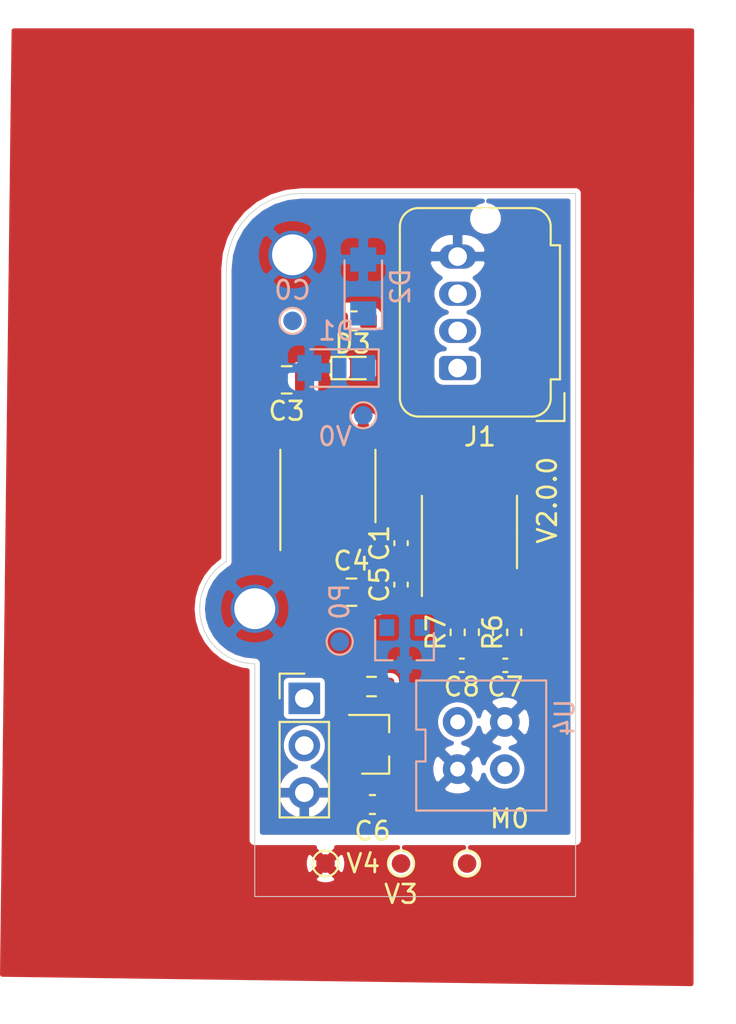
<source format=kicad_pcb>
(kicad_pcb (version 20171130) (host pcbnew "(5.1.9)-1")

  (general
    (thickness 1.6)
    (drawings 8)
    (tracks 0)
    (zones 0)
    (modules 32)
    (nets 17)
  )

  (page A4)
  (layers
    (0 F.Cu signal)
    (31 B.Cu signal)
    (32 B.Adhes user)
    (33 F.Adhes user)
    (34 B.Paste user)
    (35 F.Paste user)
    (36 B.SilkS user)
    (37 F.SilkS user)
    (38 B.Mask user)
    (39 F.Mask user)
    (40 Dwgs.User user)
    (41 Cmts.User user)
    (42 Eco1.User user)
    (43 Eco2.User user)
    (44 Edge.Cuts user)
    (45 Margin user)
    (46 B.CrtYd user)
    (47 F.CrtYd user)
    (48 B.Fab user hide)
    (49 F.Fab user hide)
  )

  (setup
    (last_trace_width 0.25)
    (user_trace_width 0.2032)
    (user_trace_width 0.254)
    (user_trace_width 0.3048)
    (user_trace_width 0.4064)
    (user_trace_width 0.6096)
    (user_trace_width 0.8128)
    (trace_clearance 0.2)
    (zone_clearance 0.254)
    (zone_45_only no)
    (trace_min 0.15)
    (via_size 0.8)
    (via_drill 0.4)
    (via_min_size 0.4)
    (via_min_drill 0.3)
    (user_via 0.45 0.3)
    (uvia_size 0.3)
    (uvia_drill 0.1)
    (uvias_allowed no)
    (uvia_min_size 0.2)
    (uvia_min_drill 0.1)
    (edge_width 0.05)
    (segment_width 0.2)
    (pcb_text_width 0.3)
    (pcb_text_size 1.5 1.5)
    (mod_edge_width 0.12)
    (mod_text_size 1 1)
    (mod_text_width 0.15)
    (pad_size 1 1)
    (pad_drill 0)
    (pad_to_mask_clearance 0)
    (aux_axis_origin -12.1 -7.7)
    (grid_origin 5.209 -13.462)
    (visible_elements 7FFFF7FF)
    (pcbplotparams
      (layerselection 0x010fc_ffffffff)
      (usegerberextensions false)
      (usegerberattributes true)
      (usegerberadvancedattributes true)
      (creategerberjobfile true)
      (excludeedgelayer true)
      (linewidth 0.100000)
      (plotframeref false)
      (viasonmask false)
      (mode 1)
      (useauxorigin false)
      (hpglpennumber 1)
      (hpglpenspeed 20)
      (hpglpendiameter 15.000000)
      (psnegative false)
      (psa4output false)
      (plotreference true)
      (plotvalue true)
      (plotinvisibletext false)
      (padsonsilk false)
      (subtractmaskfromsilk false)
      (outputformat 1)
      (mirror false)
      (drillshape 1)
      (scaleselection 1)
      (outputdirectory ""))
  )

  (net 0 "")
  (net 1 GND)
  (net 2 +5V)
  (net 3 PA7_AC0_AINP0)
  (net 4 PA1_USART0_TXD)
  (net 5 /OS_OUTPUT)
  (net 6 /OS_INPUT)
  (net 7 PA0_UPDI)
  (net 8 /VIN_FILT)
  (net 9 /VIN)
  (net 10 /LIN_BUS)
  (net 11 PA2_USART0_RXD)
  (net 12 PA6_GPIO)
  (net 13 "Net-(C1-Pad1)")
  (net 14 "Net-(J1-Pad2)")
  (net 15 "Net-(C7-Pad2)")
  (net 16 PA3_GPIO)

  (net_class Default "This is the default net class."
    (clearance 0.2)
    (trace_width 0.25)
    (via_dia 0.8)
    (via_drill 0.4)
    (uvia_dia 0.3)
    (uvia_drill 0.1)
    (add_net +5V)
    (add_net /LIN_BUS)
    (add_net /OS_INPUT)
    (add_net /OS_OUTPUT)
    (add_net /VIN)
    (add_net /VIN_FILT)
    (add_net GND)
    (add_net "Net-(C1-Pad1)")
    (add_net "Net-(C7-Pad2)")
    (add_net "Net-(J1-Pad2)")
    (add_net PA0_UPDI)
    (add_net PA1_USART0_TXD)
    (add_net PA2_USART0_RXD)
    (add_net PA3_GPIO)
    (add_net PA6_GPIO)
    (add_net PA7_AC0_AINP0)
  )

  (module Connector_JST:JST_JWPF_B04B-JWPF-SK-R_1x04_P2.00mm_Vertical (layer F.Cu) (tedit 5B772B89) (tstamp 638A6900)
    (at -8.761 -14.478 180)
    (descr "JST JWPF series connector, B04B-JWPF-SK-R (http://www.jst-mfg.com/product/pdf/eng/eJWPF1.pdf), generated with kicad-footprint-generator")
    (tags "connector JST JWPF side entry")
    (path /638BAB65)
    (fp_text reference J1 (at -1.2 -3.7) (layer F.SilkS)
      (effects (font (size 1 1) (thickness 0.15)))
    )
    (fp_text value Conn_01x04 (at -1.2 9.7) (layer F.Fab)
      (effects (font (size 1 1) (thickness 0.15)))
    )
    (fp_text user %R (at -4.7 3 90) (layer F.Fab)
      (effects (font (size 1 1) (thickness 0.15)))
    )
    (fp_arc (start 2.11 7.61) (end 3.11 7.61) (angle 90) (layer F.SilkS) (width 0.12))
    (fp_arc (start 2.11 -1.61) (end 2.11 -2.61) (angle 90) (layer F.SilkS) (width 0.12))
    (fp_arc (start -4.01 7.61) (end -4.01 8.61) (angle 90) (layer F.SilkS) (width 0.12))
    (fp_arc (start -4.01 -1.61) (end -5.01 -1.61) (angle 90) (layer F.SilkS) (width 0.12))
    (fp_arc (start 2 7.5) (end 3 7.5) (angle 90) (layer F.Fab) (width 0.1))
    (fp_arc (start 2 -1.5) (end 2 -2.5) (angle 90) (layer F.Fab) (width 0.1))
    (fp_arc (start -3.9 7.5) (end -3.9 8.5) (angle 90) (layer F.Fab) (width 0.1))
    (fp_arc (start -3.9 -1.5) (end -4.9 -1.5) (angle 90) (layer F.Fab) (width 0.1))
    (fp_line (start -5.9 -3) (end -5.9 9) (layer F.CrtYd) (width 0.05))
    (fp_line (start -5.9 9) (end 3.5 9) (layer F.CrtYd) (width 0.05))
    (fp_line (start 3.5 9) (end 3.5 -3) (layer F.CrtYd) (width 0.05))
    (fp_line (start 3.5 -3) (end -5.9 -3) (layer F.CrtYd) (width 0.05))
    (fp_line (start -3.9 -2.5) (end 2 -2.5) (layer F.Fab) (width 0.1))
    (fp_line (start -3.9 8.5) (end 2 8.5) (layer F.Fab) (width 0.1))
    (fp_line (start -4.9 -1.5) (end -4.9 -0.5) (layer F.Fab) (width 0.1))
    (fp_line (start -4.9 -0.5) (end -5.4 -0.5) (layer F.Fab) (width 0.1))
    (fp_line (start -5.4 -0.5) (end -5.4 6.5) (layer F.Fab) (width 0.1))
    (fp_line (start -5.4 6.5) (end -4.9 6.5) (layer F.Fab) (width 0.1))
    (fp_line (start -4.9 6.5) (end -4.9 7.5) (layer F.Fab) (width 0.1))
    (fp_line (start 3 -1.5) (end 3 7.5) (layer F.Fab) (width 0.1))
    (fp_line (start -4.01 -2.61) (end 2.11 -2.61) (layer F.SilkS) (width 0.12))
    (fp_line (start -4.01 8.61) (end 2.11 8.61) (layer F.SilkS) (width 0.12))
    (fp_line (start -5.01 -1.61) (end -5.01 -0.61) (layer F.SilkS) (width 0.12))
    (fp_line (start -5.01 -0.61) (end -5.51 -0.61) (layer F.SilkS) (width 0.12))
    (fp_line (start -5.51 -0.61) (end -5.51 6.61) (layer F.SilkS) (width 0.12))
    (fp_line (start -5.51 6.61) (end -5.01 6.61) (layer F.SilkS) (width 0.12))
    (fp_line (start -5.01 6.61) (end -5.01 7.61) (layer F.SilkS) (width 0.12))
    (fp_line (start 3.11 -1.61) (end 3.11 7.61) (layer F.SilkS) (width 0.12))
    (fp_line (start -5.75 -1.35) (end -5.75 -2.85) (layer F.SilkS) (width 0.12))
    (fp_line (start -5.75 -2.85) (end -4.25 -2.85) (layer F.SilkS) (width 0.12))
    (fp_line (start -0.375 -1.9) (end 0.375 -1.9) (layer F.Fab) (width 0.1))
    (fp_line (start 0.375 -1.9) (end 0 -1.15) (layer F.Fab) (width 0.1))
    (fp_line (start 0 -1.15) (end -0.375 -1.9) (layer F.Fab) (width 0.1))
    (pad "" np_thru_hole circle (at -1.5 8.05 180) (size 1.15 1.15) (drill 1.15) (layers *.Cu *.Mask))
    (pad 4 thru_hole oval (at 0 6 180) (size 2 1.3) (drill 1) (layers *.Cu *.Mask)
      (net 1 GND))
    (pad 3 thru_hole oval (at 0 4 180) (size 2 1.3) (drill 1) (layers *.Cu *.Mask)
      (net 10 /LIN_BUS))
    (pad 2 thru_hole oval (at 0 2 180) (size 2 1.3) (drill 1) (layers *.Cu *.Mask)
      (net 14 "Net-(J1-Pad2)"))
    (pad 1 thru_hole roundrect (at 0 0 180) (size 2 1.3) (drill 1) (layers *.Cu *.Mask) (roundrect_rratio 0.192308)
      (net 9 /VIN))
    (model ${KIPRJMOD}/local.pretty/B04B-JWPF-SK-R.STEP
      (offset (xyz 2.6 2.5 16.5))
      (scale (xyz 1 1 1))
      (rotate (xyz 0 -180 -90))
    )
  )

  (module Capacitor_SMD:C_0402_1005Metric (layer F.Cu) (tedit 5F68FEEE) (tstamp 638B4DAD)
    (at -8.535 1.524 180)
    (descr "Capacitor SMD 0402 (1005 Metric), square (rectangular) end terminal, IPC_7351 nominal, (Body size source: IPC-SM-782 page 76, https://www.pcb-3d.com/wordpress/wp-content/uploads/ipc-sm-782a_amendment_1_and_2.pdf), generated with kicad-footprint-generator")
    (tags capacitor)
    (path /639F405E)
    (attr smd)
    (fp_text reference C8 (at 0 -1.16) (layer F.SilkS)
      (effects (font (size 1 1) (thickness 0.15)))
    )
    (fp_text value 220n (at 0 1.16) (layer F.Fab)
      (effects (font (size 1 1) (thickness 0.15)))
    )
    (fp_line (start 0.91 0.46) (end -0.91 0.46) (layer F.CrtYd) (width 0.05))
    (fp_line (start 0.91 -0.46) (end 0.91 0.46) (layer F.CrtYd) (width 0.05))
    (fp_line (start -0.91 -0.46) (end 0.91 -0.46) (layer F.CrtYd) (width 0.05))
    (fp_line (start -0.91 0.46) (end -0.91 -0.46) (layer F.CrtYd) (width 0.05))
    (fp_line (start -0.107836 0.36) (end 0.107836 0.36) (layer F.SilkS) (width 0.12))
    (fp_line (start -0.107836 -0.36) (end 0.107836 -0.36) (layer F.SilkS) (width 0.12))
    (fp_line (start 0.5 0.25) (end -0.5 0.25) (layer F.Fab) (width 0.1))
    (fp_line (start 0.5 -0.25) (end 0.5 0.25) (layer F.Fab) (width 0.1))
    (fp_line (start -0.5 -0.25) (end 0.5 -0.25) (layer F.Fab) (width 0.1))
    (fp_line (start -0.5 0.25) (end -0.5 -0.25) (layer F.Fab) (width 0.1))
    (fp_text user %R (at 0 0) (layer F.Fab)
      (effects (font (size 0.25 0.25) (thickness 0.04)))
    )
    (pad 2 smd roundrect (at 0.48 0 180) (size 0.56 0.62) (layers F.Cu F.Paste F.Mask) (roundrect_rratio 0.25)
      (net 5 /OS_OUTPUT))
    (pad 1 smd roundrect (at -0.48 0 180) (size 0.56 0.62) (layers F.Cu F.Paste F.Mask) (roundrect_rratio 0.25)
      (net 15 "Net-(C7-Pad2)"))
    (model ${KISYS3DMOD}/Capacitor_SMD.3dshapes/C_0402_1005Metric.wrl
      (at (xyz 0 0 0))
      (scale (xyz 1 1 1))
      (rotate (xyz 0 0 0))
    )
  )

  (module local:CNY70 (layer B.Cu) (tedit 638A7A34) (tstamp 638AD195)
    (at -7.491 5.842)
    (path /6397C767)
    (fp_text reference U4 (at 4.5 -1.5 -270) (layer B.SilkS)
      (effects (font (size 1 1) (thickness 0.15)) (justify mirror))
    )
    (fp_text value CNY70 (at 0 -4.5) (layer B.Fab)
      (effects (font (size 1 1) (thickness 0.15)) (justify mirror))
    )
    (fp_line (start -3.6 -3.6) (end -3.6 3.6) (layer B.CrtYd) (width 0.05))
    (fp_line (start 3.6 -3.6) (end -3.6 -3.6) (layer B.CrtYd) (width 0.05))
    (fp_line (start 3.6 3.6) (end 3.6 -3.6) (layer B.CrtYd) (width 0.05))
    (fp_line (start -3.6 3.6) (end 3.6 3.6) (layer B.CrtYd) (width 0.05))
    (fp_line (start -3.5 -0.856666) (end -3.5 -3.5) (layer B.SilkS) (width 0.12))
    (fp_line (start -3 -0.856666) (end -3.5 -0.856666) (layer B.SilkS) (width 0.12))
    (fp_line (start -3 0.856666) (end -3 -0.856666) (layer B.SilkS) (width 0.12))
    (fp_line (start -3.5 0.856666) (end -3 0.856666) (layer B.SilkS) (width 0.12))
    (fp_line (start -3.5 3.5) (end -3.5 0.856666) (layer B.SilkS) (width 0.12))
    (fp_line (start 3.5 3.5) (end -3.5 3.5) (layer B.SilkS) (width 0.12))
    (fp_line (start 3.5 -3.5) (end 3.5 3.5) (layer B.SilkS) (width 0.12))
    (fp_line (start -3.5 -3.5) (end 3.5 -3.5) (layer B.SilkS) (width 0.12))
    (pad 2 thru_hole circle (at 1.27 -1.27) (size 1.6 1.6) (drill 0.8) (layers *.Cu *.Mask)
      (net 1 GND))
    (pad 3 thru_hole circle (at 1.27 1.27) (size 1.6 1.6) (drill 0.8) (layers *.Cu *.Mask)
      (net 6 /OS_INPUT))
    (pad 1 thru_hole circle (at -1.27 -1.27) (size 1.6 1.6) (drill 0.8) (layers *.Cu *.Mask)
      (net 5 /OS_OUTPUT))
    (pad 4 thru_hole circle (at -1.27 1.27) (size 1.6 1.6) (drill 0.8) (layers *.Cu *.Mask)
      (net 1 GND))
    (model ${KIPRJMOD}/local.pretty/CNY-70.step
      (at (xyz 0 0 0))
      (scale (xyz 1 1 1))
      (rotate (xyz 0 0 -180))
    )
  )

  (module Resistor_SMD:R_0402_1005Metric (layer F.Cu) (tedit 5F68FEEE) (tstamp 638AD03B)
    (at -8.761 -0.252 90)
    (descr "Resistor SMD 0402 (1005 Metric), square (rectangular) end terminal, IPC_7351 nominal, (Body size source: IPC-SM-782 page 72, https://www.pcb-3d.com/wordpress/wp-content/uploads/ipc-sm-782a_amendment_1_and_2.pdf), generated with kicad-footprint-generator")
    (tags resistor)
    (path /63911946)
    (attr smd)
    (fp_text reference R7 (at 0 -1.17 90) (layer F.SilkS)
      (effects (font (size 1 1) (thickness 0.15)))
    )
    (fp_text value 47k (at 0 1.17 90) (layer F.Fab)
      (effects (font (size 1 1) (thickness 0.15)))
    )
    (fp_line (start 0.93 0.47) (end -0.93 0.47) (layer F.CrtYd) (width 0.05))
    (fp_line (start 0.93 -0.47) (end 0.93 0.47) (layer F.CrtYd) (width 0.05))
    (fp_line (start -0.93 -0.47) (end 0.93 -0.47) (layer F.CrtYd) (width 0.05))
    (fp_line (start -0.93 0.47) (end -0.93 -0.47) (layer F.CrtYd) (width 0.05))
    (fp_line (start -0.153641 0.38) (end 0.153641 0.38) (layer F.SilkS) (width 0.12))
    (fp_line (start -0.153641 -0.38) (end 0.153641 -0.38) (layer F.SilkS) (width 0.12))
    (fp_line (start 0.525 0.27) (end -0.525 0.27) (layer F.Fab) (width 0.1))
    (fp_line (start 0.525 -0.27) (end 0.525 0.27) (layer F.Fab) (width 0.1))
    (fp_line (start -0.525 -0.27) (end 0.525 -0.27) (layer F.Fab) (width 0.1))
    (fp_line (start -0.525 0.27) (end -0.525 -0.27) (layer F.Fab) (width 0.1))
    (fp_text user %R (at 0 0 90) (layer F.Fab)
      (effects (font (size 0.26 0.26) (thickness 0.04)))
    )
    (pad 2 smd roundrect (at 0.51 0 90) (size 0.54 0.64) (layers F.Cu F.Paste F.Mask) (roundrect_rratio 0.25)
      (net 3 PA7_AC0_AINP0))
    (pad 1 smd roundrect (at -0.51 0 90) (size 0.54 0.64) (layers F.Cu F.Paste F.Mask) (roundrect_rratio 0.25)
      (net 1 GND))
    (model ${KISYS3DMOD}/Resistor_SMD.3dshapes/R_0402_1005Metric.wrl
      (at (xyz 0 0 0))
      (scale (xyz 1 1 1))
      (rotate (xyz 0 0 0))
    )
  )

  (module Capacitor_SMD:C_0402_1005Metric (layer F.Cu) (tedit 5F68FEEE) (tstamp 638ACE42)
    (at -6.193 1.524 180)
    (descr "Capacitor SMD 0402 (1005 Metric), square (rectangular) end terminal, IPC_7351 nominal, (Body size source: IPC-SM-782 page 76, https://www.pcb-3d.com/wordpress/wp-content/uploads/ipc-sm-782a_amendment_1_and_2.pdf), generated with kicad-footprint-generator")
    (tags capacitor)
    (path /639654E0)
    (attr smd)
    (fp_text reference C7 (at 0 -1.16) (layer F.SilkS)
      (effects (font (size 1 1) (thickness 0.15)))
    )
    (fp_text value 220n (at 0 1.16) (layer F.Fab)
      (effects (font (size 1 1) (thickness 0.15)))
    )
    (fp_line (start 0.91 0.46) (end -0.91 0.46) (layer F.CrtYd) (width 0.05))
    (fp_line (start 0.91 -0.46) (end 0.91 0.46) (layer F.CrtYd) (width 0.05))
    (fp_line (start -0.91 -0.46) (end 0.91 -0.46) (layer F.CrtYd) (width 0.05))
    (fp_line (start -0.91 0.46) (end -0.91 -0.46) (layer F.CrtYd) (width 0.05))
    (fp_line (start -0.107836 0.36) (end 0.107836 0.36) (layer F.SilkS) (width 0.12))
    (fp_line (start -0.107836 -0.36) (end 0.107836 -0.36) (layer F.SilkS) (width 0.12))
    (fp_line (start 0.5 0.25) (end -0.5 0.25) (layer F.Fab) (width 0.1))
    (fp_line (start 0.5 -0.25) (end 0.5 0.25) (layer F.Fab) (width 0.1))
    (fp_line (start -0.5 -0.25) (end 0.5 -0.25) (layer F.Fab) (width 0.1))
    (fp_line (start -0.5 0.25) (end -0.5 -0.25) (layer F.Fab) (width 0.1))
    (fp_text user %R (at 0 0) (layer F.Fab)
      (effects (font (size 0.25 0.25) (thickness 0.04)))
    )
    (pad 2 smd roundrect (at 0.48 0 180) (size 0.56 0.62) (layers F.Cu F.Paste F.Mask) (roundrect_rratio 0.25)
      (net 15 "Net-(C7-Pad2)"))
    (pad 1 smd roundrect (at -0.48 0 180) (size 0.56 0.62) (layers F.Cu F.Paste F.Mask) (roundrect_rratio 0.25)
      (net 1 GND))
    (model ${KISYS3DMOD}/Capacitor_SMD.3dshapes/C_0402_1005Metric.wrl
      (at (xyz 0 0 0))
      (scale (xyz 1 1 1))
      (rotate (xyz 0 0 0))
    )
  )

  (module Capacitor_SMD:C_0603_1608Metric (layer F.Cu) (tedit 5F68FEEE) (tstamp 638ACE31)
    (at -13.346 9.017 180)
    (descr "Capacitor SMD 0603 (1608 Metric), square (rectangular) end terminal, IPC_7351 nominal, (Body size source: IPC-SM-782 page 76, https://www.pcb-3d.com/wordpress/wp-content/uploads/ipc-sm-782a_amendment_1_and_2.pdf), generated with kicad-footprint-generator")
    (tags capacitor)
    (path /6390C290)
    (attr smd)
    (fp_text reference C6 (at 0 -1.43) (layer F.SilkS)
      (effects (font (size 1 1) (thickness 0.15)))
    )
    (fp_text value 22n (at 0 1.43) (layer F.Fab)
      (effects (font (size 1 1) (thickness 0.15)))
    )
    (fp_line (start 1.48 0.73) (end -1.48 0.73) (layer F.CrtYd) (width 0.05))
    (fp_line (start 1.48 -0.73) (end 1.48 0.73) (layer F.CrtYd) (width 0.05))
    (fp_line (start -1.48 -0.73) (end 1.48 -0.73) (layer F.CrtYd) (width 0.05))
    (fp_line (start -1.48 0.73) (end -1.48 -0.73) (layer F.CrtYd) (width 0.05))
    (fp_line (start -0.14058 0.51) (end 0.14058 0.51) (layer F.SilkS) (width 0.12))
    (fp_line (start -0.14058 -0.51) (end 0.14058 -0.51) (layer F.SilkS) (width 0.12))
    (fp_line (start 0.8 0.4) (end -0.8 0.4) (layer F.Fab) (width 0.1))
    (fp_line (start 0.8 -0.4) (end 0.8 0.4) (layer F.Fab) (width 0.1))
    (fp_line (start -0.8 -0.4) (end 0.8 -0.4) (layer F.Fab) (width 0.1))
    (fp_line (start -0.8 0.4) (end -0.8 -0.4) (layer F.Fab) (width 0.1))
    (fp_text user %R (at 0 0) (layer F.Fab)
      (effects (font (size 0.4 0.4) (thickness 0.06)))
    )
    (pad 2 smd roundrect (at 0.775 0 180) (size 0.9 0.95) (layers F.Cu F.Paste F.Mask) (roundrect_rratio 0.25)
      (net 1 GND))
    (pad 1 smd roundrect (at -0.775 0 180) (size 0.9 0.95) (layers F.Cu F.Paste F.Mask) (roundrect_rratio 0.25)
      (net 6 /OS_INPUT))
    (model ${KISYS3DMOD}/Capacitor_SMD.3dshapes/C_0603_1608Metric.wrl
      (at (xyz 0 0 0))
      (scale (xyz 1 1 1))
      (rotate (xyz 0 0 0))
    )
  )

  (module Capacitor_SMD:C_0402_1005Metric (layer F.Cu) (tedit 5F68FEEE) (tstamp 638ACE20)
    (at -11.809 -2.822 90)
    (descr "Capacitor SMD 0402 (1005 Metric), square (rectangular) end terminal, IPC_7351 nominal, (Body size source: IPC-SM-782 page 76, https://www.pcb-3d.com/wordpress/wp-content/uploads/ipc-sm-782a_amendment_1_and_2.pdf), generated with kicad-footprint-generator")
    (tags capacitor)
    (path /638E145E)
    (attr smd)
    (fp_text reference C5 (at 0 -1.16 90) (layer F.SilkS)
      (effects (font (size 1 1) (thickness 0.15)))
    )
    (fp_text value 220n (at 0 1.16 90) (layer F.Fab)
      (effects (font (size 1 1) (thickness 0.15)))
    )
    (fp_line (start 0.91 0.46) (end -0.91 0.46) (layer F.CrtYd) (width 0.05))
    (fp_line (start 0.91 -0.46) (end 0.91 0.46) (layer F.CrtYd) (width 0.05))
    (fp_line (start -0.91 -0.46) (end 0.91 -0.46) (layer F.CrtYd) (width 0.05))
    (fp_line (start -0.91 0.46) (end -0.91 -0.46) (layer F.CrtYd) (width 0.05))
    (fp_line (start -0.107836 0.36) (end 0.107836 0.36) (layer F.SilkS) (width 0.12))
    (fp_line (start -0.107836 -0.36) (end 0.107836 -0.36) (layer F.SilkS) (width 0.12))
    (fp_line (start 0.5 0.25) (end -0.5 0.25) (layer F.Fab) (width 0.1))
    (fp_line (start 0.5 -0.25) (end 0.5 0.25) (layer F.Fab) (width 0.1))
    (fp_line (start -0.5 -0.25) (end 0.5 -0.25) (layer F.Fab) (width 0.1))
    (fp_line (start -0.5 0.25) (end -0.5 -0.25) (layer F.Fab) (width 0.1))
    (fp_text user %R (at 0 0 90) (layer F.Fab)
      (effects (font (size 0.25 0.25) (thickness 0.04)))
    )
    (pad 2 smd roundrect (at 0.48 0 90) (size 0.56 0.62) (layers F.Cu F.Paste F.Mask) (roundrect_rratio 0.25)
      (net 13 "Net-(C1-Pad1)"))
    (pad 1 smd roundrect (at -0.48 0 90) (size 0.56 0.62) (layers F.Cu F.Paste F.Mask) (roundrect_rratio 0.25)
      (net 2 +5V))
    (model ${KISYS3DMOD}/Capacitor_SMD.3dshapes/C_0402_1005Metric.wrl
      (at (xyz 0 0 0))
      (scale (xyz 1 1 1))
      (rotate (xyz 0 0 0))
    )
  )

  (module Resistor_SMD:R_0402_1005Metric (layer F.Cu) (tedit 5F68FEEE) (tstamp 612248BF)
    (at -5.713 -0.252 90)
    (descr "Resistor SMD 0402 (1005 Metric), square (rectangular) end terminal, IPC_7351 nominal, (Body size source: IPC-SM-782 page 72, https://www.pcb-3d.com/wordpress/wp-content/uploads/ipc-sm-782a_amendment_1_and_2.pdf), generated with kicad-footprint-generator")
    (tags resistor)
    (path /61227B72)
    (attr smd)
    (fp_text reference R6 (at 0 -1.17 90) (layer F.SilkS)
      (effects (font (size 1 1) (thickness 0.15)))
    )
    (fp_text value 10k (at 0 1.17 90) (layer F.Fab)
      (effects (font (size 1 1) (thickness 0.15)))
    )
    (fp_line (start 0.93 0.47) (end -0.93 0.47) (layer F.CrtYd) (width 0.05))
    (fp_line (start 0.93 -0.47) (end 0.93 0.47) (layer F.CrtYd) (width 0.05))
    (fp_line (start -0.93 -0.47) (end 0.93 -0.47) (layer F.CrtYd) (width 0.05))
    (fp_line (start -0.93 0.47) (end -0.93 -0.47) (layer F.CrtYd) (width 0.05))
    (fp_line (start -0.153641 0.38) (end 0.153641 0.38) (layer F.SilkS) (width 0.12))
    (fp_line (start -0.153641 -0.38) (end 0.153641 -0.38) (layer F.SilkS) (width 0.12))
    (fp_line (start 0.525 0.27) (end -0.525 0.27) (layer F.Fab) (width 0.1))
    (fp_line (start 0.525 -0.27) (end 0.525 0.27) (layer F.Fab) (width 0.1))
    (fp_line (start -0.525 -0.27) (end 0.525 -0.27) (layer F.Fab) (width 0.1))
    (fp_line (start -0.525 0.27) (end -0.525 -0.27) (layer F.Fab) (width 0.1))
    (fp_text user %R (at 0 0 90) (layer F.Fab)
      (effects (font (size 0.26 0.26) (thickness 0.04)))
    )
    (pad 2 smd roundrect (at 0.51 0 90) (size 0.54 0.64) (layers F.Cu F.Paste F.Mask) (roundrect_rratio 0.25)
      (net 2 +5V))
    (pad 1 smd roundrect (at -0.51 0 90) (size 0.54 0.64) (layers F.Cu F.Paste F.Mask) (roundrect_rratio 0.25)
      (net 6 /OS_INPUT))
    (model ${KISYS3DMOD}/Resistor_SMD.3dshapes/R_0402_1005Metric.wrl
      (at (xyz 0 0 0))
      (scale (xyz 1 1 1))
      (rotate (xyz 0 0 0))
    )
  )

  (module Diode_SMD:D_SOD-523 (layer F.Cu) (tedit 586419F0) (tstamp 6122485E)
    (at -14.411 -14.478)
    (descr "http://www.diodes.com/datasheets/ap02001.pdf p.144")
    (tags "Diode SOD523")
    (path /61224583)
    (attr smd)
    (fp_text reference D3 (at 0 -1.3) (layer F.SilkS)
      (effects (font (size 1 1) (thickness 0.15)))
    )
    (fp_text value BAS3005B02VH6327XT (at 0 1.4) (layer F.Fab)
      (effects (font (size 1 1) (thickness 0.15)))
    )
    (fp_line (start 0.7 0.6) (end -1.15 0.6) (layer F.SilkS) (width 0.12))
    (fp_line (start 0.7 -0.6) (end -1.15 -0.6) (layer F.SilkS) (width 0.12))
    (fp_line (start 0.65 0.45) (end -0.65 0.45) (layer F.Fab) (width 0.1))
    (fp_line (start -0.65 0.45) (end -0.65 -0.45) (layer F.Fab) (width 0.1))
    (fp_line (start -0.65 -0.45) (end 0.65 -0.45) (layer F.Fab) (width 0.1))
    (fp_line (start 0.65 -0.45) (end 0.65 0.45) (layer F.Fab) (width 0.1))
    (fp_line (start -0.2 0.2) (end -0.2 -0.2) (layer F.Fab) (width 0.1))
    (fp_line (start -0.2 0) (end -0.35 0) (layer F.Fab) (width 0.1))
    (fp_line (start -0.2 0) (end 0.1 0.2) (layer F.Fab) (width 0.1))
    (fp_line (start 0.1 0.2) (end 0.1 -0.2) (layer F.Fab) (width 0.1))
    (fp_line (start 0.1 -0.2) (end -0.2 0) (layer F.Fab) (width 0.1))
    (fp_line (start 0.1 0) (end 0.25 0) (layer F.Fab) (width 0.1))
    (fp_line (start 1.25 0.7) (end -1.25 0.7) (layer F.CrtYd) (width 0.05))
    (fp_line (start -1.25 0.7) (end -1.25 -0.7) (layer F.CrtYd) (width 0.05))
    (fp_line (start -1.25 -0.7) (end 1.25 -0.7) (layer F.CrtYd) (width 0.05))
    (fp_line (start 1.25 -0.7) (end 1.25 0.7) (layer F.CrtYd) (width 0.05))
    (fp_line (start -1.15 -0.6) (end -1.15 0.6) (layer F.SilkS) (width 0.12))
    (fp_text user %R (at 0 -1.3) (layer F.Fab)
      (effects (font (size 1 1) (thickness 0.15)))
    )
    (pad 1 smd rect (at -0.7 0 180) (size 0.6 0.7) (layers F.Cu F.Paste F.Mask)
      (net 8 /VIN_FILT))
    (pad 2 smd rect (at 0.7 0 180) (size 0.6 0.7) (layers F.Cu F.Paste F.Mask)
      (net 9 /VIN))
    (model ${KISYS3DMOD}/Diode_SMD.3dshapes/D_SOD-523.wrl
      (at (xyz 0 0 0))
      (scale (xyz 1 1 1))
      (rotate (xyz 0 0 0))
    )
  )

  (module Diode_SMD:D_SMF (layer B.Cu) (tedit 5D31F510) (tstamp 638A6881)
    (at -13.841 -18.87 90)
    (descr "Diode SMF (DO-219AB), http://www.vishay.com/docs/95572/smf_do-219ab.pdf")
    (tags "Diode SMF (DO-214AB)")
    (path /638C10BF)
    (attr smd)
    (fp_text reference D2 (at 0 2 90) (layer B.SilkS)
      (effects (font (size 1 1) (thickness 0.15)) (justify mirror))
    )
    (fp_text value SMF33CA-DIO (at 0 -2 90) (layer B.Fab)
      (effects (font (size 1 1) (thickness 0.15)) (justify mirror))
    )
    (fp_line (start -2.28 1.01) (end 1.4 1.01) (layer B.SilkS) (width 0.12))
    (fp_line (start -2.28 -1.01) (end 1.4 -1.01) (layer B.SilkS) (width 0.12))
    (fp_line (start -0.3 0) (end 0.3 0.4) (layer B.Fab) (width 0.1))
    (fp_line (start -0.3 -0.00102) (end 0.3 -0.4) (layer B.Fab) (width 0.1))
    (fp_line (start 0.3 -0.4) (end 0.3 0.4) (layer B.Fab) (width 0.1))
    (fp_line (start -0.3 0.4) (end -0.3 -0.4) (layer B.Fab) (width 0.1))
    (fp_line (start 0.3 0) (end 0.9 0) (layer B.Fab) (width 0.1))
    (fp_line (start -0.3 0) (end -0.9 0) (layer B.Fab) (width 0.1))
    (fp_line (start -2.35 -1.15) (end -2.35 1.15) (layer B.CrtYd) (width 0.05))
    (fp_line (start 2.35 -1.15) (end -2.35 -1.15) (layer B.CrtYd) (width 0.05))
    (fp_line (start 2.35 1.15) (end 2.35 -1.15) (layer B.CrtYd) (width 0.05))
    (fp_line (start -2.35 1.15) (end 2.35 1.15) (layer B.CrtYd) (width 0.05))
    (fp_line (start 1.4 0.9) (end -1.4 0.9) (layer B.Fab) (width 0.1))
    (fp_line (start 1.4 0.9) (end 1.4 -0.9) (layer B.Fab) (width 0.1))
    (fp_line (start -1.4 -0.9) (end -1.4 0.9) (layer B.Fab) (width 0.1))
    (fp_line (start 1.4 -0.9) (end -1.4 -0.9) (layer B.Fab) (width 0.1))
    (fp_line (start -2.28 1.01) (end -2.28 -1.01) (layer B.SilkS) (width 0.12))
    (fp_text user %R (at 0 2 90) (layer B.Fab)
      (effects (font (size 1 1) (thickness 0.15)) (justify mirror))
    )
    (pad 2 smd rect (at 1.45 0 90) (size 1.3 1.4) (layers B.Cu B.Paste B.Mask)
      (net 1 GND))
    (pad 1 smd rect (at -1.45 0 90) (size 1.3 1.4) (layers B.Cu B.Paste B.Mask)
      (net 10 /LIN_BUS))
    (model ${KISYS3DMOD}/Diode_SMD.3dshapes/D_SMF.wrl
      (at (xyz 0 0 0))
      (scale (xyz 1 1 1))
      (rotate (xyz 0 0 0))
    )
  )

  (module Diode_SMD:D_SMF (layer B.Cu) (tedit 5D31F510) (tstamp 638A6869)
    (at -15.291 -14.478 180)
    (descr "Diode SMF (DO-219AB), http://www.vishay.com/docs/95572/smf_do-219ab.pdf")
    (tags "Diode SMF (DO-214AB)")
    (path /638BF745)
    (attr smd)
    (fp_text reference D1 (at 0 2) (layer B.SilkS)
      (effects (font (size 1 1) (thickness 0.15)) (justify mirror))
    )
    (fp_text value SMF33CA-DIO (at 0 -2) (layer B.Fab)
      (effects (font (size 1 1) (thickness 0.15)) (justify mirror))
    )
    (fp_line (start -2.28 1.01) (end 1.4 1.01) (layer B.SilkS) (width 0.12))
    (fp_line (start -2.28 -1.01) (end 1.4 -1.01) (layer B.SilkS) (width 0.12))
    (fp_line (start -0.3 0) (end 0.3 0.4) (layer B.Fab) (width 0.1))
    (fp_line (start -0.3 -0.00102) (end 0.3 -0.4) (layer B.Fab) (width 0.1))
    (fp_line (start 0.3 -0.4) (end 0.3 0.4) (layer B.Fab) (width 0.1))
    (fp_line (start -0.3 0.4) (end -0.3 -0.4) (layer B.Fab) (width 0.1))
    (fp_line (start 0.3 0) (end 0.9 0) (layer B.Fab) (width 0.1))
    (fp_line (start -0.3 0) (end -0.9 0) (layer B.Fab) (width 0.1))
    (fp_line (start -2.35 -1.15) (end -2.35 1.15) (layer B.CrtYd) (width 0.05))
    (fp_line (start 2.35 -1.15) (end -2.35 -1.15) (layer B.CrtYd) (width 0.05))
    (fp_line (start 2.35 1.15) (end 2.35 -1.15) (layer B.CrtYd) (width 0.05))
    (fp_line (start -2.35 1.15) (end 2.35 1.15) (layer B.CrtYd) (width 0.05))
    (fp_line (start 1.4 0.9) (end -1.4 0.9) (layer B.Fab) (width 0.1))
    (fp_line (start 1.4 0.9) (end 1.4 -0.9) (layer B.Fab) (width 0.1))
    (fp_line (start -1.4 -0.9) (end -1.4 0.9) (layer B.Fab) (width 0.1))
    (fp_line (start 1.4 -0.9) (end -1.4 -0.9) (layer B.Fab) (width 0.1))
    (fp_line (start -2.28 1.01) (end -2.28 -1.01) (layer B.SilkS) (width 0.12))
    (fp_text user %R (at 0 2) (layer B.Fab)
      (effects (font (size 1 1) (thickness 0.15)) (justify mirror))
    )
    (pad 2 smd rect (at 1.45 0 180) (size 1.3 1.4) (layers B.Cu B.Paste B.Mask)
      (net 1 GND))
    (pad 1 smd rect (at -1.45 0 180) (size 1.3 1.4) (layers B.Cu B.Paste B.Mask)
      (net 9 /VIN))
    (model ${KISYS3DMOD}/Diode_SMD.3dshapes/D_SMF.wrl
      (at (xyz 0 0 0))
      (scale (xyz 1 1 1))
      (rotate (xyz 0 0 0))
    )
  )

  (module Capacitor_SMD:C_0805_2012Metric (layer F.Cu) (tedit 5F68FEEE) (tstamp 638A6841)
    (at -14.476 -2.413)
    (descr "Capacitor SMD 0805 (2012 Metric), square (rectangular) end terminal, IPC_7351 nominal, (Body size source: IPC-SM-782 page 76, https://www.pcb-3d.com/wordpress/wp-content/uploads/ipc-sm-782a_amendment_1_and_2.pdf, https://docs.google.com/spreadsheets/d/1BsfQQcO9C6DZCsRaXUlFlo91Tg2WpOkGARC1WS5S8t0/edit?usp=sharing), generated with kicad-footprint-generator")
    (tags capacitor)
    (path /638ADD7D)
    (attr smd)
    (fp_text reference C4 (at 0 -1.68) (layer F.SilkS)
      (effects (font (size 1 1) (thickness 0.15)))
    )
    (fp_text value 10u (at 0 1.68) (layer F.Fab)
      (effects (font (size 1 1) (thickness 0.15)))
    )
    (fp_line (start 1.7 0.98) (end -1.7 0.98) (layer F.CrtYd) (width 0.05))
    (fp_line (start 1.7 -0.98) (end 1.7 0.98) (layer F.CrtYd) (width 0.05))
    (fp_line (start -1.7 -0.98) (end 1.7 -0.98) (layer F.CrtYd) (width 0.05))
    (fp_line (start -1.7 0.98) (end -1.7 -0.98) (layer F.CrtYd) (width 0.05))
    (fp_line (start -0.261252 0.735) (end 0.261252 0.735) (layer F.SilkS) (width 0.12))
    (fp_line (start -0.261252 -0.735) (end 0.261252 -0.735) (layer F.SilkS) (width 0.12))
    (fp_line (start 1 0.625) (end -1 0.625) (layer F.Fab) (width 0.1))
    (fp_line (start 1 -0.625) (end 1 0.625) (layer F.Fab) (width 0.1))
    (fp_line (start -1 -0.625) (end 1 -0.625) (layer F.Fab) (width 0.1))
    (fp_line (start -1 0.625) (end -1 -0.625) (layer F.Fab) (width 0.1))
    (fp_text user %R (at 0 0) (layer F.Fab)
      (effects (font (size 0.5 0.5) (thickness 0.08)))
    )
    (pad 2 smd roundrect (at 0.95 0) (size 1 1.45) (layers F.Cu F.Paste F.Mask) (roundrect_rratio 0.25)
      (net 1 GND))
    (pad 1 smd roundrect (at -0.95 0) (size 1 1.45) (layers F.Cu F.Paste F.Mask) (roundrect_rratio 0.25)
      (net 2 +5V))
    (model ${KISYS3DMOD}/Capacitor_SMD.3dshapes/C_0805_2012Metric.wrl
      (at (xyz 0 0 0))
      (scale (xyz 1 1 1))
      (rotate (xyz 0 0 0))
    )
  )

  (module Capacitor_SMD:C_0805_2012Metric (layer F.Cu) (tedit 5F68FEEE) (tstamp 61224814)
    (at -17.966 -13.843 180)
    (descr "Capacitor SMD 0805 (2012 Metric), square (rectangular) end terminal, IPC_7351 nominal, (Body size source: IPC-SM-782 page 76, https://www.pcb-3d.com/wordpress/wp-content/uploads/ipc-sm-782a_amendment_1_and_2.pdf, https://docs.google.com/spreadsheets/d/1BsfQQcO9C6DZCsRaXUlFlo91Tg2WpOkGARC1WS5S8t0/edit?usp=sharing), generated with kicad-footprint-generator")
    (tags capacitor)
    (path /61223AC4)
    (attr smd)
    (fp_text reference C3 (at 0 -1.68) (layer F.SilkS)
      (effects (font (size 1 1) (thickness 0.15)))
    )
    (fp_text value 10u (at 0 1.68) (layer F.Fab)
      (effects (font (size 1 1) (thickness 0.15)))
    )
    (fp_line (start 1.7 0.98) (end -1.7 0.98) (layer F.CrtYd) (width 0.05))
    (fp_line (start 1.7 -0.98) (end 1.7 0.98) (layer F.CrtYd) (width 0.05))
    (fp_line (start -1.7 -0.98) (end 1.7 -0.98) (layer F.CrtYd) (width 0.05))
    (fp_line (start -1.7 0.98) (end -1.7 -0.98) (layer F.CrtYd) (width 0.05))
    (fp_line (start -0.261252 0.735) (end 0.261252 0.735) (layer F.SilkS) (width 0.12))
    (fp_line (start -0.261252 -0.735) (end 0.261252 -0.735) (layer F.SilkS) (width 0.12))
    (fp_line (start 1 0.625) (end -1 0.625) (layer F.Fab) (width 0.1))
    (fp_line (start 1 -0.625) (end 1 0.625) (layer F.Fab) (width 0.1))
    (fp_line (start -1 -0.625) (end 1 -0.625) (layer F.Fab) (width 0.1))
    (fp_line (start -1 0.625) (end -1 -0.625) (layer F.Fab) (width 0.1))
    (fp_text user %R (at 0 0) (layer F.Fab)
      (effects (font (size 0.5 0.5) (thickness 0.08)))
    )
    (pad 2 smd roundrect (at 0.95 0 180) (size 1 1.45) (layers F.Cu F.Paste F.Mask) (roundrect_rratio 0.25)
      (net 1 GND))
    (pad 1 smd roundrect (at -0.95 0 180) (size 1 1.45) (layers F.Cu F.Paste F.Mask) (roundrect_rratio 0.25)
      (net 8 /VIN_FILT))
    (model ${KISYS3DMOD}/Capacitor_SMD.3dshapes/C_0805_2012Metric.wrl
      (at (xyz 0 0 0))
      (scale (xyz 1 1 1))
      (rotate (xyz 0 0 0))
    )
  )

  (module Capacitor_SMD:C_0402_1005Metric (layer F.Cu) (tedit 5F68FEEE) (tstamp 61224825)
    (at -11.809 -5.052 90)
    (descr "Capacitor SMD 0402 (1005 Metric), square (rectangular) end terminal, IPC_7351 nominal, (Body size source: IPC-SM-782 page 76, https://www.pcb-3d.com/wordpress/wp-content/uploads/ipc-sm-782a_amendment_1_and_2.pdf), generated with kicad-footprint-generator")
    (tags capacitor)
    (path /612593EC)
    (attr smd)
    (fp_text reference C1 (at 0 -1.16 90) (layer F.SilkS)
      (effects (font (size 1 1) (thickness 0.15)))
    )
    (fp_text value 220n (at 0 1.16 90) (layer F.Fab)
      (effects (font (size 1 1) (thickness 0.15)))
    )
    (fp_line (start 0.91 0.46) (end -0.91 0.46) (layer F.CrtYd) (width 0.05))
    (fp_line (start 0.91 -0.46) (end 0.91 0.46) (layer F.CrtYd) (width 0.05))
    (fp_line (start -0.91 -0.46) (end 0.91 -0.46) (layer F.CrtYd) (width 0.05))
    (fp_line (start -0.91 0.46) (end -0.91 -0.46) (layer F.CrtYd) (width 0.05))
    (fp_line (start -0.107836 0.36) (end 0.107836 0.36) (layer F.SilkS) (width 0.12))
    (fp_line (start -0.107836 -0.36) (end 0.107836 -0.36) (layer F.SilkS) (width 0.12))
    (fp_line (start 0.5 0.25) (end -0.5 0.25) (layer F.Fab) (width 0.1))
    (fp_line (start 0.5 -0.25) (end 0.5 0.25) (layer F.Fab) (width 0.1))
    (fp_line (start -0.5 -0.25) (end 0.5 -0.25) (layer F.Fab) (width 0.1))
    (fp_line (start -0.5 0.25) (end -0.5 -0.25) (layer F.Fab) (width 0.1))
    (fp_text user %R (at 0 0 90) (layer F.Fab)
      (effects (font (size 0.25 0.25) (thickness 0.04)))
    )
    (pad 2 smd roundrect (at 0.48 0 90) (size 0.56 0.62) (layers F.Cu F.Paste F.Mask) (roundrect_rratio 0.25)
      (net 1 GND))
    (pad 1 smd roundrect (at -0.48 0 90) (size 0.56 0.62) (layers F.Cu F.Paste F.Mask) (roundrect_rratio 0.25)
      (net 13 "Net-(C1-Pad1)"))
    (model ${KISYS3DMOD}/Capacitor_SMD.3dshapes/C_0402_1005Metric.wrl
      (at (xyz 0 0 0))
      (scale (xyz 1 1 1))
      (rotate (xyz 0 0 0))
    )
  )

  (module TestPoint:TestPoint_Pad_D1.0mm (layer F.Cu) (tedit 5A0F774F) (tstamp 623A54B5)
    (at -11.809 12.192)
    (descr "SMD pad as test Point, diameter 1.0mm")
    (tags "test point SMD pad")
    (path /623CAA9F)
    (attr virtual)
    (fp_text reference TP12 (at 2.286 0 -180) (layer F.Fab)
      (effects (font (size 1 1) (thickness 0.15)))
    )
    (fp_text value V3 (at 0 1.651) (layer F.SilkS)
      (effects (font (size 1 1) (thickness 0.15)))
    )
    (fp_circle (center 0 0) (end 1 0) (layer F.CrtYd) (width 0.05))
    (fp_circle (center 0 0) (end 0 0.7) (layer F.SilkS) (width 0.12))
    (fp_text user %R (at 0 -1.45) (layer F.Fab) hide
      (effects (font (size 1 1) (thickness 0.15)))
    )
    (pad 1 smd circle (at 0 0) (size 1 1) (layers F.Cu F.Mask)
      (net 2 +5V))
  )

  (module Resistor_SMD:R_0402_1005Metric (layer F.Cu) (tedit 5F68FEEE) (tstamp 623A5409)
    (at -7.237 -0.256 90)
    (descr "Resistor SMD 0402 (1005 Metric), square (rectangular) end terminal, IPC_7351 nominal, (Body size source: IPC-SM-782 page 72, https://www.pcb-3d.com/wordpress/wp-content/uploads/ipc-sm-782a_amendment_1_and_2.pdf), generated with kicad-footprint-generator")
    (tags resistor)
    (path /6258FF8B)
    (attr smd)
    (fp_text reference R4 (at -1.653 0 90) (layer F.Fab)
      (effects (font (size 1 1) (thickness 0.15)))
    )
    (fp_text value 0 (at 0 1.17 90) (layer F.Fab) hide
      (effects (font (size 1 1) (thickness 0.15)))
    )
    (fp_line (start -0.525 0.27) (end -0.525 -0.27) (layer F.Fab) (width 0.1))
    (fp_line (start -0.525 -0.27) (end 0.525 -0.27) (layer F.Fab) (width 0.1))
    (fp_line (start 0.525 -0.27) (end 0.525 0.27) (layer F.Fab) (width 0.1))
    (fp_line (start 0.525 0.27) (end -0.525 0.27) (layer F.Fab) (width 0.1))
    (fp_line (start -0.153641 -0.38) (end 0.153641 -0.38) (layer F.SilkS) (width 0.12))
    (fp_line (start -0.153641 0.38) (end 0.153641 0.38) (layer F.SilkS) (width 0.12))
    (fp_line (start -0.93 0.47) (end -0.93 -0.47) (layer F.CrtYd) (width 0.05))
    (fp_line (start -0.93 -0.47) (end 0.93 -0.47) (layer F.CrtYd) (width 0.05))
    (fp_line (start 0.93 -0.47) (end 0.93 0.47) (layer F.CrtYd) (width 0.05))
    (fp_line (start 0.93 0.47) (end -0.93 0.47) (layer F.CrtYd) (width 0.05))
    (fp_text user %R (at 0 0 90) (layer F.Fab) hide
      (effects (font (size 0.26 0.26) (thickness 0.04)))
    )
    (pad 2 smd roundrect (at 0.51 0 90) (size 0.54 0.64) (layers F.Cu F.Paste F.Mask) (roundrect_rratio 0.25)
      (net 3 PA7_AC0_AINP0))
    (pad 1 smd roundrect (at -0.51 0 90) (size 0.54 0.64) (layers F.Cu F.Paste F.Mask) (roundrect_rratio 0.25)
      (net 6 /OS_INPUT))
    (model ${KISYS3DMOD}/Resistor_SMD.3dshapes/R_0402_1005Metric.wrl
      (at (xyz 0 0 0))
      (scale (xyz 1 1 1))
      (rotate (xyz 0 0 0))
    )
  )

  (module MountingHole:MountingHole_2.2mm_M2_DIN965_Pad_TopOnly (layer F.Cu) (tedit 56D1B4CB) (tstamp 623A52BC)
    (at -17.651 -20.574)
    (descr "Mounting Hole 2.2mm, M2, DIN965")
    (tags "mounting hole 2.2mm m2 din965")
    (path /6258E9CE)
    (attr virtual)
    (fp_text reference H2 (at 0 0) (layer F.Fab)
      (effects (font (size 1 1) (thickness 0.15)))
    )
    (fp_text value MountingHole_Pad (at 9.229 0.005) (layer F.Fab) hide
      (effects (font (size 1 1) (thickness 0.15)))
    )
    (fp_circle (center 0 0) (end 1.9 0) (layer Cmts.User) (width 0.15))
    (fp_circle (center 0 0) (end 2.15 0) (layer F.CrtYd) (width 0.05))
    (fp_text user %R (at 0.3 0) (layer F.Fab) hide
      (effects (font (size 1 1) (thickness 0.15)))
    )
    (pad 1 connect circle (at 0 0) (size 3.8 3.8) (layers F.Cu F.Mask)
      (net 1 GND))
    (pad 1 thru_hole circle (at 0 0) (size 2.6 2.6) (drill 2.2) (layers *.Cu *.Mask)
      (net 1 GND))
  )

  (module MountingHole:MountingHole_2.2mm_M2_DIN965_Pad_TopOnly (layer F.Cu) (tedit 56D1B4CB) (tstamp 623A52B3)
    (at -19.683 -1.524)
    (descr "Mounting Hole 2.2mm, M2, DIN965")
    (tags "mounting hole 2.2mm m2 din965")
    (path /6258B3D4)
    (attr virtual)
    (fp_text reference H1 (at 0 0) (layer F.Fab)
      (effects (font (size 1 1) (thickness 0.15)))
    )
    (fp_text value MountingHole_Pad (at -11.176 0 unlocked) (layer F.Fab) hide
      (effects (font (size 1 1) (thickness 0.15)))
    )
    (fp_circle (center 0 0) (end 1.9 0) (layer Cmts.User) (width 0.15))
    (fp_circle (center 0 0) (end 2.15 0) (layer F.CrtYd) (width 0.05))
    (fp_text user %R (at 0.3 0) (layer F.Fab) hide
      (effects (font (size 1 1) (thickness 0.15)))
    )
    (pad 1 connect circle (at 0 0) (size 3.8 3.8) (layers F.Cu F.Mask)
      (net 1 GND))
    (pad 1 thru_hole circle (at 0 0) (size 2.6 2.6) (drill 2.2) (layers *.Cu *.Mask)
      (net 1 GND))
  )

  (module Capacitor_SMD:C_0603_1608Metric (layer F.Cu) (tedit 5F68FEEE) (tstamp 623A51F8)
    (at -14.336 -17.018 180)
    (descr "Capacitor SMD 0603 (1608 Metric), square (rectangular) end terminal, IPC_7351 nominal, (Body size source: IPC-SM-782 page 76, https://www.pcb-3d.com/wordpress/wp-content/uploads/ipc-sm-782a_amendment_1_and_2.pdf), generated with kicad-footprint-generator")
    (tags capacitor)
    (path /6239088A)
    (attr smd)
    (fp_text reference C2 (at -0.394 -1.143) (layer F.Fab)
      (effects (font (size 1 1) (thickness 0.15)))
    )
    (fp_text value 220p (at 0 1.43) (layer F.Fab) hide
      (effects (font (size 1 1) (thickness 0.15)))
    )
    (fp_line (start -0.8 0.4) (end -0.8 -0.4) (layer F.Fab) (width 0.1))
    (fp_line (start -0.8 -0.4) (end 0.8 -0.4) (layer F.Fab) (width 0.1))
    (fp_line (start 0.8 -0.4) (end 0.8 0.4) (layer F.Fab) (width 0.1))
    (fp_line (start 0.8 0.4) (end -0.8 0.4) (layer F.Fab) (width 0.1))
    (fp_line (start -0.14058 -0.51) (end 0.14058 -0.51) (layer F.SilkS) (width 0.12))
    (fp_line (start -0.14058 0.51) (end 0.14058 0.51) (layer F.SilkS) (width 0.12))
    (fp_line (start -1.48 0.73) (end -1.48 -0.73) (layer F.CrtYd) (width 0.05))
    (fp_line (start -1.48 -0.73) (end 1.48 -0.73) (layer F.CrtYd) (width 0.05))
    (fp_line (start 1.48 -0.73) (end 1.48 0.73) (layer F.CrtYd) (width 0.05))
    (fp_line (start 1.48 0.73) (end -1.48 0.73) (layer F.CrtYd) (width 0.05))
    (fp_text user %R (at 0 0) (layer F.Fab) hide
      (effects (font (size 0.4 0.4) (thickness 0.06)))
    )
    (pad 2 smd roundrect (at 0.775 0 180) (size 0.9 0.95) (layers F.Cu F.Paste F.Mask) (roundrect_rratio 0.25)
      (net 1 GND))
    (pad 1 smd roundrect (at -0.775 0 180) (size 0.9 0.95) (layers F.Cu F.Paste F.Mask) (roundrect_rratio 0.25)
      (net 10 /LIN_BUS))
    (model ${KISYS3DMOD}/Capacitor_SMD.3dshapes/C_0603_1608Metric.wrl
      (at (xyz 0 0 0))
      (scale (xyz 1 1 1))
      (rotate (xyz 0 0 0))
    )
  )

  (module Package_SO:SOIC-8_3.9x4.9mm_P1.27mm (layer F.Cu) (tedit 5D9F72B1) (tstamp 62378015)
    (at -15.746 -8.128 90)
    (descr "SOIC, 8 Pin (JEDEC MS-012AA, https://www.analog.com/media/en/package-pcb-resources/package/pkg_pdf/soic_narrow-r/r_8.pdf), generated with kicad-footprint-generator ipc_gullwing_generator.py")
    (tags "SOIC SO")
    (path /623769DE)
    (attr smd)
    (fp_text reference U2 (at 1.201 3.283 90) (layer F.Fab)
      (effects (font (size 1 1) (thickness 0.15)))
    )
    (fp_text value MCP2021A-xxxxSN (at 0 3.4 90) (layer F.Fab) hide
      (effects (font (size 1 1) (thickness 0.15)))
    )
    (fp_line (start 3.7 -2.7) (end -3.7 -2.7) (layer F.CrtYd) (width 0.05))
    (fp_line (start 3.7 2.7) (end 3.7 -2.7) (layer F.CrtYd) (width 0.05))
    (fp_line (start -3.7 2.7) (end 3.7 2.7) (layer F.CrtYd) (width 0.05))
    (fp_line (start -3.7 -2.7) (end -3.7 2.7) (layer F.CrtYd) (width 0.05))
    (fp_line (start -1.95 -1.475) (end -0.975 -2.45) (layer F.Fab) (width 0.1))
    (fp_line (start -1.95 2.45) (end -1.95 -1.475) (layer F.Fab) (width 0.1))
    (fp_line (start 1.95 2.45) (end -1.95 2.45) (layer F.Fab) (width 0.1))
    (fp_line (start 1.95 -2.45) (end 1.95 2.45) (layer F.Fab) (width 0.1))
    (fp_line (start -0.975 -2.45) (end 1.95 -2.45) (layer F.Fab) (width 0.1))
    (fp_line (start 0 -2.56) (end -3.45 -2.56) (layer F.SilkS) (width 0.12))
    (fp_line (start 0 -2.56) (end 1.95 -2.56) (layer F.SilkS) (width 0.12))
    (fp_line (start 0 2.56) (end -1.95 2.56) (layer F.SilkS) (width 0.12))
    (fp_line (start 0 2.56) (end 1.95 2.56) (layer F.SilkS) (width 0.12))
    (fp_text user %R (at 0 0 90) (layer F.Fab) hide
      (effects (font (size 0.98 0.98) (thickness 0.15)))
    )
    (pad 8 smd roundrect (at 2.475 -1.905 90) (size 1.95 0.6) (layers F.Cu F.Paste F.Mask) (roundrect_rratio 0.25)
      (net 16 PA3_GPIO))
    (pad 7 smd roundrect (at 2.475 -0.635 90) (size 1.95 0.6) (layers F.Cu F.Paste F.Mask) (roundrect_rratio 0.25)
      (net 8 /VIN_FILT))
    (pad 6 smd roundrect (at 2.475 0.635 90) (size 1.95 0.6) (layers F.Cu F.Paste F.Mask) (roundrect_rratio 0.25)
      (net 10 /LIN_BUS))
    (pad 5 smd roundrect (at 2.475 1.905 90) (size 1.95 0.6) (layers F.Cu F.Paste F.Mask) (roundrect_rratio 0.25)
      (net 1 GND))
    (pad 4 smd roundrect (at -2.475 1.905 90) (size 1.95 0.6) (layers F.Cu F.Paste F.Mask) (roundrect_rratio 0.25)
      (net 4 PA1_USART0_TXD))
    (pad 3 smd roundrect (at -2.475 0.635 90) (size 1.95 0.6) (layers F.Cu F.Paste F.Mask) (roundrect_rratio 0.25)
      (net 2 +5V))
    (pad 2 smd roundrect (at -2.475 -0.635 90) (size 1.95 0.6) (layers F.Cu F.Paste F.Mask) (roundrect_rratio 0.25)
      (net 12 PA6_GPIO))
    (pad 1 smd roundrect (at -2.475 -1.905 90) (size 1.95 0.6) (layers F.Cu F.Paste F.Mask) (roundrect_rratio 0.25)
      (net 11 PA2_USART0_RXD))
    (model ${KISYS3DMOD}/Package_SO.3dshapes/SOIC-8_3.9x4.9mm_P1.27mm.wrl
      (at (xyz 0 0 0))
      (scale (xyz 1 1 1))
      (rotate (xyz 0 0 0))
    )
  )

  (module Fiducial:Fiducial_0.5mm_Mask1.5mm (layer F.Cu) (tedit 5C18D139) (tstamp 61836A58)
    (at -17.651 -17.018)
    (descr "Circular Fiducial, 0.5mm bare copper, 1.5mm soldermask opening")
    (tags fiducial)
    (path /6184520E)
    (attr smd)
    (fp_text reference FID1 (at 2.413 -0.381) (layer F.Fab)
      (effects (font (size 1 1) (thickness 0.15)))
    )
    (fp_text value Fiducial (at 0 1.7145) (layer F.Fab) hide
      (effects (font (size 1 1) (thickness 0.15)))
    )
    (fp_circle (center 0 0) (end 1 0) (layer F.CrtYd) (width 0.05))
    (fp_circle (center 0 0) (end 0.75 0) (layer F.Fab) (width 0.1))
    (fp_text user %R (at 0 0) (layer F.Fab) hide
      (effects (font (size 0.2 0.2) (thickness 0.04)))
    )
    (pad "" smd circle (at 0 0) (size 0.5 0.5) (layers F.Cu F.Mask)
      (solder_mask_margin 0.5) (clearance 0.5))
  )

  (module Fiducial:Fiducial_0.5mm_Mask1.5mm (layer F.Cu) (tedit 5C18D139) (tstamp 61836A50)
    (at -3.935 1.016)
    (descr "Circular Fiducial, 0.5mm bare copper, 1.5mm soldermask opening")
    (tags fiducial)
    (path /61844077)
    (attr smd)
    (fp_text reference FID2 (at 2.667 1.016) (layer F.Fab)
      (effects (font (size 1 1) (thickness 0.15)))
    )
    (fp_text value Fiducial (at 0 1.7145) (layer F.Fab) hide
      (effects (font (size 1 1) (thickness 0.15)))
    )
    (fp_circle (center 0 0) (end 1 0) (layer F.CrtYd) (width 0.05))
    (fp_circle (center 0 0) (end 0.75 0) (layer F.Fab) (width 0.1))
    (fp_text user %R (at 0 0) (layer F.Fab) hide
      (effects (font (size 0.2 0.2) (thickness 0.04)))
    )
    (pad "" smd circle (at 0 0) (size 0.5 0.5) (layers F.Cu F.Mask)
      (solder_mask_margin 0.5) (clearance 0.5))
  )

  (module TestPoint:TestPoint_Pad_D1.0mm (layer B.Cu) (tedit 5A0F774F) (tstamp 617E6372)
    (at -15.111 0.254)
    (descr "SMD pad as test Point, diameter 1.0mm")
    (tags "test point SMD pad")
    (path /618F3D8D)
    (attr virtual)
    (fp_text reference TP14 (at 0 -2.794 90) (layer B.Fab)
      (effects (font (size 1 1) (thickness 0.15)) (justify mirror))
    )
    (fp_text value P0 (at 0 -2.159 270) (layer B.SilkS)
      (effects (font (size 1 1) (thickness 0.15)) (justify mirror))
    )
    (fp_circle (center 0 0) (end 0 -0.7) (layer B.SilkS) (width 0.12))
    (fp_circle (center 0 0) (end 1 0) (layer B.CrtYd) (width 0.05))
    (pad 1 smd circle (at 0 0) (size 1 1) (layers B.Cu B.Mask)
      (net 6 /OS_INPUT))
  )

  (module TestPoint:TestPoint_Pad_D1.0mm (layer F.Cu) (tedit 617E61CF) (tstamp 617E6342)
    (at -8.253 12.192)
    (descr "SMD pad as test Point, diameter 1.0mm")
    (tags "test point SMD pad")
    (path /618F28D3)
    (attr virtual)
    (fp_text reference TP6 (at 2.413 0 -180) (layer F.Fab)
      (effects (font (size 1 1) (thickness 0.15)))
    )
    (fp_text value M0 (at 2.286 -2.413 -180) (layer F.SilkS)
      (effects (font (size 1 1) (thickness 0.15)))
    )
    (fp_circle (center 0 0) (end 0 0.7) (layer F.SilkS) (width 0.12))
    (fp_circle (center 0 0) (end 1 0) (layer F.CrtYd) (width 0.05))
    (pad 1 smd circle (at 0 0) (size 1 1) (layers F.Cu F.Mask)
      (net 7 PA0_UPDI))
  )

  (module TestPoint:TestPoint_Pad_D1.0mm (layer F.Cu) (tedit 5A0F774F) (tstamp 617E633A)
    (at -15.873 12.192)
    (descr "SMD pad as test Point, diameter 1.0mm")
    (tags "test point SMD pad")
    (path /618F8E5F)
    (attr virtual)
    (fp_text reference TP1 (at 0 -2.413 -270) (layer F.Fab)
      (effects (font (size 1 1) (thickness 0.15)))
    )
    (fp_text value V4 (at 2.032 0) (layer F.SilkS)
      (effects (font (size 1 1) (thickness 0.15)))
    )
    (fp_circle (center 0 0) (end 0 0.7) (layer F.SilkS) (width 0.12))
    (fp_circle (center 0 0) (end 1 0) (layer F.CrtYd) (width 0.05))
    (pad 1 smd circle (at 0 0) (size 1 1) (layers F.Cu F.Mask)
      (net 1 GND))
  )

  (module TestPoint:TestPoint_Pad_D1.0mm (layer B.Cu) (tedit 5A0F774F) (tstamp 617E632A)
    (at -17.651 -17.018)
    (descr "SMD pad as test Point, diameter 1.0mm")
    (tags "test point SMD pad")
    (path /618F2281)
    (attr virtual)
    (fp_text reference TP3 (at -0.508 -1.778 180) (layer B.Fab)
      (effects (font (size 1 1) (thickness 0.15)) (justify mirror))
    )
    (fp_text value C0 (at 0 -1.651 180) (layer B.SilkS)
      (effects (font (size 1 1) (thickness 0.15)) (justify mirror))
    )
    (fp_circle (center 0 0) (end 0 -0.7) (layer B.SilkS) (width 0.12))
    (fp_circle (center 0 0) (end 1 0) (layer B.CrtYd) (width 0.05))
    (pad 1 smd circle (at 0 0) (size 1 1) (layers B.Cu B.Mask)
      (net 10 /LIN_BUS))
  )

  (module TestPoint:TestPoint_Pad_D1.0mm (layer B.Cu) (tedit 617ED9A0) (tstamp 617E631A)
    (at -13.841 -11.938)
    (descr "SMD pad as test Point, diameter 1.0mm")
    (tags "test point SMD pad")
    (path /618F01C8)
    (attr virtual)
    (fp_text reference TP2 (at -1.524 0) (layer B.Fab)
      (effects (font (size 1 1) (thickness 0.15)) (justify mirror))
    )
    (fp_text value V0 (at -1.524 1.143) (layer B.SilkS)
      (effects (font (size 1 1) (thickness 0.15)) (justify mirror))
    )
    (fp_circle (center 0 0) (end 0 -0.7) (layer B.SilkS) (width 0.12))
    (fp_circle (center 0 0) (end 1 0) (layer B.CrtYd) (width 0.05))
    (pad 1 smd circle (at 0 0) (size 1 1) (layers B.Cu B.Mask)
      (net 9 /VIN))
  )

  (module Package_SO:SOIC-8_3.9x4.9mm_P1.27mm (layer F.Cu) (tedit 5D9F72B1) (tstamp 6122493C)
    (at -8.126 -5.653 90)
    (descr "SOIC, 8 Pin (JEDEC MS-012AA, https://www.analog.com/media/en/package-pcb-resources/package/pkg_pdf/soic_narrow-r/r_8.pdf), generated with kicad-footprint-generator ipc_gullwing_generator.py")
    (tags "SOIC SO")
    (path /612211B6)
    (attr smd)
    (fp_text reference U1 (at 0 0 90) (layer F.Fab)
      (effects (font (size 1 1) (thickness 0.15)))
    )
    (fp_text value ATtiny202-SS (at 2.875 2.714) (layer F.Fab) hide
      (effects (font (size 1 1) (thickness 0.15)))
    )
    (fp_line (start 3.7 -2.7) (end -3.7 -2.7) (layer F.CrtYd) (width 0.05))
    (fp_line (start 3.7 2.7) (end 3.7 -2.7) (layer F.CrtYd) (width 0.05))
    (fp_line (start -3.7 2.7) (end 3.7 2.7) (layer F.CrtYd) (width 0.05))
    (fp_line (start -3.7 -2.7) (end -3.7 2.7) (layer F.CrtYd) (width 0.05))
    (fp_line (start -1.95 -1.475) (end -0.975 -2.45) (layer F.Fab) (width 0.1))
    (fp_line (start -1.95 2.45) (end -1.95 -1.475) (layer F.Fab) (width 0.1))
    (fp_line (start 1.95 2.45) (end -1.95 2.45) (layer F.Fab) (width 0.1))
    (fp_line (start 1.95 -2.45) (end 1.95 2.45) (layer F.Fab) (width 0.1))
    (fp_line (start -0.975 -2.45) (end 1.95 -2.45) (layer F.Fab) (width 0.1))
    (fp_line (start 0 -2.56) (end -3.45 -2.56) (layer F.SilkS) (width 0.12))
    (fp_line (start 0 -2.56) (end 1.95 -2.56) (layer F.SilkS) (width 0.12))
    (fp_line (start 0 2.56) (end -1.95 2.56) (layer F.SilkS) (width 0.12))
    (fp_line (start 0 2.56) (end 1.95 2.56) (layer F.SilkS) (width 0.12))
    (fp_text user %R (at 0 0 90) (layer F.Fab) hide
      (effects (font (size 0.98 0.98) (thickness 0.15)))
    )
    (pad 8 smd roundrect (at 2.475 -1.905 90) (size 1.95 0.6) (layers F.Cu F.Paste F.Mask) (roundrect_rratio 0.25)
      (net 1 GND))
    (pad 7 smd roundrect (at 2.475 -0.635 90) (size 1.95 0.6) (layers F.Cu F.Paste F.Mask) (roundrect_rratio 0.25)
      (net 16 PA3_GPIO))
    (pad 6 smd roundrect (at 2.475 0.635 90) (size 1.95 0.6) (layers F.Cu F.Paste F.Mask) (roundrect_rratio 0.25)
      (net 7 PA0_UPDI))
    (pad 5 smd roundrect (at 2.475 1.905 90) (size 1.95 0.6) (layers F.Cu F.Paste F.Mask) (roundrect_rratio 0.25)
      (net 11 PA2_USART0_RXD))
    (pad 4 smd roundrect (at -2.475 1.905 90) (size 1.95 0.6) (layers F.Cu F.Paste F.Mask) (roundrect_rratio 0.25)
      (net 4 PA1_USART0_TXD))
    (pad 3 smd roundrect (at -2.475 0.635 90) (size 1.95 0.6) (layers F.Cu F.Paste F.Mask) (roundrect_rratio 0.25)
      (net 3 PA7_AC0_AINP0))
    (pad 2 smd roundrect (at -2.475 -0.635 90) (size 1.95 0.6) (layers F.Cu F.Paste F.Mask) (roundrect_rratio 0.25)
      (net 12 PA6_GPIO))
    (pad 1 smd roundrect (at -2.475 -1.905 90) (size 1.95 0.6) (layers F.Cu F.Paste F.Mask) (roundrect_rratio 0.25)
      (net 2 +5V))
    (model ${KISYS3DMOD}/Package_SO.3dshapes/SOIC-8_3.9x4.9mm_P1.27mm.wrl
      (at (xyz 0 0 0))
      (scale (xyz 1 1 1))
      (rotate (xyz 0 0 0))
    )
  )

  (module Package_TO_SOT_SMD:SOT-23 (layer F.Cu) (tedit 5A02FF57) (tstamp 6123FAC4)
    (at -13.206 5.776)
    (descr "SOT-23, Standard")
    (tags SOT-23)
    (path /613650DD)
    (attr smd)
    (fp_text reference D4 (at 1.526 0.646 90) (layer F.Fab)
      (effects (font (size 1 1) (thickness 0.15)))
    )
    (fp_text value PESD5V0S2BT (at 2.54 0 90) (layer F.Fab) hide
      (effects (font (size 1 1) (thickness 0.15)))
    )
    (fp_line (start 0.76 1.58) (end -0.7 1.58) (layer F.SilkS) (width 0.12))
    (fp_line (start 0.76 -1.58) (end -1.4 -1.58) (layer F.SilkS) (width 0.12))
    (fp_line (start -1.7 1.75) (end -1.7 -1.75) (layer F.CrtYd) (width 0.05))
    (fp_line (start 1.7 1.75) (end -1.7 1.75) (layer F.CrtYd) (width 0.05))
    (fp_line (start 1.7 -1.75) (end 1.7 1.75) (layer F.CrtYd) (width 0.05))
    (fp_line (start -1.7 -1.75) (end 1.7 -1.75) (layer F.CrtYd) (width 0.05))
    (fp_line (start 0.76 -1.58) (end 0.76 -0.65) (layer F.SilkS) (width 0.12))
    (fp_line (start 0.76 1.58) (end 0.76 0.65) (layer F.SilkS) (width 0.12))
    (fp_line (start -0.7 1.52) (end 0.7 1.52) (layer F.Fab) (width 0.1))
    (fp_line (start 0.7 -1.52) (end 0.7 1.52) (layer F.Fab) (width 0.1))
    (fp_line (start -0.7 -0.95) (end -0.15 -1.52) (layer F.Fab) (width 0.1))
    (fp_line (start -0.15 -1.52) (end 0.7 -1.52) (layer F.Fab) (width 0.1))
    (fp_line (start -0.7 -0.95) (end -0.7 1.5) (layer F.Fab) (width 0.1))
    (fp_text user %R (at 0 0 -90) (layer F.Fab) hide
      (effects (font (size 0.5 0.5) (thickness 0.075)))
    )
    (pad 3 smd rect (at 1 0) (size 0.9 0.8) (layers F.Cu F.Paste F.Mask)
      (net 1 GND))
    (pad 2 smd rect (at -1 0.95) (size 0.9 0.8) (layers F.Cu F.Paste F.Mask)
      (net 5 /OS_OUTPUT))
    (pad 1 smd rect (at -1 -0.95) (size 0.9 0.8) (layers F.Cu F.Paste F.Mask)
      (net 6 /OS_INPUT))
    (model ${KISYS3DMOD}/Package_TO_SOT_SMD.3dshapes/SOT-23.wrl
      (at (xyz 0 0 0))
      (scale (xyz 1 1 1))
      (rotate (xyz 0 0 0))
    )
  )

  (module Package_TO_SOT_SMD:SOT-23 (layer B.Cu) (tedit 5A02FF57) (tstamp 6122FDA5)
    (at -11.621 0.492 270)
    (descr "SOT-23, Standard")
    (tags SOT-23)
    (path /6133E4F9)
    (attr smd)
    (fp_text reference U3 (at -0.082 -0.092) (layer B.Fab)
      (effects (font (size 1 1) (thickness 0.15)) (justify mirror))
    )
    (fp_text value SM351LT (at 1.54 0.066 180) (layer B.Fab) hide
      (effects (font (size 1 1) (thickness 0.15)) (justify mirror))
    )
    (fp_line (start 0.76 -1.58) (end -0.7 -1.58) (layer B.SilkS) (width 0.12))
    (fp_line (start 0.76 1.58) (end -1.4 1.58) (layer B.SilkS) (width 0.12))
    (fp_line (start -1.7 -1.75) (end -1.7 1.75) (layer B.CrtYd) (width 0.05))
    (fp_line (start 1.7 -1.75) (end -1.7 -1.75) (layer B.CrtYd) (width 0.05))
    (fp_line (start 1.7 1.75) (end 1.7 -1.75) (layer B.CrtYd) (width 0.05))
    (fp_line (start -1.7 1.75) (end 1.7 1.75) (layer B.CrtYd) (width 0.05))
    (fp_line (start 0.76 1.58) (end 0.76 0.65) (layer B.SilkS) (width 0.12))
    (fp_line (start 0.76 -1.58) (end 0.76 -0.65) (layer B.SilkS) (width 0.12))
    (fp_line (start -0.7 -1.52) (end 0.7 -1.52) (layer B.Fab) (width 0.1))
    (fp_line (start 0.7 1.52) (end 0.7 -1.52) (layer B.Fab) (width 0.1))
    (fp_line (start -0.7 0.95) (end -0.15 1.52) (layer B.Fab) (width 0.1))
    (fp_line (start -0.15 1.52) (end 0.7 1.52) (layer B.Fab) (width 0.1))
    (fp_line (start -0.7 0.95) (end -0.7 -1.5) (layer B.Fab) (width 0.1))
    (fp_text user %R (at 0 0) (layer B.Fab) hide
      (effects (font (size 0.5 0.5) (thickness 0.075)) (justify mirror))
    )
    (pad 3 smd rect (at 1 0 270) (size 0.9 0.8) (layers B.Cu B.Paste B.Mask)
      (net 1 GND))
    (pad 2 smd rect (at -1 -0.95 270) (size 0.9 0.8) (layers B.Cu B.Paste B.Mask)
      (net 6 /OS_INPUT))
    (pad 1 smd rect (at -1 0.95 270) (size 0.9 0.8) (layers B.Cu B.Paste B.Mask)
      (net 5 /OS_OUTPUT))
    (model ${KISYS3DMOD}/Package_TO_SOT_SMD.3dshapes/SOT-23.wrl
      (at (xyz 0 0 0))
      (scale (xyz 1 1 1))
      (rotate (xyz 0 0 0))
    )
  )

  (module Resistor_SMD:R_0603_1608Metric (layer F.Cu) (tedit 5F68FEEE) (tstamp 612248D0)
    (at -13.396 2.667)
    (descr "Resistor SMD 0603 (1608 Metric), square (rectangular) end terminal, IPC_7351 nominal, (Body size source: IPC-SM-782 page 72, https://www.pcb-3d.com/wordpress/wp-content/uploads/ipc-sm-782a_amendment_1_and_2.pdf), generated with kicad-footprint-generator")
    (tags resistor)
    (path /6122E61F)
    (attr smd)
    (fp_text reference R5 (at 2.096 0) (layer F.Fab)
      (effects (font (size 1 1) (thickness 0.15)))
    )
    (fp_text value 150 (at 0 1.43) (layer F.Fab) hide
      (effects (font (size 1 1) (thickness 0.15)))
    )
    (fp_line (start 1.48 0.73) (end -1.48 0.73) (layer F.CrtYd) (width 0.05))
    (fp_line (start 1.48 -0.73) (end 1.48 0.73) (layer F.CrtYd) (width 0.05))
    (fp_line (start -1.48 -0.73) (end 1.48 -0.73) (layer F.CrtYd) (width 0.05))
    (fp_line (start -1.48 0.73) (end -1.48 -0.73) (layer F.CrtYd) (width 0.05))
    (fp_line (start -0.237258 0.5225) (end 0.237258 0.5225) (layer F.SilkS) (width 0.12))
    (fp_line (start -0.237258 -0.5225) (end 0.237258 -0.5225) (layer F.SilkS) (width 0.12))
    (fp_line (start 0.8 0.4125) (end -0.8 0.4125) (layer F.Fab) (width 0.1))
    (fp_line (start 0.8 -0.4125) (end 0.8 0.4125) (layer F.Fab) (width 0.1))
    (fp_line (start -0.8 -0.4125) (end 0.8 -0.4125) (layer F.Fab) (width 0.1))
    (fp_line (start -0.8 0.4125) (end -0.8 -0.4125) (layer F.Fab) (width 0.1))
    (fp_text user %R (at 0 0) (layer F.Fab) hide
      (effects (font (size 0.4 0.4) (thickness 0.06)))
    )
    (pad 2 smd roundrect (at 0.825 0) (size 0.8 0.95) (layers F.Cu F.Paste F.Mask) (roundrect_rratio 0.25)
      (net 5 /OS_OUTPUT))
    (pad 1 smd roundrect (at -0.825 0) (size 0.8 0.95) (layers F.Cu F.Paste F.Mask) (roundrect_rratio 0.25)
      (net 2 +5V))
    (model ${KISYS3DMOD}/Resistor_SMD.3dshapes/R_0603_1608Metric.wrl
      (at (xyz 0 0 0))
      (scale (xyz 1 1 1))
      (rotate (xyz 0 0 0))
    )
  )

  (module Connector_PinHeader_2.54mm:PinHeader_1x03_P2.54mm_Vertical (layer F.Cu) (tedit 59FED5CC) (tstamp 6249FAE0)
    (at -17.016 3.302)
    (descr "Through hole straight pin header, 1x03, 2.54mm pitch, single row")
    (tags "Through hole pin header THT 1x03 2.54mm single row")
    (path /6122EDB4)
    (fp_text reference J2 (at -0.127 7.319 90) (layer F.Fab)
      (effects (font (size 1 1) (thickness 0.15)))
    )
    (fp_text value Conn_01x03 (at -2.032 2.874 270) (layer F.Fab) hide
      (effects (font (size 1 1) (thickness 0.15)))
    )
    (fp_line (start 1.8 -1.8) (end -1.8 -1.8) (layer F.CrtYd) (width 0.05))
    (fp_line (start 1.8 6.85) (end 1.8 -1.8) (layer F.CrtYd) (width 0.05))
    (fp_line (start -1.8 6.85) (end 1.8 6.85) (layer F.CrtYd) (width 0.05))
    (fp_line (start -1.8 -1.8) (end -1.8 6.85) (layer F.CrtYd) (width 0.05))
    (fp_line (start -1.33 -1.33) (end 0 -1.33) (layer F.SilkS) (width 0.12))
    (fp_line (start -1.33 0) (end -1.33 -1.33) (layer F.SilkS) (width 0.12))
    (fp_line (start -1.33 1.27) (end 1.33 1.27) (layer F.SilkS) (width 0.12))
    (fp_line (start 1.33 1.27) (end 1.33 6.41) (layer F.SilkS) (width 0.12))
    (fp_line (start -1.33 1.27) (end -1.33 6.41) (layer F.SilkS) (width 0.12))
    (fp_line (start -1.33 6.41) (end 1.33 6.41) (layer F.SilkS) (width 0.12))
    (fp_line (start -1.27 -0.635) (end -0.635 -1.27) (layer F.Fab) (width 0.1))
    (fp_line (start -1.27 6.35) (end -1.27 -0.635) (layer F.Fab) (width 0.1))
    (fp_line (start 1.27 6.35) (end -1.27 6.35) (layer F.Fab) (width 0.1))
    (fp_line (start 1.27 -1.27) (end 1.27 6.35) (layer F.Fab) (width 0.1))
    (fp_line (start -0.635 -1.27) (end 1.27 -1.27) (layer F.Fab) (width 0.1))
    (fp_text user %R (at 0 2.54 90) (layer F.Fab) hide
      (effects (font (size 1 1) (thickness 0.15)))
    )
    (pad 3 thru_hole oval (at 0 5.08) (size 1.7 1.7) (drill 1) (layers *.Cu *.Mask)
      (net 1 GND))
    (pad 2 thru_hole oval (at 0 2.54) (size 1.7 1.7) (drill 1) (layers *.Cu *.Mask)
      (net 5 /OS_OUTPUT))
    (pad 1 thru_hole rect (at 0 0) (size 1.7 1.7) (drill 1) (layers *.Cu *.Mask)
      (net 6 /OS_INPUT))
    (model ${KISYS3DMOD}/Connector_PinHeader_2.54mm.3dshapes/PinHeader_1x03_P2.54mm_Vertical.wrl
      (at (xyz 0 0 0))
      (scale (xyz 1 1 1))
      (rotate (xyz 0 0 0))
    )
  )

  (gr_arc (start -17.143 -19.812) (end -17.143 -23.876) (angle -90) (layer Edge.Cuts) (width 0.05))
  (gr_arc (start -19.683 -1.524) (end -21.207 -4.064) (angle -149.0362435) (layer Edge.Cuts) (width 0.05))
  (gr_line (start -2.411 -23.876) (end -17.143 -23.876) (layer Edge.Cuts) (width 0.05))
  (gr_line (start -2.411 13.97) (end -2.411 -23.876) (layer Edge.Cuts) (width 0.05))
  (gr_line (start -19.683 13.97) (end -2.411 13.97) (layer Edge.Cuts) (width 0.05))
  (gr_line (start -21.207 -4.064) (end -21.207 -19.812) (layer Edge.Cuts) (width 0.05))
  (gr_line (start -19.683 13.97) (end -19.683 1.438124) (layer Edge.Cuts) (width 0.05))
  (gr_text V2.0.0 (at -3.935 -7.366 90) (layer F.SilkS)
    (effects (font (size 1 1) (thickness 0.15)))
  )

  (zone (net 1) (net_name GND) (layer F.Cu) (tstamp 624F4ADC) (hatch edge 0.508)
    (connect_pads (clearance 0.254))
    (min_thickness 0.254)
    (fill yes (arc_segments 32) (thermal_gap 0.508) (thermal_bridge_width 0.508))
    (polygon
      (pts
        (xy 3.939 18.796) (xy -33.399 18.288) (xy -32.774365 -32.766) (xy 3.970635 -32.766)
      )
    )
    (filled_polygon
      (pts
        (xy 3.812079 18.667262) (xy -33.270458 18.162737) (xy -33.206929 12.970166) (xy -16.471561 12.970166) (xy -16.43645 13.183588)
        (xy -16.232174 13.274458) (xy -16.014095 13.323731) (xy -15.790594 13.329511) (xy -15.57026 13.291577) (xy -15.36156 13.211387)
        (xy -15.30955 13.183588) (xy -15.274439 12.970166) (xy -15.873 12.371605) (xy -16.471561 12.970166) (xy -33.206929 12.970166)
        (xy -33.198416 12.274406) (xy -17.010511 12.274406) (xy -16.972577 12.49474) (xy -16.892387 12.70344) (xy -16.864588 12.75545)
        (xy -16.651166 12.790561) (xy -16.052605 12.192) (xy -15.693395 12.192) (xy -15.094834 12.790561) (xy -14.881412 12.75545)
        (xy -14.790542 12.551174) (xy -14.741269 12.333095) (xy -14.735489 12.109594) (xy -14.773423 11.88926) (xy -14.853613 11.68056)
        (xy -14.881412 11.62855) (xy -15.094834 11.593439) (xy -15.693395 12.192) (xy -16.052605 12.192) (xy -16.651166 11.593439)
        (xy -16.864588 11.62855) (xy -16.955458 11.832826) (xy -17.004731 12.050905) (xy -17.010511 12.274406) (xy -33.198416 12.274406)
        (xy -33.029398 -1.540118) (xy -23.049381 -1.540118) (xy -23.049124 -1.503321) (xy -23.049381 -1.466524) (xy -23.048828 -1.460882)
        (xy -22.988399 -0.885943) (xy -22.980993 -0.849864) (xy -22.974104 -0.813752) (xy -22.972466 -0.808325) (xy -22.801516 -0.256073)
        (xy -22.787234 -0.222097) (xy -22.773471 -0.188033) (xy -22.770815 -0.183037) (xy -22.770811 -0.183028) (xy -22.770806 -0.183021)
        (xy -22.495849 0.325503) (xy -22.475249 0.356044) (xy -22.455123 0.386799) (xy -22.451541 0.391193) (xy -22.083043 0.836631)
        (xy -22.056907 0.862585) (xy -22.031185 0.888851) (xy -22.026818 0.892465) (xy -21.578818 1.257844) (xy -21.548127 1.278235)
        (xy -21.517806 1.298996) (xy -21.51282 1.301693) (xy -21.002383 1.573097) (xy -20.968348 1.587125) (xy -20.93454 1.601615)
        (xy -20.929125 1.603292) (xy -20.375693 1.770383) (xy -20.339555 1.777539) (xy -20.303603 1.78518) (xy -20.297976 1.785772)
        (xy -20.297965 1.785774) (xy -20.297955 1.785774) (xy -20.088999 1.806262) (xy -20.089 10.902059) (xy -20.090964 10.922)
        (xy -20.083125 11.00159) (xy -20.05991 11.078121) (xy -20.02221 11.148653) (xy -20.002546 11.172613) (xy -19.971474 11.210474)
        (xy -19.909653 11.26121) (xy -19.839121 11.29891) (xy -19.76259 11.322125) (xy -19.683 11.329964) (xy -19.66306 11.328)
        (xy -16.45744 11.328) (xy -16.471561 11.413834) (xy -15.873 12.012395) (xy -15.274439 11.413834) (xy -15.28856 11.328)
        (xy -11.981236 11.328) (xy -12.065978 11.344856) (xy -12.22631 11.411268) (xy -12.370605 11.507682) (xy -12.493318 11.630395)
        (xy -12.589732 11.77469) (xy -12.656144 11.935022) (xy -12.69 12.105229) (xy -12.69 12.278771) (xy -12.656144 12.448978)
        (xy -12.589732 12.60931) (xy -12.493318 12.753605) (xy -12.370605 12.876318) (xy -12.22631 12.972732) (xy -12.065978 13.039144)
        (xy -11.895771 13.073) (xy -11.722229 13.073) (xy -11.552022 13.039144) (xy -11.39169 12.972732) (xy -11.247395 12.876318)
        (xy -11.124682 12.753605) (xy -11.028268 12.60931) (xy -10.961856 12.448978) (xy -10.928 12.278771) (xy -10.928 12.105229)
        (xy -10.961856 11.935022) (xy -11.028268 11.77469) (xy -11.124682 11.630395) (xy -11.247395 11.507682) (xy -11.39169 11.411268)
        (xy -11.552022 11.344856) (xy -11.636764 11.328) (xy -8.425236 11.328) (xy -8.509978 11.344856) (xy -8.67031 11.411268)
        (xy -8.814605 11.507682) (xy -8.937318 11.630395) (xy -9.033732 11.77469) (xy -9.100144 11.935022) (xy -9.134 12.105229)
        (xy -9.134 12.278771) (xy -9.100144 12.448978) (xy -9.033732 12.60931) (xy -8.937318 12.753605) (xy -8.814605 12.876318)
        (xy -8.67031 12.972732) (xy -8.509978 13.039144) (xy -8.339771 13.073) (xy -8.166229 13.073) (xy -7.996022 13.039144)
        (xy -7.83569 12.972732) (xy -7.691395 12.876318) (xy -7.568682 12.753605) (xy -7.472268 12.60931) (xy -7.405856 12.448978)
        (xy -7.372 12.278771) (xy -7.372 12.105229) (xy -7.405856 11.935022) (xy -7.472268 11.77469) (xy -7.568682 11.630395)
        (xy -7.691395 11.507682) (xy -7.83569 11.411268) (xy -7.996022 11.344856) (xy -8.080764 11.328) (xy -2.430941 11.328)
        (xy -2.411 11.329964) (xy -2.39106 11.328) (xy -2.391059 11.328) (xy -2.33141 11.322125) (xy -2.254879 11.29891)
        (xy -2.184347 11.26121) (xy -2.122526 11.210474) (xy -2.07179 11.148653) (xy -2.03409 11.078121) (xy -2.010875 11.00159)
        (xy -2.003036 10.922) (xy -2.005 10.902059) (xy -2.005 -23.856059) (xy -2.003036 -23.876) (xy -2.010875 -23.95559)
        (xy -2.03409 -24.032121) (xy -2.07179 -24.102653) (xy -2.122526 -24.164474) (xy -2.184347 -24.21521) (xy -2.254879 -24.25291)
        (xy -2.33141 -24.276125) (xy -2.391059 -24.282) (xy -2.411 -24.283964) (xy -2.43094 -24.282) (xy -17.162941 -24.282)
        (xy -17.163642 -24.281931) (xy -17.172789 -24.281899) (xy -17.190437 -24.280106) (xy -17.208168 -24.28023) (xy -17.21381 -24.279677)
        (xy -18.002619 -24.19677) (xy -18.038685 -24.189367) (xy -18.074811 -24.182475) (xy -18.080239 -24.180837) (xy -18.837921 -23.946295)
        (xy -18.871897 -23.932013) (xy -18.905961 -23.91825) (xy -18.910957 -23.915594) (xy -18.910966 -23.91559) (xy -18.910973 -23.915585)
        (xy -19.608663 -23.538346) (xy -19.639177 -23.517764) (xy -19.669961 -23.49762) (xy -19.674347 -23.494043) (xy -19.674354 -23.494038)
        (xy -19.67436 -23.494032) (xy -20.285489 -22.988461) (xy -20.31144 -22.962329) (xy -20.337708 -22.936605) (xy -20.341317 -22.932243)
        (xy -20.341323 -22.932237) (xy -20.341327 -22.93223) (xy -20.842619 -22.317587) (xy -20.862981 -22.28694) (xy -20.883772 -22.256576)
        (xy -20.886469 -22.251589) (xy -21.258832 -21.551275) (xy -21.27286 -21.51724) (xy -21.28735 -21.483432) (xy -21.289027 -21.478017)
        (xy -21.518274 -20.718715) (xy -21.525424 -20.682601) (xy -21.533071 -20.646624) (xy -21.533664 -20.640986) (xy -21.611062 -19.851619)
        (xy -21.611062 -19.851607) (xy -21.612999 -19.831941) (xy -21.613 -4.282786) (xy -21.613105 -4.282716) (xy -21.617473 -4.279102)
        (xy -22.060328 -3.907505) (xy -22.086104 -3.881183) (xy -22.112185 -3.855284) (xy -22.115763 -3.850897) (xy -22.115768 -3.850892)
        (xy -22.115772 -3.850887) (xy -22.478011 -3.400351) (xy -22.498161 -3.369559) (xy -22.518737 -3.339053) (xy -22.521399 -3.334048)
        (xy -22.789233 -2.821729) (xy -22.803041 -2.787555) (xy -22.817276 -2.753689) (xy -22.818912 -2.748272) (xy -22.818916 -2.748262)
        (xy -22.818918 -2.748252) (xy -22.982138 -2.193678) (xy -22.989037 -2.157515) (xy -22.996432 -2.121486) (xy -22.996986 -2.115843)
        (xy -23.049381 -1.540118) (xy -33.029398 -1.540118) (xy -32.64891 -32.639) (xy 3.843557 -32.639)
      )
    )
    (filled_polygon
      (pts
        (xy -7.539855 -23.447262) (xy -7.713836 -23.375196) (xy -7.870415 -23.270574) (xy -8.003574 -23.137415) (xy -8.108196 -22.980836)
        (xy -8.180262 -22.806855) (xy -8.217 -22.622158) (xy -8.217 -22.433842) (xy -8.180262 -22.249145) (xy -8.108196 -22.075164)
        (xy -8.003574 -21.918585) (xy -7.870415 -21.785426) (xy -7.713836 -21.680804) (xy -7.539855 -21.608738) (xy -7.355158 -21.572)
        (xy -7.166842 -21.572) (xy -6.982145 -21.608738) (xy -6.808164 -21.680804) (xy -6.651585 -21.785426) (xy -6.518426 -21.918585)
        (xy -6.413804 -22.075164) (xy -6.341738 -22.249145) (xy -6.305 -22.433842) (xy -6.305 -22.622158) (xy -6.341738 -22.806855)
        (xy -6.413804 -22.980836) (xy -6.518426 -23.137415) (xy -6.651585 -23.270574) (xy -6.808164 -23.375196) (xy -6.982145 -23.447262)
        (xy -7.096458 -23.47) (xy -2.816999 -23.47) (xy -2.817 10.516) (xy -19.277 10.516) (xy -19.277 8.73889)
        (xy -18.457476 8.73889) (xy -18.412825 8.886099) (xy -18.287641 9.14892) (xy -18.113588 9.382269) (xy -17.897355 9.577178)
        (xy -17.647252 9.726157) (xy -17.372891 9.823481) (xy -17.143 9.702814) (xy -17.143 8.509) (xy -16.889 8.509)
        (xy -16.889 9.702814) (xy -16.659109 9.823481) (xy -16.384748 9.726157) (xy -16.134645 9.577178) (xy -16.040149 9.492)
        (xy -15.209072 9.492) (xy -15.196812 9.616482) (xy -15.160502 9.73618) (xy -15.101537 9.846494) (xy -15.022185 9.943185)
        (xy -14.925494 10.022537) (xy -14.81518 10.081502) (xy -14.695482 10.117812) (xy -14.571 10.130072) (xy -14.40675 10.127)
        (xy -14.248 9.96825) (xy -14.248 9.144) (xy -15.04725 9.144) (xy -15.206 9.30275) (xy -15.209072 9.492)
        (xy -16.040149 9.492) (xy -15.918412 9.382269) (xy -15.744359 9.14892) (xy -15.619175 8.886099) (xy -15.574524 8.73889)
        (xy -15.678429 8.542) (xy -15.209072 8.542) (xy -15.206 8.73125) (xy -15.04725 8.89) (xy -14.248 8.89)
        (xy -14.248 8.06575) (xy -13.994 8.06575) (xy -13.994 8.89) (xy -13.974 8.89) (xy -13.974 9.144)
        (xy -13.994 9.144) (xy -13.994 9.96825) (xy -13.83525 10.127) (xy -13.671 10.130072) (xy -13.546518 10.117812)
        (xy -13.42682 10.081502) (xy -13.316506 10.022537) (xy -13.219815 9.943185) (xy -13.140463 9.846494) (xy -13.108157 9.786055)
        (xy -13.028611 9.828574) (xy -12.914584 9.863163) (xy -12.796 9.874843) (xy -12.346 9.874843) (xy -12.227416 9.863163)
        (xy -12.113389 9.828574) (xy -12.008301 9.772403) (xy -11.91619 9.69681) (xy -11.840597 9.604699) (xy -11.784426 9.499611)
        (xy -11.749837 9.385584) (xy -11.738157 9.267) (xy -11.738157 8.767) (xy -11.749837 8.648416) (xy -11.784426 8.534389)
        (xy -11.840597 8.429301) (xy -11.91619 8.33719) (xy -12.008301 8.261597) (xy -12.113389 8.205426) (xy -12.227416 8.170837)
        (xy -12.346 8.159157) (xy -12.796 8.159157) (xy -12.914584 8.170837) (xy -13.028611 8.205426) (xy -13.108157 8.247945)
        (xy -13.140463 8.187506) (xy -13.208418 8.104702) (xy -9.574097 8.104702) (xy -9.502514 8.348671) (xy -9.247004 8.469571)
        (xy -8.972816 8.5383) (xy -8.690488 8.552217) (xy -8.41087 8.510787) (xy -8.144708 8.415603) (xy -8.019486 8.348671)
        (xy -7.947903 8.104702) (xy -8.761 7.291605) (xy -9.574097 8.104702) (xy -13.208418 8.104702) (xy -13.219815 8.090815)
        (xy -13.316506 8.011463) (xy -13.42682 7.952498) (xy -13.546518 7.916188) (xy -13.671 7.903928) (xy -13.83525 7.907)
        (xy -13.994 8.06575) (xy -14.248 8.06575) (xy -14.40675 7.907) (xy -14.571 7.903928) (xy -14.695482 7.916188)
        (xy -14.81518 7.952498) (xy -14.925494 8.011463) (xy -15.022185 8.090815) (xy -15.101537 8.187506) (xy -15.160502 8.29782)
        (xy -15.196812 8.417518) (xy -15.209072 8.542) (xy -15.678429 8.542) (xy -15.695845 8.509) (xy -16.889 8.509)
        (xy -17.143 8.509) (xy -18.336155 8.509) (xy -18.457476 8.73889) (xy -19.277 8.73889) (xy -19.277 8.02511)
        (xy -18.457476 8.02511) (xy -18.336155 8.255) (xy -17.143 8.255) (xy -17.143 8.235) (xy -16.889 8.235)
        (xy -16.889 8.255) (xy -15.695845 8.255) (xy -15.574524 8.02511) (xy -15.619175 7.877901) (xy -15.744359 7.61508)
        (xy -15.918412 7.381731) (xy -16.134645 7.186822) (xy -16.384748 7.037843) (xy -16.547168 6.980228) (xy -16.432903 6.932898)
        (xy -16.231283 6.79818) (xy -16.05982 6.626717) (xy -15.925102 6.425097) (xy -15.884055 6.326) (xy -15.038843 6.326)
        (xy -15.038843 7.126) (xy -15.031487 7.200689) (xy -15.009701 7.272508) (xy -14.974322 7.338696) (xy -14.926711 7.396711)
        (xy -14.868696 7.444322) (xy -14.802508 7.479701) (xy -14.730689 7.501487) (xy -14.656 7.508843) (xy -13.756 7.508843)
        (xy -13.681311 7.501487) (xy -13.609492 7.479701) (xy -13.543304 7.444322) (xy -13.485289 7.396711) (xy -13.437678 7.338696)
        (xy -13.402299 7.272508) (xy -13.380513 7.200689) (xy -13.378723 7.182512) (xy -10.201217 7.182512) (xy -10.159787 7.46213)
        (xy -10.064603 7.728292) (xy -9.997671 7.853514) (xy -9.753702 7.925097) (xy -8.940605 7.112) (xy -8.581395 7.112)
        (xy -7.768298 7.925097) (xy -7.524329 7.853514) (xy -7.403429 7.598004) (xy -7.361632 7.431259) (xy -7.356614 7.456485)
        (xy -7.267588 7.671413) (xy -7.138342 7.864843) (xy -6.973843 8.029342) (xy -6.780413 8.158588) (xy -6.565485 8.247614)
        (xy -6.337318 8.293) (xy -6.104682 8.293) (xy -5.876515 8.247614) (xy -5.661587 8.158588) (xy -5.468157 8.029342)
        (xy -5.303658 7.864843) (xy -5.174412 7.671413) (xy -5.085386 7.456485) (xy -5.04 7.228318) (xy -5.04 6.995682)
        (xy -5.085386 6.767515) (xy -5.174412 6.552587) (xy -5.303658 6.359157) (xy -5.468157 6.194658) (xy -5.661587 6.065412)
        (xy -5.876515 5.976386) (xy -5.890237 5.973657) (xy -5.87087 5.970787) (xy -5.604708 5.875603) (xy -5.479486 5.808671)
        (xy -5.407903 5.564702) (xy -6.221 4.751605) (xy -7.034097 5.564702) (xy -6.962514 5.808671) (xy -6.707004 5.929571)
        (xy -6.540259 5.971368) (xy -6.565485 5.976386) (xy -6.780413 6.065412) (xy -6.973843 6.194658) (xy -7.138342 6.359157)
        (xy -7.267588 6.552587) (xy -7.356614 6.767515) (xy -7.359343 6.781237) (xy -7.362213 6.76187) (xy -7.457397 6.495708)
        (xy -7.524329 6.370486) (xy -7.768298 6.298903) (xy -8.581395 7.112) (xy -8.940605 7.112) (xy -9.753702 6.298903)
        (xy -9.997671 6.370486) (xy -10.118571 6.625996) (xy -10.1873 6.900184) (xy -10.201217 7.182512) (xy -13.378723 7.182512)
        (xy -13.373157 7.126) (xy -13.373157 6.326) (xy -13.380513 6.251311) (xy -13.402299 6.179492) (xy -13.404165 6.176)
        (xy -13.294072 6.176) (xy -13.281812 6.300482) (xy -13.245502 6.42018) (xy -13.186537 6.530494) (xy -13.107185 6.627185)
        (xy -13.010494 6.706537) (xy -12.90018 6.765502) (xy -12.780482 6.801812) (xy -12.656 6.814072) (xy -12.49175 6.811)
        (xy -12.333 6.65225) (xy -12.333 5.903) (xy -12.079 5.903) (xy -12.079 6.65225) (xy -11.92025 6.811)
        (xy -11.756 6.814072) (xy -11.631518 6.801812) (xy -11.51182 6.765502) (xy -11.401506 6.706537) (xy -11.304815 6.627185)
        (xy -11.225463 6.530494) (xy -11.166498 6.42018) (xy -11.130188 6.300482) (xy -11.117928 6.176) (xy -11.121 6.06175)
        (xy -11.27975 5.903) (xy -12.079 5.903) (xy -12.333 5.903) (xy -13.13225 5.903) (xy -13.291 6.06175)
        (xy -13.294072 6.176) (xy -13.404165 6.176) (xy -13.437678 6.113304) (xy -13.485289 6.055289) (xy -13.543304 6.007678)
        (xy -13.609492 5.972299) (xy -13.681311 5.950513) (xy -13.756 5.943157) (xy -14.656 5.943157) (xy -14.730689 5.950513)
        (xy -14.802508 5.972299) (xy -14.868696 6.007678) (xy -14.926711 6.055289) (xy -14.974322 6.113304) (xy -15.009701 6.179492)
        (xy -15.031487 6.251311) (xy -15.038843 6.326) (xy -15.884055 6.326) (xy -15.832307 6.201069) (xy -15.785 5.963243)
        (xy -15.785 5.720757) (xy -15.832307 5.482931) (xy -15.925102 5.258903) (xy -16.05982 5.057283) (xy -16.231283 4.88582)
        (xy -16.432903 4.751102) (xy -16.656931 4.658307) (xy -16.894757 4.611) (xy -17.137243 4.611) (xy -17.375069 4.658307)
        (xy -17.599097 4.751102) (xy -17.800717 4.88582) (xy -17.97218 5.057283) (xy -18.106898 5.258903) (xy -18.199693 5.482931)
        (xy -18.247 5.720757) (xy -18.247 5.963243) (xy -18.199693 6.201069) (xy -18.106898 6.425097) (xy -17.97218 6.626717)
        (xy -17.800717 6.79818) (xy -17.599097 6.932898) (xy -17.484832 6.980228) (xy -17.647252 7.037843) (xy -17.897355 7.186822)
        (xy -18.113588 7.381731) (xy -18.287641 7.61508) (xy -18.412825 7.877901) (xy -18.457476 8.02511) (xy -19.277 8.02511)
        (xy -19.277 2.452) (xy -18.248843 2.452) (xy -18.248843 4.152) (xy -18.241487 4.226689) (xy -18.219701 4.298508)
        (xy -18.184322 4.364696) (xy -18.136711 4.422711) (xy -18.078696 4.470322) (xy -18.012508 4.505701) (xy -17.940689 4.527487)
        (xy -17.866 4.534843) (xy -16.166 4.534843) (xy -16.091311 4.527487) (xy -16.019492 4.505701) (xy -15.953304 4.470322)
        (xy -15.899297 4.426) (xy -15.038843 4.426) (xy -15.038843 5.226) (xy -15.031487 5.300689) (xy -15.009701 5.372508)
        (xy -14.974322 5.438696) (xy -14.926711 5.496711) (xy -14.868696 5.544322) (xy -14.802508 5.579701) (xy -14.730689 5.601487)
        (xy -14.656 5.608843) (xy -13.756 5.608843) (xy -13.681311 5.601487) (xy -13.609492 5.579701) (xy -13.543304 5.544322)
        (xy -13.485289 5.496711) (xy -13.437678 5.438696) (xy -13.404166 5.376) (xy -13.294072 5.376) (xy -13.291 5.49025)
        (xy -13.13225 5.649) (xy -12.333 5.649) (xy -12.333 4.89975) (xy -12.079 4.89975) (xy -12.079 5.649)
        (xy -11.27975 5.649) (xy -11.121 5.49025) (xy -11.117928 5.376) (xy -11.130188 5.251518) (xy -11.166498 5.13182)
        (xy -11.225463 5.021506) (xy -11.304815 4.924815) (xy -11.401506 4.845463) (xy -11.51182 4.786498) (xy -11.631518 4.750188)
        (xy -11.756 4.737928) (xy -11.92025 4.741) (xy -12.079 4.89975) (xy -12.333 4.89975) (xy -12.49175 4.741)
        (xy -12.656 4.737928) (xy -12.780482 4.750188) (xy -12.90018 4.786498) (xy -13.010494 4.845463) (xy -13.107185 4.924815)
        (xy -13.186537 5.021506) (xy -13.245502 5.13182) (xy -13.281812 5.251518) (xy -13.294072 5.376) (xy -13.404166 5.376)
        (xy -13.402299 5.372508) (xy -13.380513 5.300689) (xy -13.373157 5.226) (xy -13.373157 4.455682) (xy -9.942 4.455682)
        (xy -9.942 4.688318) (xy -9.896614 4.916485) (xy -9.807588 5.131413) (xy -9.678342 5.324843) (xy -9.513843 5.489342)
        (xy -9.320413 5.618588) (xy -9.105485 5.707614) (xy -9.091763 5.710343) (xy -9.11113 5.713213) (xy -9.377292 5.808397)
        (xy -9.502514 5.875329) (xy -9.574097 6.119298) (xy -8.761 6.932395) (xy -7.947903 6.119298) (xy -8.019486 5.875329)
        (xy -8.274996 5.754429) (xy -8.441741 5.712632) (xy -8.416515 5.707614) (xy -8.201587 5.618588) (xy -8.008157 5.489342)
        (xy -7.843658 5.324843) (xy -7.714412 5.131413) (xy -7.625386 4.916485) (xy -7.622657 4.902763) (xy -7.619787 4.92213)
        (xy -7.524603 5.188292) (xy -7.457671 5.313514) (xy -7.213702 5.385097) (xy -6.400605 4.572) (xy -6.041395 4.572)
        (xy -5.228298 5.385097) (xy -4.984329 5.313514) (xy -4.863429 5.058004) (xy -4.7947 4.783816) (xy -4.780783 4.501488)
        (xy -4.822213 4.22187) (xy -4.917397 3.955708) (xy -4.984329 3.830486) (xy -5.228298 3.758903) (xy -6.041395 4.572)
        (xy -6.400605 4.572) (xy -7.213702 3.758903) (xy -7.457671 3.830486) (xy -7.578571 4.085996) (xy -7.620368 4.252741)
        (xy -7.625386 4.227515) (xy -7.714412 4.012587) (xy -7.843658 3.819157) (xy -8.008157 3.654658) (xy -8.120941 3.579298)
        (xy -7.034097 3.579298) (xy -6.221 4.392395) (xy -5.407903 3.579298) (xy -5.479486 3.335329) (xy -5.734996 3.214429)
        (xy -6.009184 3.1457) (xy -6.291512 3.131783) (xy -6.57113 3.173213) (xy -6.837292 3.268397) (xy -6.962514 3.335329)
        (xy -7.034097 3.579298) (xy -8.120941 3.579298) (xy -8.201587 3.525412) (xy -8.416515 3.436386) (xy -8.644682 3.391)
        (xy -8.877318 3.391) (xy -9.105485 3.436386) (xy -9.320413 3.525412) (xy -9.513843 3.654658) (xy -9.678342 3.819157)
        (xy -9.807588 4.012587) (xy -9.896614 4.227515) (xy -9.942 4.455682) (xy -13.373157 4.455682) (xy -13.373157 4.426)
        (xy -13.380513 4.351311) (xy -13.402299 4.279492) (xy -13.437678 4.213304) (xy -13.485289 4.155289) (xy -13.543304 4.107678)
        (xy -13.609492 4.072299) (xy -13.681311 4.050513) (xy -13.756 4.043157) (xy -14.656 4.043157) (xy -14.730689 4.050513)
        (xy -14.802508 4.072299) (xy -14.868696 4.107678) (xy -14.926711 4.155289) (xy -14.974322 4.213304) (xy -15.009701 4.279492)
        (xy -15.031487 4.351311) (xy -15.038843 4.426) (xy -15.899297 4.426) (xy -15.895289 4.422711) (xy -15.847678 4.364696)
        (xy -15.812299 4.298508) (xy -15.790513 4.226689) (xy -15.783157 4.152) (xy -15.783157 2.452) (xy -15.789066 2.392)
        (xy -15.003843 2.392) (xy -15.003843 2.942) (xy -14.992644 3.055707) (xy -14.959477 3.165044) (xy -14.905616 3.26581)
        (xy -14.833132 3.354132) (xy -14.74481 3.426616) (xy -14.644044 3.480477) (xy -14.534707 3.513644) (xy -14.421 3.524843)
        (xy -14.021 3.524843) (xy -13.907293 3.513644) (xy -13.797956 3.480477) (xy -13.69719 3.426616) (xy -13.608868 3.354132)
        (xy -13.536384 3.26581) (xy -13.482523 3.165044) (xy -13.449356 3.055707) (xy -13.438157 2.942) (xy -13.438157 2.392)
        (xy -13.353843 2.392) (xy -13.353843 2.942) (xy -13.342644 3.055707) (xy -13.309477 3.165044) (xy -13.255616 3.26581)
        (xy -13.183132 3.354132) (xy -13.09481 3.426616) (xy -12.994044 3.480477) (xy -12.884707 3.513644) (xy -12.771 3.524843)
        (xy -12.371 3.524843) (xy -12.257293 3.513644) (xy -12.147956 3.480477) (xy -12.04719 3.426616) (xy -11.958868 3.354132)
        (xy -11.886384 3.26581) (xy -11.832523 3.165044) (xy -11.799356 3.055707) (xy -11.788157 2.942) (xy -11.788157 2.392)
        (xy -11.799356 2.278293) (xy -11.832523 2.168956) (xy -11.886384 2.06819) (xy -11.958868 1.979868) (xy -12.04719 1.907384)
        (xy -12.147956 1.853523) (xy -12.257293 1.820356) (xy -12.371 1.809157) (xy -12.771 1.809157) (xy -12.884707 1.820356)
        (xy -12.994044 1.853523) (xy -13.09481 1.907384) (xy -13.183132 1.979868) (xy -13.255616 2.06819) (xy -13.309477 2.168956)
        (xy -13.342644 2.278293) (xy -13.353843 2.392) (xy -13.438157 2.392) (xy -13.449356 2.278293) (xy -13.482523 2.168956)
        (xy -13.536384 2.06819) (xy -13.608868 1.979868) (xy -13.69719 1.907384) (xy -13.797956 1.853523) (xy -13.907293 1.820356)
        (xy -14.021 1.809157) (xy -14.421 1.809157) (xy -14.534707 1.820356) (xy -14.644044 1.853523) (xy -14.74481 1.907384)
        (xy -14.833132 1.979868) (xy -14.905616 2.06819) (xy -14.959477 2.168956) (xy -14.992644 2.278293) (xy -15.003843 2.392)
        (xy -15.789066 2.392) (xy -15.790513 2.377311) (xy -15.812299 2.305492) (xy -15.847678 2.239304) (xy -15.895289 2.181289)
        (xy -15.953304 2.133678) (xy -16.019492 2.098299) (xy -16.091311 2.076513) (xy -16.166 2.069157) (xy -17.866 2.069157)
        (xy -17.940689 2.076513) (xy -18.012508 2.098299) (xy -18.078696 2.133678) (xy -18.136711 2.181289) (xy -18.184322 2.239304)
        (xy -18.219701 2.305492) (xy -18.241487 2.377311) (xy -18.248843 2.452) (xy -19.277 2.452) (xy -19.277 1.418183)
        (xy -19.282875 1.358534) (xy -19.30609 1.282003) (xy -19.34379 1.211471) (xy -19.394526 1.14965) (xy -19.456347 1.098914)
        (xy -19.526879 1.061214) (xy -19.60341 1.037999) (xy -19.643372 1.034063) (xy -19.643382 1.034062) (xy -19.643533 1.034047)
        (xy -19.683 1.03016) (xy -19.683089 1.030169) (xy -20.179106 0.981534) (xy -20.656324 0.837453) (xy -21.096462 0.603427)
        (xy -21.482763 0.288367) (xy -21.512559 0.252349) (xy -21.279744 0.252349) (xy -21.075638 0.608867) (xy -20.632777 0.839575)
        (xy -20.153417 0.979452) (xy -19.655979 1.023123) (xy -19.159578 0.968909) (xy -18.683293 0.818894) (xy -18.290362 0.608867)
        (xy -18.086256 0.252349) (xy -19.683 -1.344395) (xy -21.279744 0.252349) (xy -21.512559 0.252349) (xy -21.800511 -0.095725)
        (xy -22.037601 -0.534215) (xy -22.185008 -1.01041) (xy -22.236148 -1.496979) (xy -22.230123 -1.496979) (xy -22.175909 -1.000578)
        (xy -22.025894 -0.524293) (xy -21.815867 -0.131362) (xy -21.459349 0.072744) (xy -19.862605 -1.524) (xy -19.503395 -1.524)
        (xy -17.906651 0.072744) (xy -17.731116 -0.02775) (xy -9.716 -0.02775) (xy -9.55725 0.131) (xy -8.888 0.131)
        (xy -8.888 0.111) (xy -8.634 0.111) (xy -8.634 0.131) (xy -8.614 0.131) (xy -8.614 0.385)
        (xy -8.634 0.385) (xy -8.634 0.405) (xy -8.888 0.405) (xy -8.888 0.385) (xy -9.55725 0.385)
        (xy -9.716 0.54375) (xy -9.705226 0.660202) (xy -9.667441 0.779442) (xy -9.607118 0.88902) (xy -9.526578 0.984724)
        (xy -9.525661 0.985458) (xy -9.589728 1.063524) (xy -9.638044 1.153917) (xy -9.667797 1.251998) (xy -9.677843 1.354)
        (xy -9.677843 1.694) (xy -9.667797 1.796002) (xy -9.638044 1.894083) (xy -9.589728 1.984476) (xy -9.524706 2.063706)
        (xy -9.445476 2.128728) (xy -9.355083 2.177044) (xy -9.257002 2.206797) (xy -9.155 2.216843) (xy -8.875 2.216843)
        (xy -8.772998 2.206797) (xy -8.674917 2.177044) (xy -8.584524 2.128728) (xy -8.535 2.088085) (xy -8.485476 2.128728)
        (xy -8.395083 2.177044) (xy -8.297002 2.206797) (xy -8.195 2.216843) (xy -7.915 2.216843) (xy -7.812998 2.206797)
        (xy -7.714917 2.177044) (xy -7.624524 2.128728) (xy -7.545294 2.063706) (xy -7.480272 1.984476) (xy -7.431956 1.894083)
        (xy -7.402203 1.796002) (xy -7.392157 1.694) (xy -7.392157 1.354) (xy -7.402203 1.251998) (xy -7.431956 1.153917)
        (xy -7.480272 1.063524) (xy -7.545294 0.984294) (xy -7.624524 0.919272) (xy -7.714917 0.870956) (xy -7.812998 0.841203)
        (xy -7.884673 0.834144) (xy -7.854559 0.779442) (xy -7.830517 0.703571) (xy -7.78817 0.75517) (xy -7.709698 0.819571)
        (xy -7.62017 0.867425) (xy -7.523026 0.896893) (xy -7.422 0.906843) (xy -7.080223 0.906843) (xy -7.103476 0.919272)
        (xy -7.182706 0.984294) (xy -7.247728 1.063524) (xy -7.296044 1.153917) (xy -7.325797 1.251998) (xy -7.335843 1.354)
        (xy -7.335843 1.694) (xy -7.325797 1.796002) (xy -7.296044 1.894083) (xy -7.247728 1.984476) (xy -7.182706 2.063706)
        (xy -7.103476 2.128728) (xy -7.013083 2.177044) (xy -6.915002 2.206797) (xy -6.813 2.216843) (xy -6.533 2.216843)
        (xy -6.502564 2.213845) (xy -6.446247 2.283113) (xy -6.349921 2.362908) (xy -6.239878 2.422377) (xy -6.120348 2.459235)
        (xy -5.99875 2.469) (xy -5.84 2.31025) (xy -5.84 1.651) (xy -5.586 1.651) (xy -5.586 2.31025)
        (xy -5.42725 2.469) (xy -5.305652 2.459235) (xy -5.186122 2.422377) (xy -5.076079 2.362908) (xy -4.979753 2.283113)
        (xy -4.900844 2.186059) (xy -4.842386 2.075476) (xy -4.806625 1.955613) (xy -4.794935 1.831077) (xy -4.798 1.80975)
        (xy -4.95675 1.651) (xy -5.586 1.651) (xy -5.84 1.651) (xy -5.86 1.651) (xy -5.86 1.397)
        (xy -5.84 1.397) (xy -5.84 1.377) (xy -5.586 1.377) (xy -5.586 1.397) (xy -4.95675 1.397)
        (xy -4.798 1.23825) (xy -4.794935 1.216923) (xy -4.800046 1.162472) (xy -4.778297 1.271811) (xy -4.712187 1.431415)
        (xy -4.61621 1.575055) (xy -4.494055 1.69721) (xy -4.350415 1.793187) (xy -4.190811 1.859297) (xy -4.021377 1.893)
        (xy -3.848623 1.893) (xy -3.679189 1.859297) (xy -3.519585 1.793187) (xy -3.375945 1.69721) (xy -3.25379 1.575055)
        (xy -3.157813 1.431415) (xy -3.091703 1.271811) (xy -3.058 1.102377) (xy -3.058 0.929623) (xy -3.091703 0.760189)
        (xy -3.157813 0.600585) (xy -3.25379 0.456945) (xy -3.375945 0.33479) (xy -3.519585 0.238813) (xy -3.679189 0.172703)
        (xy -3.848623 0.139) (xy -4.021377 0.139) (xy -4.190811 0.172703) (xy -4.350415 0.238813) (xy -4.494055 0.33479)
        (xy -4.61621 0.456945) (xy -4.712187 0.600585) (xy -4.778297 0.760189) (xy -4.812 0.929623) (xy -4.812 1.074371)
        (xy -4.842386 0.972524) (xy -4.900844 0.861941) (xy -4.979753 0.764887) (xy -5.076079 0.685092) (xy -5.094466 0.675155)
        (xy -5.049575 0.59117) (xy -5.020107 0.494026) (xy -5.010157 0.393) (xy -5.010157 0.123) (xy -5.020107 0.021974)
        (xy -5.049575 -0.07517) (xy -5.097429 -0.164698) (xy -5.16183 -0.24317) (xy -5.172589 -0.252) (xy -5.16183 -0.26083)
        (xy -5.097429 -0.339302) (xy -5.049575 -0.42883) (xy -5.020107 -0.525974) (xy -5.010157 -0.627) (xy -5.010157 -0.897)
        (xy -5.020107 -0.998026) (xy -5.049575 -1.09517) (xy -5.097429 -1.184698) (xy -5.16183 -1.26317) (xy -5.240302 -1.327571)
        (xy -5.32983 -1.375425) (xy -5.426974 -1.404893) (xy -5.528 -1.414843) (xy -5.898 -1.414843) (xy -5.999026 -1.404893)
        (xy -6.09617 -1.375425) (xy -6.185698 -1.327571) (xy -6.26417 -1.26317) (xy -6.328571 -1.184698) (xy -6.376425 -1.09517)
        (xy -6.405893 -0.998026) (xy -6.415843 -0.897) (xy -6.415843 -0.627) (xy -6.405893 -0.525974) (xy -6.376425 -0.42883)
        (xy -6.328571 -0.339302) (xy -6.26417 -0.26083) (xy -6.253411 -0.252) (xy -6.26417 -0.24317) (xy -6.328571 -0.164698)
        (xy -6.376425 -0.07517) (xy -6.405893 0.021974) (xy -6.415843 0.123) (xy -6.415843 0.393) (xy -6.405893 0.494026)
        (xy -6.376425 0.59117) (xy -6.331534 0.675155) (xy -6.349921 0.685092) (xy -6.446247 0.764887) (xy -6.502564 0.834155)
        (xy -6.533 0.831157) (xy -6.785978 0.831157) (xy -6.764302 0.819571) (xy -6.68583 0.75517) (xy -6.621429 0.676698)
        (xy -6.573575 0.58717) (xy -6.544107 0.490026) (xy -6.534157 0.389) (xy -6.534157 0.119) (xy -6.544107 0.017974)
        (xy -6.573575 -0.07917) (xy -6.621429 -0.168698) (xy -6.68583 -0.24717) (xy -6.696589 -0.256) (xy -6.68583 -0.26483)
        (xy -6.621429 -0.343302) (xy -6.573575 -0.43283) (xy -6.544107 -0.529974) (xy -6.534157 -0.631) (xy -6.534157 -0.901)
        (xy -6.544107 -1.002026) (xy -6.573575 -1.09917) (xy -6.621429 -1.188698) (xy -6.68583 -1.26717) (xy -6.764302 -1.331571)
        (xy -6.85383 -1.379425) (xy -6.950974 -1.408893) (xy -7.052 -1.418843) (xy -7.422 -1.418843) (xy -7.523026 -1.408893)
        (xy -7.62017 -1.379425) (xy -7.709698 -1.331571) (xy -7.78817 -1.26717) (xy -7.852571 -1.188698) (xy -7.900425 -1.09917)
        (xy -7.929893 -1.002026) (xy -7.939843 -0.901) (xy -7.939843 -0.631) (xy -7.929893 -0.529974) (xy -7.900425 -0.43283)
        (xy -7.852571 -0.343302) (xy -7.78817 -0.26483) (xy -7.777411 -0.256) (xy -7.78817 -0.24717) (xy -7.832346 -0.193342)
        (xy -7.854559 -0.263442) (xy -7.914882 -0.37302) (xy -7.995422 -0.468724) (xy -8.068024 -0.526821) (xy -8.058157 -0.627)
        (xy -8.058157 -0.897) (xy -8.068107 -0.998026) (xy -8.097575 -1.09517) (xy -8.145429 -1.184698) (xy -8.20983 -1.26317)
        (xy -8.288302 -1.327571) (xy -8.37783 -1.375425) (xy -8.474974 -1.404893) (xy -8.576 -1.414843) (xy -8.946 -1.414843)
        (xy -9.047026 -1.404893) (xy -9.14417 -1.375425) (xy -9.233698 -1.327571) (xy -9.31217 -1.26317) (xy -9.376571 -1.184698)
        (xy -9.424425 -1.09517) (xy -9.453893 -0.998026) (xy -9.463843 -0.897) (xy -9.463843 -0.627) (xy -9.453976 -0.526821)
        (xy -9.526578 -0.468724) (xy -9.607118 -0.37302) (xy -9.667441 -0.263442) (xy -9.705226 -0.144202) (xy -9.716 -0.02775)
        (xy -17.731116 -0.02775) (xy -17.550133 -0.131362) (xy -17.319425 -0.574223) (xy -17.179548 -1.053583) (xy -17.135877 -1.551021)
        (xy -17.190091 -2.047422) (xy -17.340106 -2.523707) (xy -17.534825 -2.888) (xy -16.308843 -2.888) (xy -16.308843 -1.938)
        (xy -16.296683 -1.814538) (xy -16.260671 -1.695821) (xy -16.20219 -1.586411) (xy -16.123488 -1.490512) (xy -16.027589 -1.41181)
        (xy -15.918179 -1.353329) (xy -15.799462 -1.317317) (xy -15.676 -1.305157) (xy -15.176 -1.305157) (xy -15.052538 -1.317317)
        (xy -14.933821 -1.353329) (xy -14.824411 -1.41181) (xy -14.728512 -1.490512) (xy -14.653611 -1.58178) (xy -14.651812 -1.563518)
        (xy -14.615502 -1.44382) (xy -14.556537 -1.333506) (xy -14.477185 -1.236815) (xy -14.380494 -1.157463) (xy -14.27018 -1.098498)
        (xy -14.150482 -1.062188) (xy -14.026 -1.049928) (xy -13.81175 -1.053) (xy -13.653 -1.21175) (xy -13.653 -2.286)
        (xy -13.673 -2.286) (xy -13.673 -2.54) (xy -13.653 -2.54) (xy -13.653 -3.61425) (xy -13.399 -3.61425)
        (xy -13.399 -2.54) (xy -13.379 -2.54) (xy -13.379 -2.286) (xy -13.399 -2.286) (xy -13.399 -1.21175)
        (xy -13.24025 -1.053) (xy -13.026 -1.049928) (xy -12.901518 -1.062188) (xy -12.78182 -1.098498) (xy -12.671506 -1.157463)
        (xy -12.574815 -1.236815) (xy -12.495463 -1.333506) (xy -12.436498 -1.44382) (xy -12.400188 -1.563518) (xy -12.387928 -1.688)
        (xy -12.389283 -1.881737) (xy -12.348706 -1.832294) (xy -12.269476 -1.767272) (xy -12.179083 -1.718956) (xy -12.081002 -1.689203)
        (xy -11.979 -1.679157) (xy -11.639 -1.679157) (xy -11.536998 -1.689203) (xy -11.438917 -1.718956) (xy -11.348524 -1.767272)
        (xy -11.269294 -1.832294) (xy -11.204272 -1.911524) (xy -11.155956 -2.001917) (xy -11.126203 -2.099998) (xy -11.116157 -2.202)
        (xy -11.116157 -2.482) (xy -11.126203 -2.584002) (xy -11.155956 -2.682083) (xy -11.204272 -2.772476) (xy -11.244915 -2.822)
        (xy -11.204272 -2.871524) (xy -11.155956 -2.961917) (xy -11.126203 -3.059998) (xy -11.116157 -3.162) (xy -11.116157 -3.442)
        (xy -11.126203 -3.544002) (xy -11.155956 -3.642083) (xy -11.204272 -3.732476) (xy -11.269294 -3.811706) (xy -11.348524 -3.876728)
        (xy -11.438917 -3.925044) (xy -11.47833 -3.937) (xy -11.438917 -3.948956) (xy -11.348524 -3.997272) (xy -11.341545 -4.003)
        (xy -10.713843 -4.003) (xy -10.713843 -2.353) (xy -10.703605 -2.249047) (xy -10.673283 -2.14909) (xy -10.624043 -2.056968)
        (xy -10.557777 -1.976223) (xy -10.477032 -1.909957) (xy -10.38491 -1.860717) (xy -10.284953 -1.830395) (xy -10.181 -1.820157)
        (xy -9.881 -1.820157) (xy -9.777047 -1.830395) (xy -9.67709 -1.860717) (xy -9.584968 -1.909957) (xy -9.504223 -1.976223)
        (xy -9.437957 -2.056968) (xy -9.396 -2.135464) (xy -9.354043 -2.056968) (xy -9.287777 -1.976223) (xy -9.207032 -1.909957)
        (xy -9.11491 -1.860717) (xy -9.014953 -1.830395) (xy -8.911 -1.820157) (xy -8.611 -1.820157) (xy -8.507047 -1.830395)
        (xy -8.40709 -1.860717) (xy -8.314968 -1.909957) (xy -8.234223 -1.976223) (xy -8.167957 -2.056968) (xy -8.126 -2.135464)
        (xy -8.084043 -2.056968) (xy -8.017777 -1.976223) (xy -7.937032 -1.909957) (xy -7.84491 -1.860717) (xy -7.744953 -1.830395)
        (xy -7.641 -1.820157) (xy -7.341 -1.820157) (xy -7.237047 -1.830395) (xy -7.13709 -1.860717) (xy -7.044968 -1.909957)
        (xy -6.964223 -1.976223) (xy -6.897957 -2.056968) (xy -6.856 -2.135464) (xy -6.814043 -2.056968) (xy -6.747777 -1.976223)
        (xy -6.667032 -1.909957) (xy -6.57491 -1.860717) (xy -6.474953 -1.830395) (xy -6.371 -1.820157) (xy -6.071 -1.820157)
        (xy -5.967047 -1.830395) (xy -5.86709 -1.860717) (xy -5.774968 -1.909957) (xy -5.694223 -1.976223) (xy -5.627957 -2.056968)
        (xy -5.578717 -2.14909) (xy -5.548395 -2.249047) (xy -5.538157 -2.353) (xy -5.538157 -4.003) (xy -5.548395 -4.106953)
        (xy -5.578717 -4.20691) (xy -5.627957 -4.299032) (xy -5.694223 -4.379777) (xy -5.774968 -4.446043) (xy -5.86709 -4.495283)
        (xy -5.967047 -4.525605) (xy -6.071 -4.535843) (xy -6.371 -4.535843) (xy -6.474953 -4.525605) (xy -6.57491 -4.495283)
        (xy -6.667032 -4.446043) (xy -6.747777 -4.379777) (xy -6.814043 -4.299032) (xy -6.856 -4.220536) (xy -6.897957 -4.299032)
        (xy -6.964223 -4.379777) (xy -7.044968 -4.446043) (xy -7.13709 -4.495283) (xy -7.237047 -4.525605) (xy -7.341 -4.535843)
        (xy -7.641 -4.535843) (xy -7.744953 -4.525605) (xy -7.84491 -4.495283) (xy -7.937032 -4.446043) (xy -8.017777 -4.379777)
        (xy -8.084043 -4.299032) (xy -8.126 -4.220536) (xy -8.167957 -4.299032) (xy -8.234223 -4.379777) (xy -8.314968 -4.446043)
        (xy -8.40709 -4.495283) (xy -8.507047 -4.525605) (xy -8.611 -4.535843) (xy -8.911 -4.535843) (xy -9.014953 -4.525605)
        (xy -9.11491 -4.495283) (xy -9.207032 -4.446043) (xy -9.287777 -4.379777) (xy -9.354043 -4.299032) (xy -9.396 -4.220536)
        (xy -9.437957 -4.299032) (xy -9.504223 -4.379777) (xy -9.584968 -4.446043) (xy -9.67709 -4.495283) (xy -9.777047 -4.525605)
        (xy -9.881 -4.535843) (xy -10.181 -4.535843) (xy -10.284953 -4.525605) (xy -10.38491 -4.495283) (xy -10.477032 -4.446043)
        (xy -10.557777 -4.379777) (xy -10.624043 -4.299032) (xy -10.673283 -4.20691) (xy -10.703605 -4.106953) (xy -10.713843 -4.003)
        (xy -11.341545 -4.003) (xy -11.269294 -4.062294) (xy -11.204272 -4.141524) (xy -11.155956 -4.231917) (xy -11.126203 -4.329998)
        (xy -11.116157 -4.432) (xy -11.116157 -4.712) (xy -11.119155 -4.742436) (xy -11.049887 -4.798753) (xy -10.970092 -4.895079)
        (xy -10.910623 -5.005122) (xy -10.873765 -5.124652) (xy -10.864 -5.24625) (xy -11.02275 -5.405) (xy -11.682 -5.405)
        (xy -11.682 -5.385) (xy -11.936 -5.385) (xy -11.936 -5.405) (xy -12.59525 -5.405) (xy -12.754 -5.24625)
        (xy -12.744235 -5.124652) (xy -12.707377 -5.005122) (xy -12.647908 -4.895079) (xy -12.568113 -4.798753) (xy -12.498845 -4.742436)
        (xy -12.501843 -4.712) (xy -12.501843 -4.432) (xy -12.491797 -4.329998) (xy -12.462044 -4.231917) (xy -12.413728 -4.141524)
        (xy -12.348706 -4.062294) (xy -12.269476 -3.997272) (xy -12.179083 -3.948956) (xy -12.13967 -3.937) (xy -12.179083 -3.925044)
        (xy -12.269476 -3.876728) (xy -12.348706 -3.811706) (xy -12.413728 -3.732476) (xy -12.462044 -3.642083) (xy -12.491797 -3.544002)
        (xy -12.496719 -3.494025) (xy -12.574815 -3.589185) (xy -12.671506 -3.668537) (xy -12.78182 -3.727502) (xy -12.901518 -3.763812)
        (xy -13.026 -3.776072) (xy -13.24025 -3.773) (xy -13.399 -3.61425) (xy -13.653 -3.61425) (xy -13.81175 -3.773)
        (xy -14.026 -3.776072) (xy -14.150482 -3.763812) (xy -14.27018 -3.727502) (xy -14.380494 -3.668537) (xy -14.477185 -3.589185)
        (xy -14.556537 -3.492494) (xy -14.615502 -3.38218) (xy -14.651812 -3.262482) (xy -14.653611 -3.24422) (xy -14.728512 -3.335488)
        (xy -14.824411 -3.41419) (xy -14.933821 -3.472671) (xy -15.052538 -3.508683) (xy -15.176 -3.520843) (xy -15.676 -3.520843)
        (xy -15.799462 -3.508683) (xy -15.918179 -3.472671) (xy -16.027589 -3.41419) (xy -16.123488 -3.335488) (xy -16.20219 -3.239589)
        (xy -16.260671 -3.130179) (xy -16.296683 -3.011462) (xy -16.308843 -2.888) (xy -17.534825 -2.888) (xy -17.550133 -2.916638)
        (xy -17.906651 -3.120744) (xy -19.503395 -1.524) (xy -19.862605 -1.524) (xy -21.459349 -3.120744) (xy -21.815867 -2.916638)
        (xy -22.046575 -2.473777) (xy -22.186452 -1.994417) (xy -22.230123 -1.496979) (xy -22.236148 -1.496979) (xy -22.237115 -1.50617)
        (xy -22.191936 -2.002607) (xy -22.051192 -2.480812) (xy -21.820245 -2.922574) (xy -21.516505 -3.300349) (xy -21.279744 -3.300349)
        (xy -19.683 -1.703605) (xy -18.086256 -3.300349) (xy -18.290362 -3.656867) (xy -18.733223 -3.887575) (xy -19.212583 -4.027452)
        (xy -19.710021 -4.071123) (xy -20.206422 -4.016909) (xy -20.682707 -3.866894) (xy -21.075638 -3.656867) (xy -21.279744 -3.300349)
        (xy -21.516505 -3.300349) (xy -21.507889 -3.311065) (xy -21.115421 -3.640383) (xy -21.001356 -3.713561) (xy -20.980348 -3.72479)
        (xy -20.918526 -3.775526) (xy -20.86779 -3.837347) (xy -20.83009 -3.907879) (xy -20.806875 -3.98441) (xy -20.801 -4.044059)
        (xy -20.801 -6.478) (xy -18.333843 -6.478) (xy -18.333843 -4.828) (xy -18.323605 -4.724047) (xy -18.293283 -4.62409)
        (xy -18.244043 -4.531968) (xy -18.177777 -4.451223) (xy -18.097032 -4.384957) (xy -18.00491 -4.335717) (xy -17.904953 -4.305395)
        (xy -17.801 -4.295157) (xy -17.501 -4.295157) (xy -17.397047 -4.305395) (xy -17.29709 -4.335717) (xy -17.204968 -4.384957)
        (xy -17.124223 -4.451223) (xy -17.057957 -4.531968) (xy -17.016 -4.610464) (xy -16.974043 -4.531968) (xy -16.907777 -4.451223)
        (xy -16.827032 -4.384957) (xy -16.73491 -4.335717) (xy -16.634953 -4.305395) (xy -16.531 -4.295157) (xy -16.231 -4.295157)
        (xy -16.127047 -4.305395) (xy -16.02709 -4.335717) (xy -15.934968 -4.384957) (xy -15.854223 -4.451223) (xy -15.787957 -4.531968)
        (xy -15.746 -4.610464) (xy -15.704043 -4.531968) (xy -15.637777 -4.451223) (xy -15.557032 -4.384957) (xy -15.46491 -4.335717)
        (xy -15.364953 -4.305395) (xy -15.261 -4.295157) (xy -14.961 -4.295157) (xy -14.857047 -4.305395) (xy -14.75709 -4.335717)
        (xy -14.664968 -4.384957) (xy -14.584223 -4.451223) (xy -14.517957 -4.531968) (xy -14.476 -4.610464) (xy -14.434043 -4.531968)
        (xy -14.367777 -4.451223) (xy -14.287032 -4.384957) (xy -14.19491 -4.335717) (xy -14.094953 -4.305395) (xy -13.991 -4.295157)
        (xy -13.691 -4.295157) (xy -13.587047 -4.305395) (xy -13.48709 -4.335717) (xy -13.394968 -4.384957) (xy -13.314223 -4.451223)
        (xy -13.247957 -4.531968) (xy -13.198717 -4.62409) (xy -13.168395 -4.724047) (xy -13.158157 -4.828) (xy -13.158157 -5.81775)
        (xy -12.754 -5.81775) (xy -12.59525 -5.659) (xy -11.936 -5.659) (xy -11.936 -6.28825) (xy -11.682 -6.28825)
        (xy -11.682 -5.659) (xy -11.02275 -5.659) (xy -10.864 -5.81775) (xy -10.873765 -5.939348) (xy -10.910623 -6.058878)
        (xy -10.970092 -6.168921) (xy -11.049887 -6.265247) (xy -11.146941 -6.344156) (xy -11.257524 -6.402614) (xy -11.377387 -6.438375)
        (xy -11.501923 -6.450065) (xy -11.52325 -6.447) (xy -11.682 -6.28825) (xy -11.936 -6.28825) (xy -12.09475 -6.447)
        (xy -12.116077 -6.450065) (xy -12.240613 -6.438375) (xy -12.360476 -6.402614) (xy -12.471059 -6.344156) (xy -12.568113 -6.265247)
        (xy -12.647908 -6.168921) (xy -12.707377 -6.058878) (xy -12.744235 -5.939348) (xy -12.754 -5.81775) (xy -13.158157 -5.81775)
        (xy -13.158157 -6.478) (xy -13.168395 -6.581953) (xy -13.198717 -6.68191) (xy -13.247957 -6.774032) (xy -13.314223 -6.854777)
        (xy -13.394968 -6.921043) (xy -13.48709 -6.970283) (xy -13.587047 -7.000605) (xy -13.691 -7.010843) (xy -13.991 -7.010843)
        (xy -14.094953 -7.000605) (xy -14.19491 -6.970283) (xy -14.287032 -6.921043) (xy -14.367777 -6.854777) (xy -14.434043 -6.774032)
        (xy -14.476 -6.695536) (xy -14.517957 -6.774032) (xy -14.584223 -6.854777) (xy -14.664968 -6.921043) (xy -14.75709 -6.970283)
        (xy -14.857047 -7.000605) (xy -14.961 -7.010843) (xy -15.261 -7.010843) (xy -15.364953 -7.000605) (xy -15.46491 -6.970283)
        (xy -15.557032 -6.921043) (xy -15.637777 -6.854777) (xy -15.704043 -6.774032) (xy -15.746 -6.695536) (xy -15.787957 -6.774032)
        (xy -15.854223 -6.854777) (xy -15.934968 -6.921043) (xy -16.02709 -6.970283) (xy -16.127047 -7.000605) (xy -16.231 -7.010843)
        (xy -16.531 -7.010843) (xy -16.634953 -7.000605) (xy -16.73491 -6.970283) (xy -16.827032 -6.921043) (xy -16.907777 -6.854777)
        (xy -16.974043 -6.774032) (xy -17.016 -6.695536) (xy -17.057957 -6.774032) (xy -17.124223 -6.854777) (xy -17.204968 -6.921043)
        (xy -17.29709 -6.970283) (xy -17.397047 -7.000605) (xy -17.501 -7.010843) (xy -17.801 -7.010843) (xy -17.904953 -7.000605)
        (xy -18.00491 -6.970283) (xy -18.097032 -6.921043) (xy -18.177777 -6.854777) (xy -18.244043 -6.774032) (xy -18.293283 -6.68191)
        (xy -18.323605 -6.581953) (xy -18.333843 -6.478) (xy -20.801 -6.478) (xy -20.801 -7.153) (xy -10.969072 -7.153)
        (xy -10.956812 -7.028518) (xy -10.920502 -6.90882) (xy -10.861537 -6.798506) (xy -10.782185 -6.701815) (xy -10.685494 -6.622463)
        (xy -10.57518 -6.563498) (xy -10.455482 -6.527188) (xy -10.331 -6.514928) (xy -10.31675 -6.518) (xy -10.158 -6.67675)
        (xy -10.158 -8.001) (xy -10.80725 -8.001) (xy -10.966 -7.84225) (xy -10.969072 -7.153) (xy -20.801 -7.153)
        (xy -20.801 -11.428) (xy -18.333843 -11.428) (xy -18.333843 -9.778) (xy -18.323605 -9.674047) (xy -18.293283 -9.57409)
        (xy -18.244043 -9.481968) (xy -18.177777 -9.401223) (xy -18.097032 -9.334957) (xy -18.00491 -9.285717) (xy -17.904953 -9.255395)
        (xy -17.801 -9.245157) (xy -17.501 -9.245157) (xy -17.397047 -9.255395) (xy -17.29709 -9.285717) (xy -17.204968 -9.334957)
        (xy -17.124223 -9.401223) (xy -17.057957 -9.481968) (xy -17.016 -9.560464) (xy -16.974043 -9.481968) (xy -16.907777 -9.401223)
        (xy -16.827032 -9.334957) (xy -16.73491 -9.285717) (xy -16.634953 -9.255395) (xy -16.531 -9.245157) (xy -16.231 -9.245157)
        (xy -16.127047 -9.255395) (xy -16.02709 -9.285717) (xy -15.934968 -9.334957) (xy -15.854223 -9.401223) (xy -15.787957 -9.481968)
        (xy -15.746 -9.560464) (xy -15.704043 -9.481968) (xy -15.637777 -9.401223) (xy -15.557032 -9.334957) (xy -15.46491 -9.285717)
        (xy -15.364953 -9.255395) (xy -15.261 -9.245157) (xy -14.961 -9.245157) (xy -14.857047 -9.255395) (xy -14.75709 -9.285717)
        (xy -14.695625 -9.318571) (xy -14.671537 -9.273506) (xy -14.592185 -9.176815) (xy -14.495494 -9.097463) (xy -14.38518 -9.038498)
        (xy -14.265482 -9.002188) (xy -14.141 -8.989928) (xy -14.12675 -8.993) (xy -13.968 -9.15175) (xy -13.968 -10.476)
        (xy -13.714 -10.476) (xy -13.714 -9.15175) (xy -13.55525 -8.993) (xy -13.541 -8.989928) (xy -13.416518 -9.002188)
        (xy -13.29682 -9.038498) (xy -13.186506 -9.097463) (xy -13.17976 -9.103) (xy -10.969072 -9.103) (xy -10.966 -8.41375)
        (xy -10.80725 -8.255) (xy -10.158 -8.255) (xy -10.158 -9.57925) (xy -9.904 -9.57925) (xy -9.904 -8.255)
        (xy -9.884 -8.255) (xy -9.884 -8.001) (xy -9.904 -8.001) (xy -9.904 -6.67675) (xy -9.74525 -6.518)
        (xy -9.731 -6.514928) (xy -9.606518 -6.527188) (xy -9.48682 -6.563498) (xy -9.376506 -6.622463) (xy -9.279815 -6.701815)
        (xy -9.200463 -6.798506) (xy -9.176375 -6.843571) (xy -9.11491 -6.810717) (xy -9.014953 -6.780395) (xy -8.911 -6.770157)
        (xy -8.611 -6.770157) (xy -8.507047 -6.780395) (xy -8.40709 -6.810717) (xy -8.314968 -6.859957) (xy -8.234223 -6.926223)
        (xy -8.167957 -7.006968) (xy -8.126 -7.085464) (xy -8.084043 -7.006968) (xy -8.017777 -6.926223) (xy -7.937032 -6.859957)
        (xy -7.84491 -6.810717) (xy -7.744953 -6.780395) (xy -7.641 -6.770157) (xy -7.341 -6.770157) (xy -7.237047 -6.780395)
        (xy -7.13709 -6.810717) (xy -7.044968 -6.859957) (xy -6.964223 -6.926223) (xy -6.897957 -7.006968) (xy -6.856 -7.085464)
        (xy -6.814043 -7.006968) (xy -6.747777 -6.926223) (xy -6.667032 -6.859957) (xy -6.57491 -6.810717) (xy -6.474953 -6.780395)
        (xy -6.371 -6.770157) (xy -6.071 -6.770157) (xy -5.967047 -6.780395) (xy -5.86709 -6.810717) (xy -5.774968 -6.859957)
        (xy -5.694223 -6.926223) (xy -5.627957 -7.006968) (xy -5.578717 -7.09909) (xy -5.548395 -7.199047) (xy -5.538157 -7.303)
        (xy -5.538157 -8.953) (xy -5.548395 -9.056953) (xy -5.578717 -9.15691) (xy -5.627957 -9.249032) (xy -5.694223 -9.329777)
        (xy -5.774968 -9.396043) (xy -5.86709 -9.445283) (xy -5.967047 -9.475605) (xy -6.071 -9.485843) (xy -6.371 -9.485843)
        (xy -6.474953 -9.475605) (xy -6.57491 -9.445283) (xy -6.667032 -9.396043) (xy -6.747777 -9.329777) (xy -6.814043 -9.249032)
        (xy -6.856 -9.170536) (xy -6.897957 -9.249032) (xy -6.964223 -9.329777) (xy -7.044968 -9.396043) (xy -7.13709 -9.445283)
        (xy -7.237047 -9.475605) (xy -7.341 -9.485843) (xy -7.641 -9.485843) (xy -7.744953 -9.475605) (xy -7.84491 -9.445283)
        (xy -7.937032 -9.396043) (xy -8.017777 -9.329777) (xy -8.084043 -9.249032) (xy -8.126 -9.170536) (xy -8.167957 -9.249032)
        (xy -8.234223 -9.329777) (xy -8.314968 -9.396043) (xy -8.40709 -9.445283) (xy -8.507047 -9.475605) (xy -8.611 -9.485843)
        (xy -8.911 -9.485843) (xy -9.014953 -9.475605) (xy -9.11491 -9.445283) (xy -9.176375 -9.412429) (xy -9.200463 -9.457494)
        (xy -9.279815 -9.554185) (xy -9.376506 -9.633537) (xy -9.48682 -9.692502) (xy -9.606518 -9.728812) (xy -9.731 -9.741072)
        (xy -9.74525 -9.738) (xy -9.904 -9.57925) (xy -10.158 -9.57925) (xy -10.31675 -9.738) (xy -10.331 -9.741072)
        (xy -10.455482 -9.728812) (xy -10.57518 -9.692502) (xy -10.685494 -9.633537) (xy -10.782185 -9.554185) (xy -10.861537 -9.457494)
        (xy -10.920502 -9.34718) (xy -10.956812 -9.227482) (xy -10.969072 -9.103) (xy -13.17976 -9.103) (xy -13.089815 -9.176815)
        (xy -13.010463 -9.273506) (xy -12.951498 -9.38382) (xy -12.915188 -9.503518) (xy -12.902928 -9.628) (xy -12.906 -10.31725)
        (xy -13.06475 -10.476) (xy -13.714 -10.476) (xy -13.968 -10.476) (xy -13.988 -10.476) (xy -13.988 -10.73)
        (xy -13.968 -10.73) (xy -13.968 -12.05425) (xy -13.714 -12.05425) (xy -13.714 -10.73) (xy -13.06475 -10.73)
        (xy -12.906 -10.88875) (xy -12.902928 -11.578) (xy -12.915188 -11.702482) (xy -12.951498 -11.82218) (xy -13.010463 -11.932494)
        (xy -13.089815 -12.029185) (xy -13.186506 -12.108537) (xy -13.29682 -12.167502) (xy -13.416518 -12.203812) (xy -13.541 -12.216072)
        (xy -13.55525 -12.213) (xy -13.714 -12.05425) (xy -13.968 -12.05425) (xy -14.12675 -12.213) (xy -14.141 -12.216072)
        (xy -14.265482 -12.203812) (xy -14.38518 -12.167502) (xy -14.495494 -12.108537) (xy -14.592185 -12.029185) (xy -14.671537 -11.932494)
        (xy -14.695625 -11.887429) (xy -14.75709 -11.920283) (xy -14.857047 -11.950605) (xy -14.961 -11.960843) (xy -15.261 -11.960843)
        (xy -15.364953 -11.950605) (xy -15.46491 -11.920283) (xy -15.557032 -11.871043) (xy -15.637777 -11.804777) (xy -15.704043 -11.724032)
        (xy -15.746 -11.645536) (xy -15.787957 -11.724032) (xy -15.854223 -11.804777) (xy -15.934968 -11.871043) (xy -16.02709 -11.920283)
        (xy -16.127047 -11.950605) (xy -16.231 -11.960843) (xy -16.531 -11.960843) (xy -16.634953 -11.950605) (xy -16.73491 -11.920283)
        (xy -16.827032 -11.871043) (xy -16.907777 -11.804777) (xy -16.974043 -11.724032) (xy -17.016 -11.645536) (xy -17.057957 -11.724032)
        (xy -17.124223 -11.804777) (xy -17.204968 -11.871043) (xy -17.29709 -11.920283) (xy -17.397047 -11.950605) (xy -17.501 -11.960843)
        (xy -17.801 -11.960843) (xy -17.904953 -11.950605) (xy -18.00491 -11.920283) (xy -18.097032 -11.871043) (xy -18.177777 -11.804777)
        (xy -18.244043 -11.724032) (xy -18.293283 -11.63191) (xy -18.323605 -11.531953) (xy -18.333843 -11.428) (xy -20.801 -11.428)
        (xy -20.801 -13.118) (xy -20.054072 -13.118) (xy -20.041812 -12.993518) (xy -20.005502 -12.87382) (xy -19.946537 -12.763506)
        (xy -19.867185 -12.666815) (xy -19.770494 -12.587463) (xy -19.66018 -12.528498) (xy -19.540482 -12.492188) (xy -19.416 -12.479928)
        (xy -19.20175 -12.483) (xy -19.043 -12.64175) (xy -19.043 -13.716) (xy -19.89225 -13.716) (xy -20.051 -13.55725)
        (xy -20.054072 -13.118) (xy -20.801 -13.118) (xy -20.801 -14.568) (xy -20.054072 -14.568) (xy -20.051 -14.12875)
        (xy -19.89225 -13.97) (xy -19.043 -13.97) (xy -19.043 -15.04425) (xy -18.789 -15.04425) (xy -18.789 -13.97)
        (xy -18.769 -13.97) (xy -18.769 -13.716) (xy -18.789 -13.716) (xy -18.789 -12.64175) (xy -18.63025 -12.483)
        (xy -18.416 -12.479928) (xy -18.291518 -12.492188) (xy -18.17182 -12.528498) (xy -18.061506 -12.587463) (xy -17.964815 -12.666815)
        (xy -17.885463 -12.763506) (xy -17.826498 -12.87382) (xy -17.790188 -12.993518) (xy -17.788389 -13.01178) (xy -17.713488 -12.920512)
        (xy -17.617589 -12.84181) (xy -17.508179 -12.783329) (xy -17.389462 -12.747317) (xy -17.266 -12.735157) (xy -16.766 -12.735157)
        (xy -16.642538 -12.747317) (xy -16.523821 -12.783329) (xy -16.414411 -12.84181) (xy -16.318512 -12.920512) (xy -16.23981 -13.016411)
        (xy -16.181329 -13.125821) (xy -16.145317 -13.244538) (xy -16.133157 -13.368) (xy -16.133157 -14.318) (xy -16.145317 -14.441462)
        (xy -16.181329 -14.560179) (xy -16.23981 -14.669589) (xy -16.318512 -14.765488) (xy -16.394683 -14.828) (xy -15.793843 -14.828)
        (xy -15.793843 -14.128) (xy -15.786487 -14.053311) (xy -15.764701 -13.981492) (xy -15.729322 -13.915304) (xy -15.681711 -13.857289)
        (xy -15.623696 -13.809678) (xy -15.557508 -13.774299) (xy -15.485689 -13.752513) (xy -15.411 -13.745157) (xy -14.811 -13.745157)
        (xy -14.736311 -13.752513) (xy -14.664492 -13.774299) (xy -14.598304 -13.809678) (xy -14.540289 -13.857289) (xy -14.492678 -13.915304)
        (xy -14.457299 -13.981492) (xy -14.435513 -14.053311) (xy -14.428157 -14.128) (xy -14.428157 -14.828) (xy -14.393843 -14.828)
        (xy -14.393843 -14.128) (xy -14.386487 -14.053311) (xy -14.364701 -13.981492) (xy -14.329322 -13.915304) (xy -14.281711 -13.857289)
        (xy -14.223696 -13.809678) (xy -14.157508 -13.774299) (xy -14.085689 -13.752513) (xy -14.011 -13.745157) (xy -13.411 -13.745157)
        (xy -13.336311 -13.752513) (xy -13.264492 -13.774299) (xy -13.198304 -13.809678) (xy -13.140289 -13.857289) (xy -13.092678 -13.915304)
        (xy -13.057299 -13.981492) (xy -13.035513 -14.053311) (xy -13.028157 -14.128) (xy -13.028157 -14.828) (xy -13.035513 -14.902689)
        (xy -13.057299 -14.974508) (xy -13.092678 -15.040696) (xy -13.140289 -15.098711) (xy -13.198304 -15.146322) (xy -13.264492 -15.181701)
        (xy -13.336311 -15.203487) (xy -13.411 -15.210843) (xy -14.011 -15.210843) (xy -14.085689 -15.203487) (xy -14.157508 -15.181701)
        (xy -14.223696 -15.146322) (xy -14.281711 -15.098711) (xy -14.329322 -15.040696) (xy -14.364701 -14.974508) (xy -14.386487 -14.902689)
        (xy -14.393843 -14.828) (xy -14.428157 -14.828) (xy -14.435513 -14.902689) (xy -14.457299 -14.974508) (xy -14.492678 -15.040696)
        (xy -14.540289 -15.098711) (xy -14.598304 -15.146322) (xy -14.664492 -15.181701) (xy -14.736311 -15.203487) (xy -14.811 -15.210843)
        (xy -15.411 -15.210843) (xy -15.485689 -15.203487) (xy -15.557508 -15.181701) (xy -15.623696 -15.146322) (xy -15.681711 -15.098711)
        (xy -15.729322 -15.040696) (xy -15.764701 -14.974508) (xy -15.786487 -14.902689) (xy -15.793843 -14.828) (xy -16.394683 -14.828)
        (xy -16.414411 -14.84419) (xy -16.523821 -14.902671) (xy -16.642538 -14.938683) (xy -16.766 -14.950843) (xy -17.266 -14.950843)
        (xy -17.389462 -14.938683) (xy -17.508179 -14.902671) (xy -17.617589 -14.84419) (xy -17.713488 -14.765488) (xy -17.788389 -14.67422)
        (xy -17.790188 -14.692482) (xy -17.826498 -14.81218) (xy -17.885463 -14.922494) (xy -17.964815 -15.019185) (xy -18.061506 -15.098537)
        (xy -18.17182 -15.157502) (xy -18.291518 -15.193812) (xy -18.416 -15.206072) (xy -18.63025 -15.203) (xy -18.789 -15.04425)
        (xy -19.043 -15.04425) (xy -19.20175 -15.203) (xy -19.416 -15.206072) (xy -19.540482 -15.193812) (xy -19.66018 -15.157502)
        (xy -19.770494 -15.098537) (xy -19.867185 -15.019185) (xy -19.946537 -14.922494) (xy -20.005502 -14.81218) (xy -20.041812 -14.692482)
        (xy -20.054072 -14.568) (xy -20.801 -14.568) (xy -20.801 -17.104377) (xy -18.528 -17.104377) (xy -18.528 -16.931623)
        (xy -18.494297 -16.762189) (xy -18.428187 -16.602585) (xy -18.33221 -16.458945) (xy -18.210055 -16.33679) (xy -18.066415 -16.240813)
        (xy -17.906811 -16.174703) (xy -17.737377 -16.141) (xy -17.564623 -16.141) (xy -17.395189 -16.174703) (xy -17.235585 -16.240813)
        (xy -17.091945 -16.33679) (xy -16.96979 -16.458945) (xy -16.913627 -16.543) (xy -16.199072 -16.543) (xy -16.186812 -16.418518)
        (xy -16.150502 -16.29882) (xy -16.091537 -16.188506) (xy -16.012185 -16.091815) (xy -15.915494 -16.012463) (xy -15.80518 -15.953498)
        (xy -15.685482 -15.917188) (xy -15.561 -15.904928) (xy -15.39675 -15.908) (xy -15.238 -16.06675) (xy -15.238 -16.891)
        (xy -16.03725 -16.891) (xy -16.196 -16.73225) (xy -16.199072 -16.543) (xy -16.913627 -16.543) (xy -16.873813 -16.602585)
        (xy -16.807703 -16.762189) (xy -16.774 -16.931623) (xy -16.774 -17.104377) (xy -16.807703 -17.273811) (xy -16.873813 -17.433415)
        (xy -16.913626 -17.493) (xy -16.199072 -17.493) (xy -16.196 -17.30375) (xy -16.03725 -17.145) (xy -15.238 -17.145)
        (xy -15.238 -17.96925) (xy -14.984 -17.96925) (xy -14.984 -17.145) (xy -14.964 -17.145) (xy -14.964 -16.891)
        (xy -14.984 -16.891) (xy -14.984 -16.06675) (xy -14.82525 -15.908) (xy -14.661 -15.904928) (xy -14.536518 -15.917188)
        (xy -14.41682 -15.953498) (xy -14.306506 -16.012463) (xy -14.209815 -16.091815) (xy -14.130463 -16.188506) (xy -14.098157 -16.248945)
        (xy -14.018611 -16.206426) (xy -13.904584 -16.171837) (xy -13.786 -16.160157) (xy -13.336 -16.160157) (xy -13.217416 -16.171837)
        (xy -13.103389 -16.206426) (xy -12.998301 -16.262597) (xy -12.90619 -16.33819) (xy -12.830597 -16.430301) (xy -12.774426 -16.535389)
        (xy -12.739837 -16.649416) (xy -12.728157 -16.768) (xy -12.728157 -17.268) (xy -12.739837 -17.386584) (xy -12.774426 -17.500611)
        (xy -12.830597 -17.605699) (xy -12.90619 -17.69781) (xy -12.998301 -17.773403) (xy -13.103389 -17.829574) (xy -13.217416 -17.864163)
        (xy -13.336 -17.875843) (xy -13.786 -17.875843) (xy -13.904584 -17.864163) (xy -14.018611 -17.829574) (xy -14.098157 -17.787055)
        (xy -14.130463 -17.847494) (xy -14.209815 -17.944185) (xy -14.306506 -18.023537) (xy -14.41682 -18.082502) (xy -14.536518 -18.118812)
        (xy -14.661 -18.131072) (xy -14.82525 -18.128) (xy -14.984 -17.96925) (xy -15.238 -17.96925) (xy -15.39675 -18.128)
        (xy -15.561 -18.131072) (xy -15.685482 -18.118812) (xy -15.80518 -18.082502) (xy -15.915494 -18.023537) (xy -16.012185 -17.944185)
        (xy -16.091537 -17.847494) (xy -16.150502 -17.73718) (xy -16.186812 -17.617482) (xy -16.199072 -17.493) (xy -16.913626 -17.493)
        (xy -16.96979 -17.577055) (xy -17.091945 -17.69921) (xy -17.235585 -17.795187) (xy -17.395189 -17.861297) (xy -17.564623 -17.895)
        (xy -17.737377 -17.895) (xy -17.906811 -17.861297) (xy -18.066415 -17.795187) (xy -18.210055 -17.69921) (xy -18.33221 -17.577055)
        (xy -18.428187 -17.433415) (xy -18.494297 -17.273811) (xy -18.528 -17.104377) (xy -20.801 -17.104377) (xy -20.801 -18.797651)
        (xy -19.247744 -18.797651) (xy -19.043638 -18.441133) (xy -18.600777 -18.210425) (xy -18.121417 -18.070548) (xy -17.623979 -18.026877)
        (xy -17.127578 -18.081091) (xy -16.651293 -18.231106) (xy -16.258362 -18.441133) (xy -16.054256 -18.797651) (xy -17.651 -20.394395)
        (xy -19.247744 -18.797651) (xy -20.801 -18.797651) (xy -20.801 -19.792146) (xy -20.729425 -20.522128) (xy -20.721923 -20.546979)
        (xy -20.198123 -20.546979) (xy -20.143909 -20.050578) (xy -19.993894 -19.574293) (xy -19.783867 -19.181362) (xy -19.427349 -18.977256)
        (xy -17.830605 -20.574) (xy -17.471395 -20.574) (xy -15.874651 -18.977256) (xy -15.518133 -19.181362) (xy -15.287425 -19.624223)
        (xy -15.147548 -20.103583) (xy -15.143251 -20.152529) (xy -10.354099 -20.152529) (xy -10.346787 -20.103585) (xy -10.249997 -19.869689)
        (xy -10.109436 -19.65917) (xy -9.930505 -19.480118) (xy -9.720081 -19.339415) (xy -9.697796 -19.330175) (xy -9.843554 -19.210554)
        (xy -9.972393 -19.053564) (xy -10.068128 -18.874455) (xy -10.127082 -18.680111) (xy -10.146988 -18.478) (xy -10.127082 -18.275889)
        (xy -10.068128 -18.081545) (xy -9.972393 -17.902436) (xy -9.843554 -17.745446) (xy -9.686564 -17.616607) (xy -9.507455 -17.520872)
        (xy -9.366126 -17.478) (xy -9.507455 -17.435128) (xy -9.686564 -17.339393) (xy -9.843554 -17.210554) (xy -9.972393 -17.053564)
        (xy -10.068128 -16.874455) (xy -10.127082 -16.680111) (xy -10.146988 -16.478) (xy -10.127082 -16.275889) (xy -10.068128 -16.081545)
        (xy -9.972393 -15.902436) (xy -9.843554 -15.745446) (xy -9.686564 -15.616607) (xy -9.507455 -15.520872) (xy -9.474394 -15.510843)
        (xy -9.511 -15.510843) (xy -9.634462 -15.498683) (xy -9.753179 -15.462671) (xy -9.862589 -15.40419) (xy -9.958488 -15.325488)
        (xy -10.03719 -15.229589) (xy -10.095671 -15.120179) (xy -10.131683 -15.001462) (xy -10.143843 -14.878) (xy -10.143843 -14.078)
        (xy -10.131683 -13.954538) (xy -10.095671 -13.835821) (xy -10.03719 -13.726411) (xy -9.958488 -13.630512) (xy -9.862589 -13.55181)
        (xy -9.753179 -13.493329) (xy -9.634462 -13.457317) (xy -9.511 -13.445157) (xy -8.011 -13.445157) (xy -7.887538 -13.457317)
        (xy -7.768821 -13.493329) (xy -7.659411 -13.55181) (xy -7.563512 -13.630512) (xy -7.48481 -13.726411) (xy -7.426329 -13.835821)
        (xy -7.390317 -13.954538) (xy -7.378157 -14.078) (xy -7.378157 -14.878) (xy -7.390317 -15.001462) (xy -7.426329 -15.120179)
        (xy -7.48481 -15.229589) (xy -7.563512 -15.325488) (xy -7.659411 -15.40419) (xy -7.768821 -15.462671) (xy -7.887538 -15.498683)
        (xy -8.011 -15.510843) (xy -8.047606 -15.510843) (xy -8.014545 -15.520872) (xy -7.835436 -15.616607) (xy -7.678446 -15.745446)
        (xy -7.549607 -15.902436) (xy -7.453872 -16.081545) (xy -7.394918 -16.275889) (xy -7.375012 -16.478) (xy -7.394918 -16.680111)
        (xy -7.453872 -16.874455) (xy -7.549607 -17.053564) (xy -7.678446 -17.210554) (xy -7.835436 -17.339393) (xy -8.014545 -17.435128)
        (xy -8.155874 -17.478) (xy -8.014545 -17.520872) (xy -7.835436 -17.616607) (xy -7.678446 -17.745446) (xy -7.549607 -17.902436)
        (xy -7.453872 -18.081545) (xy -7.394918 -18.275889) (xy -7.375012 -18.478) (xy -7.394918 -18.680111) (xy -7.453872 -18.874455)
        (xy -7.549607 -19.053564) (xy -7.678446 -19.210554) (xy -7.824204 -19.330175) (xy -7.801919 -19.339415) (xy -7.591495 -19.480118)
        (xy -7.412564 -19.65917) (xy -7.272003 -19.869689) (xy -7.175213 -20.103585) (xy -7.167901 -20.152529) (xy -7.291933 -20.351)
        (xy -8.634 -20.351) (xy -8.634 -20.331) (xy -8.888 -20.331) (xy -8.888 -20.351) (xy -10.230067 -20.351)
        (xy -10.354099 -20.152529) (xy -15.143251 -20.152529) (xy -15.103877 -20.601021) (xy -15.125987 -20.803471) (xy -10.354099 -20.803471)
        (xy -10.230067 -20.605) (xy -8.888 -20.605) (xy -8.888 -21.763) (xy -8.634 -21.763) (xy -8.634 -20.605)
        (xy -7.291933 -20.605) (xy -7.167901 -20.803471) (xy -7.175213 -20.852415) (xy -7.272003 -21.086311) (xy -7.412564 -21.29683)
        (xy -7.591495 -21.475882) (xy -7.801919 -21.616585) (xy -8.035749 -21.713533) (xy -8.284 -21.763) (xy -8.634 -21.763)
        (xy -8.888 -21.763) (xy -9.238 -21.763) (xy -9.486251 -21.713533) (xy -9.720081 -21.616585) (xy -9.930505 -21.475882)
        (xy -10.109436 -21.29683) (xy -10.249997 -21.086311) (xy -10.346787 -20.852415) (xy -10.354099 -20.803471) (xy -15.125987 -20.803471)
        (xy -15.158091 -21.097422) (xy -15.308106 -21.573707) (xy -15.518133 -21.966638) (xy -15.874651 -22.170744) (xy -17.471395 -20.574)
        (xy -17.830605 -20.574) (xy -19.427349 -22.170744) (xy -19.783867 -21.966638) (xy -20.014575 -21.523777) (xy -20.154452 -21.044417)
        (xy -20.198123 -20.546979) (xy -20.721923 -20.546979) (xy -20.523189 -21.205215) (xy -20.188204 -21.83523) (xy -19.768083 -22.350349)
        (xy -19.247744 -22.350349) (xy -17.651 -20.753605) (xy -16.054256 -22.350349) (xy -16.258362 -22.706867) (xy -16.701223 -22.937575)
        (xy -17.180583 -23.077452) (xy -17.678021 -23.121123) (xy -18.174422 -23.066909) (xy -18.650707 -22.916894) (xy -19.043638 -22.706867)
        (xy -19.247744 -22.350349) (xy -19.768083 -22.350349) (xy -19.737228 -22.38818) (xy -19.187436 -22.843008) (xy -18.55978 -23.18238)
        (xy -17.878153 -23.393379) (xy -17.149391 -23.469975) (xy -17.142157 -23.47) (xy -7.425542 -23.47)
      )
    )
  )
  (zone (net 1) (net_name GND) (layer B.Cu) (tstamp 624F4AFB) (hatch edge 0.508)
    (connect_pads (clearance 0.254))
    (min_thickness 0.254)
    (fill yes (arc_segments 32) (thermal_gap 0.508) (thermal_bridge_width 0.508))
    (polygon
      (pts
        (xy 6.225 20.828) (xy -31.367 19.558) (xy -31.79 -34.285) (xy 4.955 -34.29)
      )
    )
    (filled_polygon
      (pts
        (xy -7.539855 -23.447262) (xy -7.713836 -23.375196) (xy -7.870415 -23.270574) (xy -8.003574 -23.137415) (xy -8.108196 -22.980836)
        (xy -8.180262 -22.806855) (xy -8.217 -22.622158) (xy -8.217 -22.433842) (xy -8.180262 -22.249145) (xy -8.108196 -22.075164)
        (xy -8.003574 -21.918585) (xy -7.870415 -21.785426) (xy -7.713836 -21.680804) (xy -7.539855 -21.608738) (xy -7.355158 -21.572)
        (xy -7.166842 -21.572) (xy -6.982145 -21.608738) (xy -6.808164 -21.680804) (xy -6.651585 -21.785426) (xy -6.518426 -21.918585)
        (xy -6.413804 -22.075164) (xy -6.341738 -22.249145) (xy -6.305 -22.433842) (xy -6.305 -22.622158) (xy -6.341738 -22.806855)
        (xy -6.413804 -22.980836) (xy -6.518426 -23.137415) (xy -6.651585 -23.270574) (xy -6.808164 -23.375196) (xy -6.982145 -23.447262)
        (xy -7.096458 -23.47) (xy -2.816999 -23.47) (xy -2.817 10.516) (xy -19.277 10.516) (xy -19.277 8.73889)
        (xy -18.457476 8.73889) (xy -18.412825 8.886099) (xy -18.287641 9.14892) (xy -18.113588 9.382269) (xy -17.897355 9.577178)
        (xy -17.647252 9.726157) (xy -17.372891 9.823481) (xy -17.143 9.702814) (xy -17.143 8.509) (xy -16.889 8.509)
        (xy -16.889 9.702814) (xy -16.659109 9.823481) (xy -16.384748 9.726157) (xy -16.134645 9.577178) (xy -15.918412 9.382269)
        (xy -15.744359 9.14892) (xy -15.619175 8.886099) (xy -15.574524 8.73889) (xy -15.695845 8.509) (xy -16.889 8.509)
        (xy -17.143 8.509) (xy -18.336155 8.509) (xy -18.457476 8.73889) (xy -19.277 8.73889) (xy -19.277 8.02511)
        (xy -18.457476 8.02511) (xy -18.336155 8.255) (xy -17.143 8.255) (xy -17.143 8.235) (xy -16.889 8.235)
        (xy -16.889 8.255) (xy -15.695845 8.255) (xy -15.616528 8.104702) (xy -9.574097 8.104702) (xy -9.502514 8.348671)
        (xy -9.247004 8.469571) (xy -8.972816 8.5383) (xy -8.690488 8.552217) (xy -8.41087 8.510787) (xy -8.144708 8.415603)
        (xy -8.019486 8.348671) (xy -7.947903 8.104702) (xy -8.761 7.291605) (xy -9.574097 8.104702) (xy -15.616528 8.104702)
        (xy -15.574524 8.02511) (xy -15.619175 7.877901) (xy -15.744359 7.61508) (xy -15.918412 7.381731) (xy -16.134645 7.186822)
        (xy -16.14188 7.182512) (xy -10.201217 7.182512) (xy -10.159787 7.46213) (xy -10.064603 7.728292) (xy -9.997671 7.853514)
        (xy -9.753702 7.925097) (xy -8.940605 7.112) (xy -8.581395 7.112) (xy -7.768298 7.925097) (xy -7.524329 7.853514)
        (xy -7.403429 7.598004) (xy -7.361632 7.431259) (xy -7.356614 7.456485) (xy -7.267588 7.671413) (xy -7.138342 7.864843)
        (xy -6.973843 8.029342) (xy -6.780413 8.158588) (xy -6.565485 8.247614) (xy -6.337318 8.293) (xy -6.104682 8.293)
        (xy -5.876515 8.247614) (xy -5.661587 8.158588) (xy -5.468157 8.029342) (xy -5.303658 7.864843) (xy -5.174412 7.671413)
        (xy -5.085386 7.456485) (xy -5.04 7.228318) (xy -5.04 6.995682) (xy -5.085386 6.767515) (xy -5.174412 6.552587)
        (xy -5.303658 6.359157) (xy -5.468157 6.194658) (xy -5.661587 6.065412) (xy -5.876515 5.976386) (xy -5.890237 5.973657)
        (xy -5.87087 5.970787) (xy -5.604708 5.875603) (xy -5.479486 5.808671) (xy -5.407903 5.564702) (xy -6.221 4.751605)
        (xy -7.034097 5.564702) (xy -6.962514 5.808671) (xy -6.707004 5.929571) (xy -6.540259 5.971368) (xy -6.565485 5.976386)
        (xy -6.780413 6.065412) (xy -6.973843 6.194658) (xy -7.138342 6.359157) (xy -7.267588 6.552587) (xy -7.356614 6.767515)
        (xy -7.359343 6.781237) (xy -7.362213 6.76187) (xy -7.457397 6.495708) (xy -7.524329 6.370486) (xy -7.768298 6.298903)
        (xy -8.581395 7.112) (xy -8.940605 7.112) (xy -9.753702 6.298903) (xy -9.997671 6.370486) (xy -10.118571 6.625996)
        (xy -10.1873 6.900184) (xy -10.201217 7.182512) (xy -16.14188 7.182512) (xy -16.384748 7.037843) (xy -16.547168 6.980228)
        (xy -16.432903 6.932898) (xy -16.231283 6.79818) (xy -16.05982 6.626717) (xy -15.925102 6.425097) (xy -15.832307 6.201069)
        (xy -15.785 5.963243) (xy -15.785 5.720757) (xy -15.832307 5.482931) (xy -15.925102 5.258903) (xy -16.05982 5.057283)
        (xy -16.231283 4.88582) (xy -16.432903 4.751102) (xy -16.656931 4.658307) (xy -16.894757 4.611) (xy -17.137243 4.611)
        (xy -17.375069 4.658307) (xy -17.599097 4.751102) (xy -17.800717 4.88582) (xy -17.97218 5.057283) (xy -18.106898 5.258903)
        (xy -18.199693 5.482931) (xy -18.247 5.720757) (xy -18.247 5.963243) (xy -18.199693 6.201069) (xy -18.106898 6.425097)
        (xy -17.97218 6.626717) (xy -17.800717 6.79818) (xy -17.599097 6.932898) (xy -17.484832 6.980228) (xy -17.647252 7.037843)
        (xy -17.897355 7.186822) (xy -18.113588 7.381731) (xy -18.287641 7.61508) (xy -18.412825 7.877901) (xy -18.457476 8.02511)
        (xy -19.277 8.02511) (xy -19.277 2.452) (xy -18.248843 2.452) (xy -18.248843 4.152) (xy -18.241487 4.226689)
        (xy -18.219701 4.298508) (xy -18.184322 4.364696) (xy -18.136711 4.422711) (xy -18.078696 4.470322) (xy -18.012508 4.505701)
        (xy -17.940689 4.527487) (xy -17.866 4.534843) (xy -16.166 4.534843) (xy -16.091311 4.527487) (xy -16.019492 4.505701)
        (xy -15.953304 4.470322) (xy -15.935465 4.455682) (xy -9.942 4.455682) (xy -9.942 4.688318) (xy -9.896614 4.916485)
        (xy -9.807588 5.131413) (xy -9.678342 5.324843) (xy -9.513843 5.489342) (xy -9.320413 5.618588) (xy -9.105485 5.707614)
        (xy -9.091763 5.710343) (xy -9.11113 5.713213) (xy -9.377292 5.808397) (xy -9.502514 5.875329) (xy -9.574097 6.119298)
        (xy -8.761 6.932395) (xy -7.947903 6.119298) (xy -8.019486 5.875329) (xy -8.274996 5.754429) (xy -8.441741 5.712632)
        (xy -8.416515 5.707614) (xy -8.201587 5.618588) (xy -8.008157 5.489342) (xy -7.843658 5.324843) (xy -7.714412 5.131413)
        (xy -7.625386 4.916485) (xy -7.622657 4.902763) (xy -7.619787 4.92213) (xy -7.524603 5.188292) (xy -7.457671 5.313514)
        (xy -7.213702 5.385097) (xy -6.400605 4.572) (xy -6.041395 4.572) (xy -5.228298 5.385097) (xy -4.984329 5.313514)
        (xy -4.863429 5.058004) (xy -4.7947 4.783816) (xy -4.780783 4.501488) (xy -4.822213 4.22187) (xy -4.917397 3.955708)
        (xy -4.984329 3.830486) (xy -5.228298 3.758903) (xy -6.041395 4.572) (xy -6.400605 4.572) (xy -7.213702 3.758903)
        (xy -7.457671 3.830486) (xy -7.578571 4.085996) (xy -7.620368 4.252741) (xy -7.625386 4.227515) (xy -7.714412 4.012587)
        (xy -7.843658 3.819157) (xy -8.008157 3.654658) (xy -8.120941 3.579298) (xy -7.034097 3.579298) (xy -6.221 4.392395)
        (xy -5.407903 3.579298) (xy -5.479486 3.335329) (xy -5.734996 3.214429) (xy -6.009184 3.1457) (xy -6.291512 3.131783)
        (xy -6.57113 3.173213) (xy -6.837292 3.268397) (xy -6.962514 3.335329) (xy -7.034097 3.579298) (xy -8.120941 3.579298)
        (xy -8.201587 3.525412) (xy -8.416515 3.436386) (xy -8.644682 3.391) (xy -8.877318 3.391) (xy -9.105485 3.436386)
        (xy -9.320413 3.525412) (xy -9.513843 3.654658) (xy -9.678342 3.819157) (xy -9.807588 4.012587) (xy -9.896614 4.227515)
        (xy -9.942 4.455682) (xy -15.935465 4.455682) (xy -15.895289 4.422711) (xy -15.847678 4.364696) (xy -15.812299 4.298508)
        (xy -15.790513 4.226689) (xy -15.783157 4.152) (xy -15.783157 2.452) (xy -15.790513 2.377311) (xy -15.812299 2.305492)
        (xy -15.847678 2.239304) (xy -15.895289 2.181289) (xy -15.953304 2.133678) (xy -16.019492 2.098299) (xy -16.091311 2.076513)
        (xy -16.166 2.069157) (xy -17.866 2.069157) (xy -17.940689 2.076513) (xy -18.012508 2.098299) (xy -18.078696 2.133678)
        (xy -18.136711 2.181289) (xy -18.184322 2.239304) (xy -18.219701 2.305492) (xy -18.241487 2.377311) (xy -18.248843 2.452)
        (xy -19.277 2.452) (xy -19.277 1.942) (xy -12.659072 1.942) (xy -12.646812 2.066482) (xy -12.610502 2.18618)
        (xy -12.551537 2.296494) (xy -12.472185 2.393185) (xy -12.375494 2.472537) (xy -12.26518 2.531502) (xy -12.145482 2.567812)
        (xy -12.021 2.580072) (xy -11.90675 2.577) (xy -11.748 2.41825) (xy -11.748 1.619) (xy -11.494 1.619)
        (xy -11.494 2.41825) (xy -11.33525 2.577) (xy -11.221 2.580072) (xy -11.096518 2.567812) (xy -10.97682 2.531502)
        (xy -10.866506 2.472537) (xy -10.769815 2.393185) (xy -10.690463 2.296494) (xy -10.631498 2.18618) (xy -10.595188 2.066482)
        (xy -10.582928 1.942) (xy -10.586 1.77775) (xy -10.74475 1.619) (xy -11.494 1.619) (xy -11.748 1.619)
        (xy -12.49725 1.619) (xy -12.656 1.77775) (xy -12.659072 1.942) (xy -19.277 1.942) (xy -19.277 1.418183)
        (xy -19.282875 1.358534) (xy -19.30609 1.282003) (xy -19.34379 1.211471) (xy -19.394526 1.14965) (xy -19.456347 1.098914)
        (xy -19.526879 1.061214) (xy -19.60341 1.037999) (xy -19.643372 1.034063) (xy -19.643382 1.034062) (xy -19.643533 1.034047)
        (xy -19.683 1.03016) (xy -19.683089 1.030169) (xy -20.179106 0.981534) (xy -20.656324 0.837453) (xy -21.096462 0.603427)
        (xy -21.482763 0.288367) (xy -21.800511 -0.095725) (xy -21.843253 -0.174776) (xy -20.852619 -0.174776) (xy -20.720683 0.120312)
        (xy -20.379955 0.291159) (xy -20.012443 0.39225) (xy -19.632271 0.419701) (xy -19.254049 0.372457) (xy -18.89231 0.252333)
        (xy -18.733093 0.167229) (xy -15.992 0.167229) (xy -15.992 0.340771) (xy -15.958144 0.510978) (xy -15.891732 0.67131)
        (xy -15.795318 0.815605) (xy -15.672605 0.938318) (xy -15.52831 1.034732) (xy -15.367978 1.101144) (xy -15.197771 1.135)
        (xy -15.024229 1.135) (xy -14.854022 1.101144) (xy -14.711237 1.042) (xy -12.659072 1.042) (xy -12.656 1.20625)
        (xy -12.49725 1.365) (xy -11.748 1.365) (xy -11.748 0.56575) (xy -11.494 0.56575) (xy -11.494 1.365)
        (xy -10.74475 1.365) (xy -10.586 1.20625) (xy -10.582928 1.042) (xy -10.595188 0.917518) (xy -10.631498 0.79782)
        (xy -10.690463 0.687506) (xy -10.769815 0.590815) (xy -10.866506 0.511463) (xy -10.97682 0.452498) (xy -11.096518 0.416188)
        (xy -11.221 0.403928) (xy -11.33525 0.407) (xy -11.494 0.56575) (xy -11.748 0.56575) (xy -11.90675 0.407)
        (xy -12.021 0.403928) (xy -12.145482 0.416188) (xy -12.26518 0.452498) (xy -12.375494 0.511463) (xy -12.472185 0.590815)
        (xy -12.551537 0.687506) (xy -12.610502 0.79782) (xy -12.646812 0.917518) (xy -12.659072 1.042) (xy -14.711237 1.042)
        (xy -14.69369 1.034732) (xy -14.549395 0.938318) (xy -14.426682 0.815605) (xy -14.330268 0.67131) (xy -14.263856 0.510978)
        (xy -14.23 0.340771) (xy -14.23 0.167229) (xy -14.263856 -0.002978) (xy -14.330268 -0.16331) (xy -14.426682 -0.307605)
        (xy -14.549395 -0.430318) (xy -14.69369 -0.526732) (xy -14.854022 -0.593144) (xy -15.024229 -0.627) (xy -15.197771 -0.627)
        (xy -15.367978 -0.593144) (xy -15.52831 -0.526732) (xy -15.672605 -0.430318) (xy -15.795318 -0.307605) (xy -15.891732 -0.16331)
        (xy -15.958144 -0.002978) (xy -15.992 0.167229) (xy -18.733093 0.167229) (xy -18.645317 0.120312) (xy -18.513381 -0.174776)
        (xy -19.683 -1.344395) (xy -20.852619 -0.174776) (xy -21.843253 -0.174776) (xy -22.037601 -0.534215) (xy -22.185008 -1.01041)
        (xy -22.233657 -1.473271) (xy -21.626701 -1.473271) (xy -21.579457 -1.095049) (xy -21.459333 -0.73331) (xy -21.327312 -0.486317)
        (xy -21.032224 -0.354381) (xy -19.862605 -1.524) (xy -19.503395 -1.524) (xy -18.333776 -0.354381) (xy -18.038688 -0.486317)
        (xy -17.867841 -0.827045) (xy -17.83182 -0.958) (xy -13.353843 -0.958) (xy -13.353843 -0.058) (xy -13.346487 0.016689)
        (xy -13.324701 0.088508) (xy -13.289322 0.154696) (xy -13.241711 0.212711) (xy -13.183696 0.260322) (xy -13.117508 0.295701)
        (xy -13.045689 0.317487) (xy -12.971 0.324843) (xy -12.171 0.324843) (xy -12.096311 0.317487) (xy -12.024492 0.295701)
        (xy -11.958304 0.260322) (xy -11.900289 0.212711) (xy -11.852678 0.154696) (xy -11.817299 0.088508) (xy -11.795513 0.016689)
        (xy -11.788157 -0.058) (xy -11.788157 -0.958) (xy -11.453843 -0.958) (xy -11.453843 -0.058) (xy -11.446487 0.016689)
        (xy -11.424701 0.088508) (xy -11.389322 0.154696) (xy -11.341711 0.212711) (xy -11.283696 0.260322) (xy -11.217508 0.295701)
        (xy -11.145689 0.317487) (xy -11.071 0.324843) (xy -10.271 0.324843) (xy -10.196311 0.317487) (xy -10.124492 0.295701)
        (xy -10.058304 0.260322) (xy -10.000289 0.212711) (xy -9.952678 0.154696) (xy -9.917299 0.088508) (xy -9.895513 0.016689)
        (xy -9.888157 -0.058) (xy -9.888157 -0.958) (xy -9.895513 -1.032689) (xy -9.917299 -1.104508) (xy -9.952678 -1.170696)
        (xy -10.000289 -1.228711) (xy -10.058304 -1.276322) (xy -10.124492 -1.311701) (xy -10.196311 -1.333487) (xy -10.271 -1.340843)
        (xy -11.071 -1.340843) (xy -11.145689 -1.333487) (xy -11.217508 -1.311701) (xy -11.283696 -1.276322) (xy -11.341711 -1.228711)
        (xy -11.389322 -1.170696) (xy -11.424701 -1.104508) (xy -11.446487 -1.032689) (xy -11.453843 -0.958) (xy -11.788157 -0.958)
        (xy -11.795513 -1.032689) (xy -11.817299 -1.104508) (xy -11.852678 -1.170696) (xy -11.900289 -1.228711) (xy -11.958304 -1.276322)
        (xy -12.024492 -1.311701) (xy -12.096311 -1.333487) (xy -12.171 -1.340843) (xy -12.971 -1.340843) (xy -13.045689 -1.333487)
        (xy -13.117508 -1.311701) (xy -13.183696 -1.276322) (xy -13.241711 -1.228711) (xy -13.289322 -1.170696) (xy -13.324701 -1.104508)
        (xy -13.346487 -1.032689) (xy -13.353843 -0.958) (xy -17.83182 -0.958) (xy -17.76675 -1.194557) (xy -17.739299 -1.574729)
        (xy -17.786543 -1.952951) (xy -17.906667 -2.31469) (xy -18.038688 -2.561683) (xy -18.333776 -2.693619) (xy -19.503395 -1.524)
        (xy -19.862605 -1.524) (xy -21.032224 -2.693619) (xy -21.327312 -2.561683) (xy -21.498159 -2.220955) (xy -21.59925 -1.853443)
        (xy -21.626701 -1.473271) (xy -22.233657 -1.473271) (xy -22.237115 -1.50617) (xy -22.191936 -2.002607) (xy -22.051192 -2.480812)
        (xy -21.846045 -2.873224) (xy -20.852619 -2.873224) (xy -19.683 -1.703605) (xy -18.513381 -2.873224) (xy -18.645317 -3.168312)
        (xy -18.986045 -3.339159) (xy -19.353557 -3.44025) (xy -19.733729 -3.467701) (xy -20.111951 -3.420457) (xy -20.47369 -3.300333)
        (xy -20.720683 -3.168312) (xy -20.852619 -2.873224) (xy -21.846045 -2.873224) (xy -21.820245 -2.922574) (xy -21.507889 -3.311065)
        (xy -21.115421 -3.640383) (xy -21.001356 -3.713561) (xy -20.980348 -3.72479) (xy -20.918526 -3.775526) (xy -20.86779 -3.837347)
        (xy -20.83009 -3.907879) (xy -20.806875 -3.98441) (xy -20.801 -4.044059) (xy -20.801 -12.024771) (xy -14.722 -12.024771)
        (xy -14.722 -11.851229) (xy -14.688144 -11.681022) (xy -14.621732 -11.52069) (xy -14.525318 -11.376395) (xy -14.402605 -11.253682)
        (xy -14.25831 -11.157268) (xy -14.097978 -11.090856) (xy -13.927771 -11.057) (xy -13.754229 -11.057) (xy -13.584022 -11.090856)
        (xy -13.42369 -11.157268) (xy -13.279395 -11.253682) (xy -13.156682 -11.376395) (xy -13.060268 -11.52069) (xy -12.993856 -11.681022)
        (xy -12.96 -11.851229) (xy -12.96 -12.024771) (xy -12.993856 -12.194978) (xy -13.060268 -12.35531) (xy -13.156682 -12.499605)
        (xy -13.279395 -12.622318) (xy -13.42369 -12.718732) (xy -13.584022 -12.785144) (xy -13.754229 -12.819) (xy -13.927771 -12.819)
        (xy -14.097978 -12.785144) (xy -14.25831 -12.718732) (xy -14.402605 -12.622318) (xy -14.525318 -12.499605) (xy -14.621732 -12.35531)
        (xy -14.688144 -12.194978) (xy -14.722 -12.024771) (xy -20.801 -12.024771) (xy -20.801 -13.778) (xy -18.029072 -13.778)
        (xy -18.016812 -13.653518) (xy -17.980502 -13.53382) (xy -17.921537 -13.423506) (xy -17.842185 -13.326815) (xy -17.745494 -13.247463)
        (xy -17.63518 -13.188498) (xy -17.515482 -13.152188) (xy -17.391 -13.139928) (xy -17.02675 -13.143) (xy -16.868 -13.30175)
        (xy -16.868 -14.351) (xy -16.614 -14.351) (xy -16.614 -13.30175) (xy -16.45525 -13.143) (xy -16.091 -13.139928)
        (xy -15.966518 -13.152188) (xy -15.84682 -13.188498) (xy -15.736506 -13.247463) (xy -15.639815 -13.326815) (xy -15.560463 -13.423506)
        (xy -15.501498 -13.53382) (xy -15.465188 -13.653518) (xy -15.452928 -13.778) (xy -15.456 -14.19225) (xy -15.61475 -14.351)
        (xy -16.614 -14.351) (xy -16.868 -14.351) (xy -17.86725 -14.351) (xy -18.026 -14.19225) (xy -18.029072 -13.778)
        (xy -20.801 -13.778) (xy -20.801 -15.178) (xy -18.029072 -15.178) (xy -18.026 -14.76375) (xy -17.86725 -14.605)
        (xy -16.868 -14.605) (xy -16.868 -15.65425) (xy -16.614 -15.65425) (xy -16.614 -14.605) (xy -15.61475 -14.605)
        (xy -15.456 -14.76375) (xy -15.452928 -15.178) (xy -14.873843 -15.178) (xy -14.873843 -13.778) (xy -14.866487 -13.703311)
        (xy -14.844701 -13.631492) (xy -14.809322 -13.565304) (xy -14.761711 -13.507289) (xy -14.703696 -13.459678) (xy -14.637508 -13.424299)
        (xy -14.565689 -13.402513) (xy -14.491 -13.395157) (xy -13.191 -13.395157) (xy -13.116311 -13.402513) (xy -13.044492 -13.424299)
        (xy -12.978304 -13.459678) (xy -12.920289 -13.507289) (xy -12.872678 -13.565304) (xy -12.837299 -13.631492) (xy -12.815513 -13.703311)
        (xy -12.808157 -13.778) (xy -12.808157 -15.178) (xy -12.815513 -15.252689) (xy -12.837299 -15.324508) (xy -12.872678 -15.390696)
        (xy -12.920289 -15.448711) (xy -12.978304 -15.496322) (xy -13.044492 -15.531701) (xy -13.116311 -15.553487) (xy -13.191 -15.560843)
        (xy -14.491 -15.560843) (xy -14.565689 -15.553487) (xy -14.637508 -15.531701) (xy -14.703696 -15.496322) (xy -14.761711 -15.448711)
        (xy -14.809322 -15.390696) (xy -14.844701 -15.324508) (xy -14.866487 -15.252689) (xy -14.873843 -15.178) (xy -15.452928 -15.178)
        (xy -15.465188 -15.302482) (xy -15.501498 -15.42218) (xy -15.560463 -15.532494) (xy -15.639815 -15.629185) (xy -15.736506 -15.708537)
        (xy -15.84682 -15.767502) (xy -15.966518 -15.803812) (xy -16.091 -15.816072) (xy -16.45525 -15.813) (xy -16.614 -15.65425)
        (xy -16.868 -15.65425) (xy -17.02675 -15.813) (xy -17.391 -15.816072) (xy -17.515482 -15.803812) (xy -17.63518 -15.767502)
        (xy -17.745494 -15.708537) (xy -17.842185 -15.629185) (xy -17.921537 -15.532494) (xy -17.980502 -15.42218) (xy -18.016812 -15.302482)
        (xy -18.029072 -15.178) (xy -20.801 -15.178) (xy -20.801 -17.104771) (xy -18.532 -17.104771) (xy -18.532 -16.931229)
        (xy -18.498144 -16.761022) (xy -18.431732 -16.60069) (xy -18.335318 -16.456395) (xy -18.212605 -16.333682) (xy -18.06831 -16.237268)
        (xy -17.907978 -16.170856) (xy -17.737771 -16.137) (xy -17.564229 -16.137) (xy -17.394022 -16.170856) (xy -17.23369 -16.237268)
        (xy -17.089395 -16.333682) (xy -16.966682 -16.456395) (xy -16.870268 -16.60069) (xy -16.803856 -16.761022) (xy -16.77 -16.931229)
        (xy -16.77 -17.104771) (xy -16.803856 -17.274978) (xy -16.870268 -17.43531) (xy -16.966682 -17.579605) (xy -17.089395 -17.702318)
        (xy -17.23369 -17.798732) (xy -17.394022 -17.865144) (xy -17.564229 -17.899) (xy -17.737771 -17.899) (xy -17.907978 -17.865144)
        (xy -18.06831 -17.798732) (xy -18.212605 -17.702318) (xy -18.335318 -17.579605) (xy -18.431732 -17.43531) (xy -18.498144 -17.274978)
        (xy -18.532 -17.104771) (xy -20.801 -17.104771) (xy -20.801 -18.07) (xy -14.923843 -18.07) (xy -14.923843 -16.77)
        (xy -14.916487 -16.695311) (xy -14.894701 -16.623492) (xy -14.859322 -16.557304) (xy -14.811711 -16.499289) (xy -14.753696 -16.451678)
        (xy -14.687508 -16.416299) (xy -14.615689 -16.394513) (xy -14.541 -16.387157) (xy -13.141 -16.387157) (xy -13.066311 -16.394513)
        (xy -12.994492 -16.416299) (xy -12.928304 -16.451678) (xy -12.870289 -16.499289) (xy -12.822678 -16.557304) (xy -12.787299 -16.623492)
        (xy -12.765513 -16.695311) (xy -12.758157 -16.77) (xy -12.758157 -18.07) (xy -12.765513 -18.144689) (xy -12.787299 -18.216508)
        (xy -12.822678 -18.282696) (xy -12.870289 -18.340711) (xy -12.928304 -18.388322) (xy -12.994492 -18.423701) (xy -13.066311 -18.445487)
        (xy -13.141 -18.452843) (xy -14.541 -18.452843) (xy -14.615689 -18.445487) (xy -14.687508 -18.423701) (xy -14.753696 -18.388322)
        (xy -14.811711 -18.340711) (xy -14.859322 -18.282696) (xy -14.894701 -18.216508) (xy -14.916487 -18.144689) (xy -14.923843 -18.07)
        (xy -20.801 -18.07) (xy -20.801 -19.224776) (xy -18.820619 -19.224776) (xy -18.688683 -18.929688) (xy -18.347955 -18.758841)
        (xy -17.980443 -18.65775) (xy -17.600271 -18.630299) (xy -17.222049 -18.677543) (xy -16.86031 -18.797667) (xy -16.613317 -18.929688)
        (xy -16.481381 -19.224776) (xy -17.651 -20.394395) (xy -18.820619 -19.224776) (xy -20.801 -19.224776) (xy -20.801 -19.792146)
        (xy -20.729425 -20.522128) (xy -20.72908 -20.523271) (xy -19.594701 -20.523271) (xy -19.547457 -20.145049) (xy -19.427333 -19.78331)
        (xy -19.295312 -19.536317) (xy -19.000224 -19.404381) (xy -17.830605 -20.574) (xy -17.471395 -20.574) (xy -16.301776 -19.404381)
        (xy -16.006688 -19.536317) (xy -15.939657 -19.67) (xy -15.179072 -19.67) (xy -15.166812 -19.545518) (xy -15.130502 -19.42582)
        (xy -15.071537 -19.315506) (xy -14.992185 -19.218815) (xy -14.895494 -19.139463) (xy -14.78518 -19.080498) (xy -14.665482 -19.044188)
        (xy -14.541 -19.031928) (xy -14.12675 -19.035) (xy -13.968 -19.19375) (xy -13.968 -20.193) (xy -13.714 -20.193)
        (xy -13.714 -19.19375) (xy -13.55525 -19.035) (xy -13.141 -19.031928) (xy -13.016518 -19.044188) (xy -12.89682 -19.080498)
        (xy -12.786506 -19.139463) (xy -12.689815 -19.218815) (xy -12.610463 -19.315506) (xy -12.551498 -19.42582) (xy -12.515188 -19.545518)
        (xy -12.502928 -19.67) (xy -12.506 -20.03425) (xy -12.624279 -20.152529) (xy -10.354099 -20.152529) (xy -10.346787 -20.103585)
        (xy -10.249997 -19.869689) (xy -10.109436 -19.65917) (xy -9.930505 -19.480118) (xy -9.720081 -19.339415) (xy -9.697796 -19.330175)
        (xy -9.843554 -19.210554) (xy -9.972393 -19.053564) (xy -10.068128 -18.874455) (xy -10.127082 -18.680111) (xy -10.146988 -18.478)
        (xy -10.127082 -18.275889) (xy -10.068128 -18.081545) (xy -9.972393 -17.902436) (xy -9.843554 -17.745446) (xy -9.686564 -17.616607)
        (xy -9.507455 -17.520872) (xy -9.366126 -17.478) (xy -9.507455 -17.435128) (xy -9.686564 -17.339393) (xy -9.843554 -17.210554)
        (xy -9.972393 -17.053564) (xy -10.068128 -16.874455) (xy -10.127082 -16.680111) (xy -10.146988 -16.478) (xy -10.127082 -16.275889)
        (xy -10.068128 -16.081545) (xy -9.972393 -15.902436) (xy -9.843554 -15.745446) (xy -9.686564 -15.616607) (xy -9.507455 -15.520872)
        (xy -9.474394 -15.510843) (xy -9.511 -15.510843) (xy -9.634462 -15.498683) (xy -9.753179 -15.462671) (xy -9.862589 -15.40419)
        (xy -9.958488 -15.325488) (xy -10.03719 -15.229589) (xy -10.095671 -15.120179) (xy -10.131683 -15.001462) (xy -10.143843 -14.878)
        (xy -10.143843 -14.078) (xy -10.131683 -13.954538) (xy -10.095671 -13.835821) (xy -10.03719 -13.726411) (xy -9.958488 -13.630512)
        (xy -9.862589 -13.55181) (xy -9.753179 -13.493329) (xy -9.634462 -13.457317) (xy -9.511 -13.445157) (xy -8.011 -13.445157)
        (xy -7.887538 -13.457317) (xy -7.768821 -13.493329) (xy -7.659411 -13.55181) (xy -7.563512 -13.630512) (xy -7.48481 -13.726411)
        (xy -7.426329 -13.835821) (xy -7.390317 -13.954538) (xy -7.378157 -14.078) (xy -7.378157 -14.878) (xy -7.390317 -15.001462)
        (xy -7.426329 -15.120179) (xy -7.48481 -15.229589) (xy -7.563512 -15.325488) (xy -7.659411 -15.40419) (xy -7.768821 -15.462671)
        (xy -7.887538 -15.498683) (xy -8.011 -15.510843) (xy -8.047606 -15.510843) (xy -8.014545 -15.520872) (xy -7.835436 -15.616607)
        (xy -7.678446 -15.745446) (xy -7.549607 -15.902436) (xy -7.453872 -16.081545) (xy -7.394918 -16.275889) (xy -7.375012 -16.478)
        (xy -7.394918 -16.680111) (xy -7.453872 -16.874455) (xy -7.549607 -17.053564) (xy -7.678446 -17.210554) (xy -7.835436 -17.339393)
        (xy -8.014545 -17.435128) (xy -8.155874 -17.478) (xy -8.014545 -17.520872) (xy -7.835436 -17.616607) (xy -7.678446 -17.745446)
        (xy -7.549607 -17.902436) (xy -7.453872 -18.081545) (xy -7.394918 -18.275889) (xy -7.375012 -18.478) (xy -7.394918 -18.680111)
        (xy -7.453872 -18.874455) (xy -7.549607 -19.053564) (xy -7.678446 -19.210554) (xy -7.824204 -19.330175) (xy -7.801919 -19.339415)
        (xy -7.591495 -19.480118) (xy -7.412564 -19.65917) (xy -7.272003 -19.869689) (xy -7.175213 -20.103585) (xy -7.167901 -20.152529)
        (xy -7.291933 -20.351) (xy -8.634 -20.351) (xy -8.634 -20.331) (xy -8.888 -20.331) (xy -8.888 -20.351)
        (xy -10.230067 -20.351) (xy -10.354099 -20.152529) (xy -12.624279 -20.152529) (xy -12.66475 -20.193) (xy -13.714 -20.193)
        (xy -13.968 -20.193) (xy -15.01725 -20.193) (xy -15.176 -20.03425) (xy -15.179072 -19.67) (xy -15.939657 -19.67)
        (xy -15.835841 -19.877045) (xy -15.73475 -20.244557) (xy -15.707299 -20.624729) (xy -15.750427 -20.97) (xy -15.179072 -20.97)
        (xy -15.176 -20.60575) (xy -15.01725 -20.447) (xy -13.968 -20.447) (xy -13.968 -21.44625) (xy -13.714 -21.44625)
        (xy -13.714 -20.447) (xy -12.66475 -20.447) (xy -12.506 -20.60575) (xy -12.504333 -20.803471) (xy -10.354099 -20.803471)
        (xy -10.230067 -20.605) (xy -8.888 -20.605) (xy -8.888 -21.763) (xy -8.634 -21.763) (xy -8.634 -20.605)
        (xy -7.291933 -20.605) (xy -7.167901 -20.803471) (xy -7.175213 -20.852415) (xy -7.272003 -21.086311) (xy -7.412564 -21.29683)
        (xy -7.591495 -21.475882) (xy -7.801919 -21.616585) (xy -8.035749 -21.713533) (xy -8.284 -21.763) (xy -8.634 -21.763)
        (xy -8.888 -21.763) (xy -9.238 -21.763) (xy -9.486251 -21.713533) (xy -9.720081 -21.616585) (xy -9.930505 -21.475882)
        (xy -10.109436 -21.29683) (xy -10.249997 -21.086311) (xy -10.346787 -20.852415) (xy -10.354099 -20.803471) (xy -12.504333 -20.803471)
        (xy -12.502928 -20.97) (xy -12.515188 -21.094482) (xy -12.551498 -21.21418) (xy -12.610463 -21.324494) (xy -12.689815 -21.421185)
        (xy -12.786506 -21.500537) (xy -12.89682 -21.559502) (xy -13.016518 -21.595812) (xy -13.141 -21.608072) (xy -13.55525 -21.605)
        (xy -13.714 -21.44625) (xy -13.968 -21.44625) (xy -14.12675 -21.605) (xy -14.541 -21.608072) (xy -14.665482 -21.595812)
        (xy -14.78518 -21.559502) (xy -14.895494 -21.500537) (xy -14.992185 -21.421185) (xy -15.071537 -21.324494) (xy -15.130502 -21.21418)
        (xy -15.166812 -21.094482) (xy -15.179072 -20.97) (xy -15.750427 -20.97) (xy -15.754543 -21.002951) (xy -15.874667 -21.36469)
        (xy -16.006688 -21.611683) (xy -16.301776 -21.743619) (xy -17.471395 -20.574) (xy -17.830605 -20.574) (xy -19.000224 -21.743619)
        (xy -19.295312 -21.611683) (xy -19.466159 -21.270955) (xy -19.56725 -20.903443) (xy -19.594701 -20.523271) (xy -20.72908 -20.523271)
        (xy -20.523189 -21.205215) (xy -20.188204 -21.83523) (xy -20.116438 -21.923224) (xy -18.820619 -21.923224) (xy -17.651 -20.753605)
        (xy -16.481381 -21.923224) (xy -16.613317 -22.218312) (xy -16.954045 -22.389159) (xy -17.321557 -22.49025) (xy -17.701729 -22.517701)
        (xy -18.079951 -22.470457) (xy -18.44169 -22.350333) (xy -18.688683 -22.218312) (xy -18.820619 -21.923224) (xy -20.116438 -21.923224)
        (xy -19.737228 -22.38818) (xy -19.187436 -22.843008) (xy -18.55978 -23.18238) (xy -17.878153 -23.393379) (xy -17.149391 -23.469975)
        (xy -17.142157 -23.47) (xy -7.425542 -23.47)
      )
    )
  )
)

</source>
